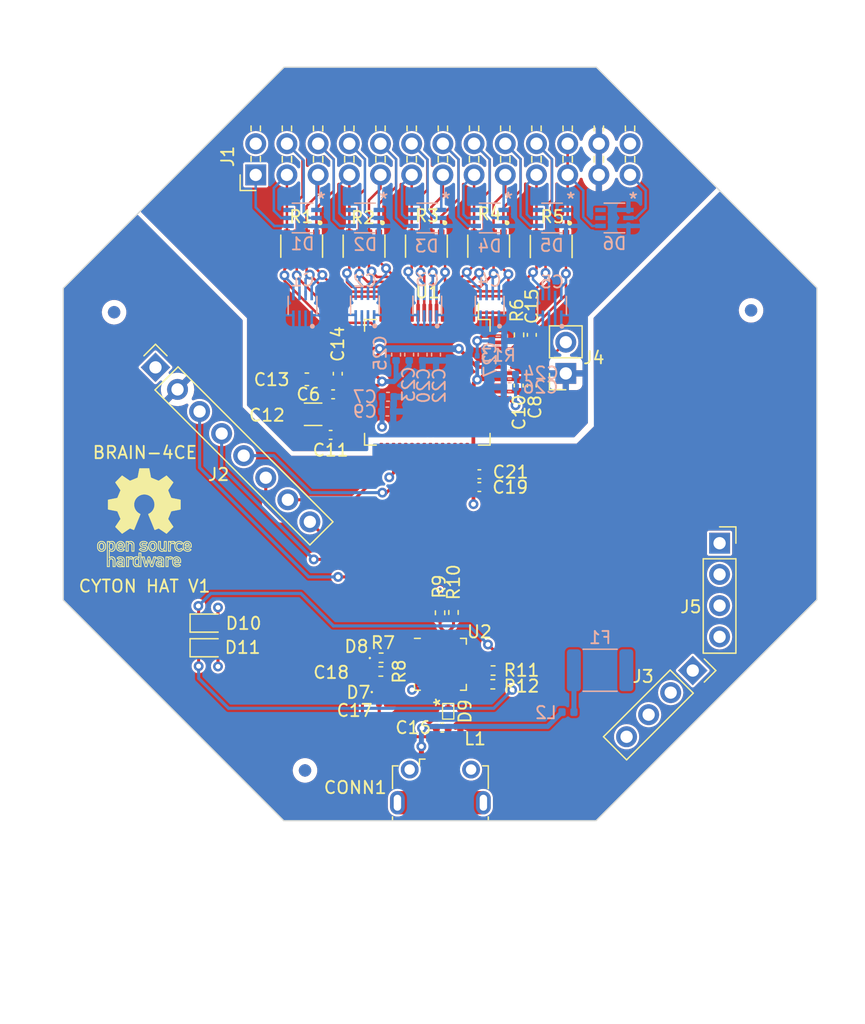
<source format=kicad_pcb>
(kicad_pcb (version 20211014) (generator pcbnew)
  (layers (0 "F.Cu" signal) (1 "In1.Cu" signal) (2 "In2.Cu" signal) (31 "B.Cu" signal) (34 "B.Paste" user) (35 "F.Paste" user) (36 "B.SilkS" user "B.Silkscreen") (37 "F.SilkS" user "F.Silkscreen") (38 "B.Mask" user) (39 "F.Mask" user) (44 "Edge.Cuts" user))
  (net 0 "")
  (net 1 "GNDA")
  (net 2 "/Daisy Functionality/_SRB1")
  (net 3 "/Daisy Functionality/_SRB2")
  (net 4 "/Daisy Functionality/IN1P")
  (net 5 "/Daisy Functionality/IN1N")
  (net 6 "/Daisy Functionality/IN2P")
  (net 7 "/Daisy Functionality/IN2N")
  (net 8 "/Daisy Functionality/IN3P")
  (net 9 "/Daisy Functionality/IN3N")
  (net 10 "/Daisy Functionality/IN4P")
  (net 11 "/Daisy Functionality/IN4N")
  (net 12 "/Daisy Functionality/IN5P")
  (net 13 "/Daisy Functionality/IN5N")
  (net 14 "/Daisy Functionality/IN6P")
  (net 15 "/Daisy Functionality/IN6N")
  (net 16 "/Daisy Functionality/IN7P")
  (net 17 "/Daisy Functionality/IN7N")
  (net 18 "/Daisy Functionality/IN8P")
  (net 19 "/Daisy Functionality/IN8N")
  (net 20 "/Daisy Functionality/BIAS_DRV")
  (net 21 "VSSA")
  (net 22 "Net-(C6-Pad2)")
  (net 23 "Net-(C10-Pad2)")
  (net 24 "Net-(C11-Pad2)")
  (net 25 "Net-(C12-Pad2)")
  (net 26 "Net-(C13-Pad1)")
  (net 27 "Net-(C15-Pad2)")
  (net 28 "Net-(C16-Pad1)")
  (net 29 "Net-(C16-Pad2)")
  (net 30 "Net-(C17-Pad1)")
  (net 31 "Net-(C18-Pad1)")
  (net 32 "VDD")
  (net 33 "VDDA")
  (net 35 "/1P")
  (net 36 "/SRB2")
  (net 38 "/3P")
  (net 39 "/2N")
  (net 40 "/1N")
  (net 41 "/2P")
  (net 43 "/5P")
  (net 44 "/4N")
  (net 45 "/3N")
  (net 46 "/4P")
  (net 48 "/7P")
  (net 49 "/6N")
  (net 50 "/5N")
  (net 51 "/6P")
  (net 54 "/8N")
  (net 55 "/7N")
  (net 56 "/8P")
  (net 58 "/BIAS")
  (net 61 "Net-(D10-Pad1)")
  (net 62 "Net-(D11-Pad1)")
  (net 63 "VCOM")
  (net 64 "Net-(F1-Pad2)")
  (net 65 "/_MISO")
  (net 66 "/SCLK")
  (net 67 "/RESET")
  (net 68 "/CLK")
  (net 69 "/MOSI")
  (net 70 "/CS2")
  (net 72 "/BIAS_INV")
  (net 73 "/RXD")
  (net 74 "/TXD")
  (net 77 "Net-(R7-Pad2)")
  (net 78 "Net-(R8-Pad2)")
  (net 79 "Net-(R9-Pad1)")
  (net 80 "Net-(R10-Pad1)")
  (net 81 "Net-(R11-Pad2)")
  (net 82 "Net-(R12-Pad2)")
  (net 90 "/Daisy Functionality/_DRDY")
  (net 104 "/SRB1")
  (net 105 "Net-(U1-Pad64)")
  (net 110 "unconnected-(J5-Pad2)")
  (footprint "Capacitor_SMD:C_0603_1608Metric" (layer "F.Cu") (at 128.8288 101.6254 180)
    (fp_text reference "C13")
    (fp_text value "10uF")
  )
  (footprint "LED_SMD:LED_0603_1608Metric" (layer "F.Cu") (at 120.8023 123.4694)
    (fp_text reference "D11")
    (fp_text value "LED_GREEN")
  )
  (footprint "Resistor Arrays:RESCAF80P320X160X60-8N" (layer "F.Cu") (at 133.4832 90.791 -90)
    (fp_text reference "R2")
    (fp_text value "CAY16-222J4LF")
  )
  (footprint "Diode_SMD:D_0402_1005Metric" (layer "F.Cu") (at 135.2042 127.0762)
    (fp_text reference "D7")
    (fp_text value "ESD_VARISTOR")
  )
  (footprint "Capacitor_SMD:C_0402_1005Metric" (layer "F.Cu") (at 131.3434 101.1682 90)
    (fp_text reference "C14")
    (fp_text value "0.1uF")
  )
  (footprint "Capacitor_SMD:C_0402_1005Metric" (layer "F.Cu") (at 147.1439 98.008 -90)
    (fp_text reference "C15")
    (fp_text value "1nF")
  )
  (footprint "Fiducial:Fiducial_1mm_Mask2mm" (layer "F.Cu") (at 164.9984 96.012)
    (fp_text reference "REF**" hide)
    (fp_text value "Fiducial_1mm_Mask2mm")
  )
  (footprint "Resistor_SMD:R_0402_1005Metric" (layer "F.Cu") (at 146.1025 98.006 -90)
    (fp_text reference "R6")
    (fp_text value "1M")
  )
  (footprint "Resistor_SMD:R_0402_1005Metric" (layer "F.Cu") (at 134.8486 125.3998)
    (fp_text reference "R8")
    (fp_text value "22 ohm")
  )
  (footprint "Resistor Arrays:RESCAF80P320X160X60-8N" (layer "F.Cu") (at 128.4032 90.791 -90)
    (fp_text reference "R1")
    (fp_text value "CAY16-222J4LF")
  )
  (footprint "Capacitor_SMD:C_0402_1005Metric" (layer "F.Cu") (at 130.7618 106.1466)
    (fp_text reference "C11")
    (fp_text value "1uF")
  )
  (footprint "Inductor_SMD:L_0402_1005Metric" (layer "F.Cu") (at 140.843 130.937)
    (fp_text reference "L1")
    (fp_text value "CHOKE")
  )
  (footprint "Resistor Arrays:RESCAF80P320X160X60-8N" (layer "F.Cu") (at 148.7232 90.8164 -90)
    (fp_text reference "R5")
    (fp_text value "CAY16-222J4LF")
  )
  (footprint "Connector_PinSocket_2.54mm:PinSocket_1x04_P2.54mm_Vertical" (layer "F.Cu") (at 160.2486 125.3236 -45)
    (fp_text reference "J3")
    (fp_text value "Conn_01x04")
  )
  (footprint "Fiducial:Fiducial_1mm_Mask2mm" (layer "F.Cu") (at 128.6764 133.4516)
    (fp_text reference "REF**" hide)
    (fp_text value "Fiducial_1mm_Mask2mm")
  )
  (footprint "Capacitor_SMD:C_0402_1005Metric" (layer "F.Cu") (at 142.8724 110.3884)
    (fp_text reference "C19")
    (fp_text value "1uF")
  )
  (footprint "Package_DFN_QFN:QFN-24-1EP_4x4mm_P0.5mm_EP2.6x2.6mm" (layer "F.Cu") (at 139.7 124.8156)
    (fp_text reference "U2")
    (fp_text value "CP2102N-Axx-xQFN24")
  )
  (footprint "Connector_PinHeader_2.54mm:PinHeader_2x13_P2.54mm_Horizontal" (layer "F.Cu") (at 124.6632 84.9884 90)
    (fp_text reference "J1")
    (fp_text value "Conn_02x13_Odd_Even")
  )
  (footprint "Capacitor_SMD:C_0201_0603Metric" (layer "F.Cu") (at 135.0162 128.0668)
    (fp_text reference "C17")
    (fp_text value "47pF")
  )
  (footprint "TSV - Diodes:ESDALC6V1-1M2" (layer "F.Cu") (at 140.335 128.6383 -90)
    (fp_text reference "D9")
    (fp_text value "TVS_D" hide)
  )
  (footprint "Connector_PinSocket_2.54mm:PinSocket_1x04_P2.54mm_Vertical" (layer "F.Cu") (at 162.433 114.9604)
    (fp_text reference "J5")
    (fp_text value "Conn_01x04")
  )
  (footprint "Connector_USB:USB_Micro-B_Molex-105017-0001" (layer "F.Cu") (at 139.7 134.8428)
    (fp_text reference "CONN1")
    (fp_text value "USB_B_Micro")
  )
  (footprint "Capacitor_SMD:C_0402_1005Metric" (layer "F.Cu") (at 146.0754 102.1308 -90)
    (fp_text reference "C10")
    (fp_text value "0.1uF")
  )
  (footprint "Resistor_SMD:R_0402_1005Metric" (layer "F.Cu") (at 143.9672 126.4412 180)
    (fp_text reference "R12")
    (fp_text value "330 ohm")
  )
  (footprint "Capacitor_SMD:C_0402_1005Metric" (layer "F.Cu") (at 139.8524 129.9718)
    (fp_text reference "C16")
    (fp_text value "0.01uF")
  )
  (footprint "Package_QFP:TQFP-64_10x10mm_P0.5mm" (layer "F.Cu") (at 138.6349 101.8688 -90)
    (fp_text reference "U1")
    (fp_text value "ADS129x")
  )
  (footprint "LED_SMD:LED_0603_1608Metric" (layer "F.Cu") (at 120.8023 121.4628)
    (fp_text reference "D10")
    (fp_text value "LED_RED")
  )
  (footprint "Resistor_SMD:R_0402_1005Metric" (layer "F.Cu") (at 134.874 124.2822)
    (fp_text reference "R7")
    (fp_text value "22 ohm")
  )
  (footprint "Resistor_SMD:R_0402_1005Metric" (layer "F.Cu") (at 140.7668 120.5972 90)
    (fp_text reference "R10")
    (fp_text value "1k ohm")
  )
  (footprint "Capacitor_SMD:C_0201_0603Metric" (layer "F.Cu") (at 133.0304 125.4252 180)
    (fp_text reference "C18")
    (fp_text value "47pF")
  )
  (footprint "Capacitor_SMD:C_0402_1005Metric" (layer "F.Cu") (at 147.1422 102.1308 -90)
    (fp_text reference "C8")
    (fp_text value "1uF")
  )
  (footprint "Connector_PinSocket_2.54mm:PinSocket_1x02_P2.54mm_Vertical" (layer "F.Cu") (at 149.9108 101.1428 180)
    (fp_text reference "J4")
    (fp_text value "Conn_01x02")
  )
  (footprint "Resistor_SMD:R_0402_1005Metric" (layer "F.Cu") (at 143.9926 125.3236 180)
    (fp_text reference "R11")
    (fp_text value "330 ohm")
  )
  (footprint "Diode_SMD:D_0402_1005Metric" (layer "F.Cu") (at 132.865 124.3076 180)
    (fp_text reference "D8")
    (fp_text value "ESD_VARISTOR")
  )
  (footprint "Resistor Arrays:RESCAF80P320X160X60-8N" (layer "F.Cu") (at 143.6306 90.791 -90)
    (fp_text reference "R4")
    (fp_text value "CAY16-222J4LF")
  )
  (footprint "Capacitor_SMD:C_0402_1005Metric" (layer "F.Cu") (at 130.965 102.8446)
    (fp_text reference "C6")
    (fp_text value "1uF")
  )
  (footprint "Resistor Arrays:RESCAF80P320X160X60-8N" (layer "F.Cu") (at 138.5632 90.791 -90)
    (fp_text reference "R3")
    (fp_text value "CAY16-222J4LF")
  )
  (footprint "Capacitor_SMD:C_0402_1005Metric" (layer "F.Cu") (at 142.8724 109.347)
    (fp_text reference "C21")
    (fp_text value "0.1uF")
  )
  (footprint "Connector_PinSocket_2.54mm:PinSocket_1x08_P2.54mm_Vertical" (layer "F.Cu") (at 116.5 100.65 45)
    (fp_text reference "J2")
    (fp_text value "Conn_01x08")
  )
  (footprint "Resistor_SMD:R_0402_1005Metric" (layer "F.Cu") (at 139.6746 120.6226 90)
    (fp_text reference "R9")
    (fp_text value "1k ohm")
  )
  (footprint "Capacitor_SMD:C_1206_3216Metric" (layer "F.Cu") (at 129.3368 104.4702)
    (fp_text reference "C12")
    (fp_text value "100uF")
  )
  (footprint "Fiducial:Fiducial_1mm_Mask2mm" (layer "F.Cu") (at 113.1316 96.1644)
    (fp_text reference "REF**" hide)
    (fp_text value "Fiducial_1mm_Mask2mm")
  )
  (footprint "Capacitor_SMD:C_0402_1005Metric" (layer "B.Cu") (at 145.3388 102.2604 180)
    (fp_text reference "C26")
    (fp_text value "0.1uF")
  )
  (footprint "Capacitor_SMD:C_0402_1005Metric" (layer "B.Cu") (at 136.0932 99.6162 -90)
    (fp_text reference "C25")
    (fp_text value "0.1uF")
  )
  (footprint "Fiducial:Fiducial_1mm_Mask2mm" (layer "B.Cu") (at 128.6764 133.4516 180)
    (fp_text reference "REF**" hide)
    (fp_text value "Fiducial_1mm_Mask2mm")
  )
  (footprint "Capacitor Arrays:CAPCAXE50P210X130X94-8N" (layer "B.Cu") (at 148.7932 95.6056 90)
    (fp_text reference "C5")
    (fp_text value "CA0508KRX7R9BB102")
  )
  (footprint "Capacitor Arrays:CAPCAXE50P210X130X94-8N" (layer "B.Cu") (at 143.7132 95.6056 90)
    (fp_text reference "C4")
    (fp_text value "CA0508KRX7R9BB102")
  )
  (footprint "Capacitor_SMD:C_0402_1005Metric" (layer "B.Cu") (at 138.2522 99.6162 -90)
    (fp_text reference "C20")
    (fp_text value "1uF")
  )
  (footprint "TSV - Diodes:TPD4E1B06DCKR" (layer "B.Cu") (at 143.7132 88.4936 180)
    (fp_text reference "D4")
    (fp_text value "TPD4E1B06DCKR")
  )
  (footprint "Fiducial:Fiducial_1mm_Mask2mm" (layer "B.Cu") (at 164.9984 96.012 180)
    (fp_text reference "REF**" hide)
    (fp_text value "Fiducial_1mm_Mask2mm")
  )
  (footprint "Fiducial:Fiducial_1mm_Mask2mm" (layer "B.Cu") (at 113.1316 96.1644 180)
    (fp_text reference "REF**" hide)
    (fp_text value "Fiducial_1mm_Mask2mm")
  )
  (footprint "Resistor_SMD:R_0402_1005Metric" (layer "B.Cu") (at 144.399 98.5012)
    (fp_text reference "R13")
    (fp_text value "0")
  )
  (footprint "TSV - Diodes:TPD4E1B06DCKR" (layer "B.Cu") (at 153.8732 88.4936 180)
    (fp_text reference "D6")
    (fp_text value "TPD4E1B06DCKR")
  )
  (footprint "Capacitor Arrays:CAPCAXE50P210X130X94-8N" (layer "B.Cu") (at 128.4732 95.6056 90)
    (fp_text reference "C1")
    (fp_text value "CA0508KRX7R9BB102")
  )
  (footprint "Fuse:Fuse_1812_4532Metric" (layer "B.Cu") (at 152.7048 125.2982 180)
    (fp_text reference "F1")
    (fp_text value "SM_FUSE")
  )
  (footprint "Capacitor_SMD:C_0402_1005Metric" (layer "B.Cu") (at 135.382 104.2442)
    (fp_text reference "C9")
    (fp_text value "1uF")
  )
  (footprint "TSV - Diodes:TPD4E1B06DCKR" (layer "B.Cu") (at 138.6332 88.4936 180)
    (fp_text reference "D3")
    (fp_text value "TPD4E1B06DCKR")
  )
  (footprint "Capacitor_SMD:C_0402_1005Metric" (layer "B.Cu") (at 137.16 99.6162 -90)
    (fp_text reference "C23")
    (fp_text value "1uF")
  )
  (footprint "Capacitor Arrays:CAPCAXE50P210X130X94-8N" (layer "B.Cu") (at 138.6332 95.5913 90)
    (fp_text reference "C3")
    (fp_text value "CA0508KRX7R9BB102")
  )
  (footprint "Inductor_SMD:L_0402_1005Metric" (layer "B.Cu") (at 150.0886 128.7018 180)
    (fp_text reference "L2")
    (fp_text value "CHOKE")
  )
  (footprint "Capacitor_SMD:C_0402_1005Metric" (layer "B.Cu") (at 145.3388 101.2444 180)
    (fp_text reference "C24")
    (fp_text value "1uF")
  )
  (footprint "TSV - Diodes:TPD4E1B06DCKR" (layer "B.Cu") (at 128.4732 88.4936 180)
    (fp_text reference "D1")
    (fp_text value "TPD4E1B06DCKR")
  )
  (footprint "Capacitor Arrays:CAPCAXE50P210X130X94-8N" (layer "B.Cu") (at 133.5532 95.5802 90)
    (fp_text reference "C2")
    (fp_text value "CA0508KRX7R9BB102")
  )
  (footprint "Capacitor_SMD:C_0402_1005Metric" (layer "B.Cu") (at 139.3444 99.6162 -90)
    (fp_text reference "C22")
    (fp_text value "0.1uF")
  )
  (footprint "Capacitor_SMD:C_0201_0603Metric" (layer "B.Cu") (at 142.6972 100.0252 90)
    (fp_text reference "C27")
    (fp_text value "1nF")
  )
  (footprint "TSV - Diodes:TPD4E1B06DCKR" (layer "B.Cu") (at 133.5532 88.4936 180)
    (fp_text reference "D2")
    (fp_text value "TPD4E1B06DCKR")
  )
  (footprint "Capacitor_SMD:C_0402_1005Metric" (layer "B.Cu") (at 135.4328 103.0478)
    (fp_text reference "C7")
    (fp_text value "1uF")
  )
  (footprint "TSV - Diodes:TPD4E1B06DCKR" (layer "B.Cu") (at 148.7932 88.4936 180)
    (fp_text reference "D5")
    (fp_text value "TPD4E1B06DCKR")
  )
  (gr_line (start 115.6603 116.86565) (end 115.40859 116.07749) (layer "F.SilkS") (width 0.0762))
  (gr_arc (start 115.80356 115.2177) (mid 115.82661 115.252787) (end 115.843182 115.291359) (layer "F.SilkS") (width 0.0762))
  (gr_arc (start 118.43703 114.97259) (mid 118.481707 114.977631) (end 118.523889 114.993192) (layer "F.SilkS") (width 0.0762))
  (gr_arc (start 116.61763 116.47145) (mid 116.653495 116.441661) (end 116.695314 116.421048) (layer "F.SilkS") (width 0.0762))
  (gr_arc (start 116.11572 115.29035) (mid 116.114119 115.253406) (end 116.113705 115.21643) (layer "F.SilkS") (width 0.0762))
  (gr_arc (start 119.0324 115.45976) (mid 119.000446 115.444531) (end 118.97218 115.423222) (layer "F.SilkS") (width 0.0762))
  (gr_arc (start 115.60417 115.46561) (mid 115.573486 115.470571) (end 115.542439 115.47206) (layer "F.SilkS") (width 0.0762))
  (gr_arc (start 115.46447 114.97031) (mid 115.496395 114.964992) (end 115.528731 114.963628) (layer "F.SilkS") (width 0.0762))
  (gr_arc (start 113.53991 114.83619) (mid 113.594986 114.81978) (end 113.65218 114.814176) (layer "F.SilkS") (width 0.0762))
  (gr_arc (start 118.37505 116.3226) (mid 118.385297 116.361283) (end 118.389428 116.401086) (layer "F.SilkS") (width 0.0762))
  (gr_line (start 118.5973 115.37975) (end 118.7144 115.48466) (layer "F.SilkS") (width 0.0762))
  (gr_arc (start 113.58766 114.97539) (mid 113.619354 114.966403) (end 113.652181 114.963632) (layer "F.SilkS") (width 0.0762))
  (gr_line (start 116.74844 115.34724) (end 116.74844 114.82324) (layer "F.SilkS") (width 0.0762))
  (gr_line (start 117.51526 116.07749) (end 117.51526 116.16182) (layer "F.SilkS") (width 0.0762))
  (gr_arc (start 113.38141 116.18392) (mid 113.430063 116.133133) (end 113.490106 116.096509) (layer "F.SilkS") (width 0.0762))
  (gr_arc (start 116.12995 114.84686) (mid 116.162061 114.832123) (end 116.196026 114.822393) (layer "F.SilkS") (width 0.0762))
  (gr_arc (start 112.10913 115.62055) (mid 112.067014 115.618802) (end 112.025309 115.612676) (layer "F.SilkS") (width 0.0762))
  (gr_arc (start 113.71466 116.72392) (mid 113.673378 116.728434) (end 113.631856 116.72915) (layer "F.SilkS") (width 0.0762))
  (gr_arc (start 113.20818 115.21821) (mid 113.207591 115.279823) (end 113.205265 115.341394) (layer "F.SilkS") (width 0.0762))
  (gr_arc (start 112.4284 115.32895) (mid 112.423022 115.368784) (end 112.41371 115.407886) (layer "F.SilkS") (width 0.0762))
  (gr_arc (start 113.35576 115.42243) (mid 113.342804 115.377627) (end 113.334375 115.331756) (layer "F.SilkS") (width 0.0762))
  (gr_line (start 115.18329 115.48034) (end 115.29403 115.37061) (layer "F.SilkS") (width 0.0762))
  (gr_arc (start 113.00524 116.2718) (mid 113.024969 116.296742) (end 113.038713 116.32542) (layer "F.SilkS") (width 0.0762))
  (gr_arc (start 118.10962 116.67769) (mid 118.086034 116.649657) (end 118.069895 116.616767) (layer "F.SilkS") (width 0.0762))
  (gr_arc (start 116.99659 116.68912) (mid 116.989395 116.698047) (end 116.980624 116.70543) (layer "F.SilkS") (width 0.0762))
  (gr_arc (start 116.12182 115.09731) (mid 116.133808 115.062432) (end 116.152448 115.030608) (layer "F.SilkS") (width 0.0762))
  (gr_line (start 119.28005 115.39576) (end 119.39486 115.4938) (layer "F.SilkS") (width 0.0762))
  (gr_arc (start 115.2351 115.05717) (mid 115.23983 115.003352) (end 115.256103 114.951836) (layer "F.SilkS") (width 0.0762))
  (gr_arc (start 118.30088 115.59718) (mid 118.239397 115.567335) (end 118.183884 115.52747) (layer "F.SilkS") (width 0.0762))
  (gr_arc (start 118.24475 115.11077) (mid 118.259892 115.070409) (end 118.283234 115.034168) (layer "F.SilkS") (width 0.0762))
  (gr_arc (start 116.7685 116.2304) (mid 116.788738 116.224794) (end 116.809419 116.22115) (layer "F.SilkS") (width 0.0762))
  (gr_arc (start 117.72151 116.23675) (mid 117.748616 116.249449) (end 117.773603 116.26593) (layer "F.SilkS") (width 0.0762))
  (gr_arc (start 115.41544 115.1067) (mid 115.40612 115.095901) (end 115.398858 115.083624) (layer "F.SilkS") (width 0.0762))
  (gr_line (start 112.67072 111.42218) (end 113.37862 111.28578) (layer "F.SilkS") (width 0.0254))
  (gr_line (start 113.20818 116.34191) (end 113.20818 116.86565) (layer "F.SilkS") (width 0.0762))
  (gr_arc (start 114.95088 116.8748) (mid 114.916769 116.873151) (end 114.883054 116.867716) (layer "F.SilkS") (width 0.0762))
  (gr_arc (start 113.498 116.8588) (mid 113.4539 116.838149) (end 113.415519 116.80818) (layer "F.SilkS") (width 0.0762))
  (gr_arc (start 116.55463 116.63731) (mid 116.558356 116.591128) (end 116.570424 116.546396) (layer "F.SilkS") (width 0.0762))
  (gr_arc (start 112.89322 114.97259) (mid 112.9185 114.973658) (end 112.943526 114.97739) (layer "F.SilkS") (width 0.0762))
  (gr_arc (start 116.8094 116.221) (mid 116.834492 116.218588) (end 116.85969 116.217874) (layer "F.SilkS") (width 0.0762))
  (gr_arc (start 116.1523 115.0305) (mid 116.175364 115.005222) (end 116.20437 114.98707) (layer "F.SilkS") (width 0.0762))
  (gr_arc (start 113.63186 116.729) (mid 113.598587 116.7274) (end 113.565833 116.721328) (layer "F.SilkS") (width 0.0762))
  (gr_arc (start 118.34483 116.09095) (mid 118.400699 116.119804) (end 118.450268 116.158491) (layer "F.SilkS") (width 0.0762))
  (gr_arc (start 112.95545 116.23827) (mid 112.98205 116.252499) (end 113.005212 116.271827) (layer "F.SilkS") (width 0.0762))
  (gr_line (start 113.84649 115.39576) (end 113.96129 115.4938) (layer "F.SilkS") (width 0.0762))
  (gr_arc (start 116.98161 116.08257) (mid 117.034176 116.099577) (end 117.083034 116.12537) (layer "F.SilkS") (width 0.0762))
  (gr_line (start 115.31308 116.86565) (end 115.15459 116.86565) (layer "F.SilkS") (width 0.0762))
  (gr_arc (start 116.58435 115.02746) (mid 116.593676 115.066207) (end 116.599128 115.105686) (layer "F.SilkS") (width 0.0762))
  (gr_arc (start 113.03877 116.3254) (mid 113.047364 116.360486) (end 113.049848 116.396523) (layer "F.SilkS") (width 0.0762))
  (gr_arc (start 118.22316 116.0686) (mid 118.285034 116.074068) (end 118.344756 116.09114) (layer "F.SilkS") (width 0.0762))
  (gr_arc (start 113.61255 116.87759) (mid 113.554536 116.872711) (end 113.498014 116.858758) (layer "F.SilkS") (width 0.0762))
  (gr_arc (start 119.39486 115.4938) (mid 119.365399 115.524889) (end 119.332628 115.552467) (layer "F.SilkS") (width 0.0762))
  (gr_arc (start 118.54218 112.18113) (mid 118.533514 112.205322) (end 118.511458 112.218509) (layer "F.SilkS") (width 0.0254))
  (gr_arc (start 113.96129 115.4938) (mid 113.931756 115.524957) (end 113.898898 115.552587) (layer "F.SilkS") (width 0.0762))
  (gr_arc (start 112.78197 116.2718) (mid 112.805373 116.252422) (end 112.832261 116.238273) (layer "F.SilkS") (width 0.0762))
  (gr_arc (start 118.78729 115.02568) (mid 118.80148 114.989357) (end 118.820068 114.955075) (layer "F.SilkS") (width 0.0762))
  (gr_arc (start 118.10099 115.03254) (mid 118.116093 114.996542) (end 118.13549 114.962664) (layer "F.SilkS") (width 0.0762))
  (gr_arc (start 116.82464 116.87759) (mid 116.766621 116.872711) (end 116.710095 116.858755) (layer "F.SilkS") (width 0.0762))
  (gr_line (start 113.80762 109.474) (end 114.40478 109.87786) (layer "F.SilkS") (width 0.0254))
  (gr_arc (start 115.19294 108.89996) (mid 115.206046 108.877786) (end 115.23028 108.869059) (layer "F.SilkS") (width 0.0254))
  (gr_line (start 116.74158 113.75949) (end 116.47005 113.87176) (layer "F.SilkS") (width 0.0254))
  (gr_arc (start 118.16957 116.71402) (mid 118.1378 116.698828) (end 118.109689 116.677616) (layer "F.SilkS") (width 0.0762))
  (gr_arc (start 113.65218 112.97082) (mid 113.654963 112.989303) (end 113.648604 113.006879) (layer "F.SilkS") (width 0.0254))
  (gr_line (start 117.17033 116.32921) (end 117.17033 116.8687) (layer "F.SilkS") (width 0.0762))
  (gr_line (start 115.31308 115.75948) (end 115.31308 116.86565) (layer "F.SilkS") (width 0.0762))
  (gr_arc (start 115.34509 115.58549) (mid 115.259349 115.540373) (end 115.183366 115.48026) (layer "F.SilkS") (width 0.0762))
  (gr_arc (start 113.49901 115.36248) (mid 113.488714 115.320508) (end 113.485808 115.27739) (layer "F.SilkS") (width 0.0762))
  (gr_arc (start 119.20208 115.01069) (mid 119.223012 115.037583) (end 119.237746 115.068313) (layer "F.SilkS") (width 0.0762))
  (gr_line (start 118.05679 116.40109) (end 118.38928 116.40109) (layer "F.SilkS") (width 0.0762))
  (gr_arc (start 113.63998 116.06936) (mid 113.705149 116.072015) (end 113.76949 116.0827) (layer "F.SilkS") (width 0.0762))
  (gr_arc (start 114.31816 115.01755) (mid 114.341589 114.998113) (end 114.368524 114.983929) (layer "F.SilkS") (width 0.0762))
  (gr_arc (start 113.33442 115.33175) (mid 113.32893 115.276249) (end 113.327322 115.2205) (layer "F.SilkS") (width 0.0762))
  (gr_line (start 115.05629 109.60786) (end 115.19294 108.89996) (layer "F.SilkS") (width 0.0254))
  (gr_arc (start 113.95215 115.00993) (mid 113.970901 115.077216) (end 113.976511 115.14684) (layer "F.SilkS") (width 0.0762))
  (gr_line (start 114.1424 116.86565) (end 114.1424 116.07749) (layer "F.SilkS") (width 0.0762))
  (gr_arc (start 113.06569 115.5921) (mid 113.037732 115.604767) (end 113.008301 115.61348) (layer "F.SilkS") (width 0.0762))
  (gr_arc (start 114.50714 116.23675) (mid 114.534237 116.249462) (end 114.559212 116.265958) (layer "F.SilkS") (width 0.0762))
  (gr_arc (start 112.89322 115.46281) (mid 112.867931 115.461676) (end 112.842917 115.457789) (layer "F.SilkS") (width 0.0762))
  (gr_arc (start 116.27981 114.97259) (mid 116.318046 114.975825) (end 116.354723 114.987109) (layer "F.SilkS") (width 0.0762))
  (gr_arc (start 118.24729 116.8748) (mid 118.18681 116.869849) (end 118.127922 116.855205) (layer "F.SilkS") (width 0.0762))
  (gr_arc (start 116.40731 115.0305) (mid 116.425452 115.062542) (end 116.437675 115.097275) (layer "F.SilkS") (width 0.0762))
  (gr_arc (start 118.01209 116.79631) (mid 117.985038 116.773715) (end 117.962322 116.746765) (layer "F.SilkS") (width 0.0762))
  (gr_arc (start 113.89881 115.55247) (mid 113.865296 115.574214) (end 113.82925 115.591439) (layer "F.SilkS") (width 0.0762))
  (gr_line (start 114.1424 116.07749) (end 114.30089 116.07749) (layer "F.SilkS") (width 0.0762))
  (gr_arc (start 117.77561 112.37798) (mid 117.786708 112.363058) (end 117.803566 112.355206) (layer "F.SilkS") (width 0.0254))
  (gr_arc (start 114.36846 114.98377) (mid 114.399039 114.975186) (end 114.43069 114.97255) (layer "F.SilkS") (width 0.0762))
  (gr_arc (start 112.4284 115.10569) (mid 112.43226 115.160997) (end 112.433287 115.216429) (layer "F.SilkS") (width 0.0762))
  (gr_arc (start 112.41393 115.40795) (mid 112.387416 115.467757) (end 112.348636 115.520446) (layer "F.SilkS") (width 0.0762))
  (gr_arc (start 113.4947 116.5893) (mid 113.505153 116.573031) (end 113.519445 116.560005) (layer "F.SilkS") (width 0.0762))
  (gr_line (start 118.7144 114.95075) (end 118.5973 115.05489) (layer "F.SilkS") (width 0.0762))
  (gr_arc (start 116.70195 116.09654) (mid 116.73625 116.083838) (end 116.771818 116.075311) (layer "F.SilkS") (width 0.0762))
  (gr_arc (start 111.94504 115.14455) (mid 111.947159 115.120835) (end 111.951057 115.097346) (layer "F.SilkS") (width 0.0762))
  (gr_arc (start 117.92446 116.28018) (mid 117.938694 116.243763) (end 117.957348 116.2094) (layer "F.SilkS") (width 0.0762))
  (gr_arc (start 116.59908 115.32895) (mid 116.593647 115.368808) (end 116.584276 115.407928) (layer "F.SilkS") (width 0.0762))
  (gr_arc (start 117.9242 114.8141) (mid 117.96717 114.817944) (end 118.008774 114.829356) (layer "F.SilkS") (width 0.0762))
  (gr_arc (start 118.76748 115.11407) (mid 118.775306 115.069407) (end 118.787211 115.025655) (layer "F.SilkS") (width 0.0762))
  (gr_line (start 116.20259 116.62969) (end 116.20589 116.62969) (layer "F.SilkS") (width 0.0762))
  (gr_line (start 112.57903 116.86565) (end 112.57903 114.82324) (layer "F.SilkS") (width 0.0762))
  (gr_arc (start 118.5973 115.37975) (mid 118.564016 115.414733) (end 118.524153 115.441985) (layer "F.SilkS") (width 0.0762))
  (gr_arc (start 115.13198 116.30685) (mid 115.148839 116.387993) (end 115.154425 116.47068) (layer "F.SilkS") (width 0.0762))
  (gr_arc (start 113.18685 116.22405) (mid 113.196356 116.251041) (end 113.202859 116.278908) (layer "F.SilkS") (width 0.0762))
  (gr_arc (start 111.86935 115.52022) (mid 111.830595 115.467635) (end 111.803977 115.40798) (layer "F.SilkS") (width 0.0762))
  (gr_arc (start 113.87925 114.90427) (mid 113.92166 114.95299) (end 113.952185 115.009916) (layer "F.SilkS") (width 0.0762))
  (gr_line (start 113.75936 114.16233) (end 113.24908 113.6523) (layer "F.SilkS") (width 0.0254))
  (gr_arc (start 118.2831 115.03406) (mid 118.312281 115.006924) (end 118.347297 114.987902) (layer "F.SilkS") (width 0.0762))
  (gr_arc (start 118.10581 116.2652) (mid 118.130287 116.244752) (end 118.158442 116.229767) (layer "F.SilkS") (width 0.0762))
  (gr_arc (start 115.95469 115.21643) (mid 115.955767 115.160992) (end 115.959701 115.105683) (layer "F.SilkS") (width 0.0762))
  (gr_arc (start 113.6476 116.21795) (mid 113.682293 116.218727) (end 113.716699 116.223243) (layer "F.SilkS") (width 0.0762))
  (gr_arc (start 118.2831 115.4016) (mid 118.259796 115.365437) (end 118.244689 115.325156) (layer "F.SilkS") (width 0.0762))
  (gr_arc (start 118.46979 116.80673) (mid 118.436281 116.82847) (end 118.400242 116.845695) (layer "F.SilkS") (width 0.0762))
  (gr_line (start 113.59147 116.40337) (end 113.80508 116.40337) (layer "F.SilkS") (width 0.0762))
  (gr_arc (start 115.95189 108.86923) (mid 115.976082 108.877896) (end 115.989269 108.899952) (layer "F.SilkS") (width 0.0254))
  (gr_arc (start 118.43093 115.62055) (mid 118.364819 115.614865) (end 118.300816 115.597353) (layer "F.SilkS") (width 0.0762))
  (gr_arc (start 112.7487 116.3254) (mid 112.762401 116.296787) (end 112.782059 116.271888) (layer "F.SilkS") (width 0.0762))
  (gr_arc (start 115.84318 115.29136) (mid 115.853335 115.334259) (end 115.856503 115.378229) (layer "F.SilkS") (width 0.0762))
  (gr_arc (start 113.78451 116.68912) (mid 113.77734 116.698075) (end 113.768584 116.705486) (layer "F.SilkS") (width 0.0762))
  (gr_line (start 114.58588 115.6114) (end 114.58588 115.14201) (layer "F.SilkS") (width 0.0762))
  (gr_arc (start 112.94352 114.97742) (mid 112.963636 114.983145) (end 112.982632 114.991896) (layer "F.SilkS") (width 0.0762))
  (gr_arc (start 113.79594 116.66449) (mid 113.791087 116.677205) (end 113.784504 116.689116) (layer "F.SilkS") (width 0.0762))
  (gr_arc (start 114.86477 116.30381) (mid 114.881375 116.270555) (end 114.909607 116.246378) (layer "F.SilkS") (width 0.0762))
  (gr_arc (start 113.93564 116.20627) (mid 113.945527 116.233882) (end 113.952289 116.26242) (layer "F.SilkS") (width 0.0762))
  (gr_arc (start 116.11572 115.14455) (mid 116.117879 115.120815) (end 116.121817 115.097309) (layer "F.SilkS") (width 0.0762))
  (gr_arc (start 114.94885 116.23167) (mid 114.973995 116.227934) (end 114.999392 116.226844) (layer "F.SilkS") (width 0.0762))
  (gr_arc (start 114.6951 116.27002) (mid 114.711559 116.217834) (end 114.739826 116.17098) (layer "F.SilkS") (width 0.0762))
  (gr_arc (start 118.82006 114.95507) (mid 118.840991 114.92686) (end 118.86599 114.902183) (layer "F.SilkS") (width 0.0762))
  (gr_arc (start 115.29962 115.21592) (mid 115.271364 115.184603) (end 115.251138 115.147589) (layer "F.SilkS") (width 0.0762))
  (gr_arc (start 113.02734 115.04981) (mid 113.044498 115.133217) (end 113.049727 115.21821) (layer "F.SilkS") (width 0.0762))
  (gr_arc (start 113.20539 115.3414) (mid 113.202338 115.380929) (end 113.196595 115.420157) (layer "F.SilkS") (width 0.0762))
  (gr_arc (start 115.54244 115.47196) (mid 115.473873 115.465895) (end 115.407784 115.446651) (layer "F.SilkS") (width 0.0762))
  (gr_arc (start 114.68672 116.34851) (mid 114.689659 116.309133) (end 114.695216 116.27004) (layer "F.SilkS") (width 0.0762))
  (gr_arc (start 111.90821 115.55552) (mid 111.887967 115.538769) (end 111.869434 115.520144) (layer "F.SilkS") (width 0.0762))
  (gr_line (start 117.2191 115.29339) (end 117.2191 114.82324) (layer "F.SilkS") (width 0.0762))
  (gr_arc (start 113.56582 116.72138) (mid 113.542348 116.712448) (end 113.521618 116.698272) (layer "F.SilkS") (width 0.0762))
  (gr_arc (start 116.51907 114.91519) (mid 116.557757 114.9678) (end 116.584215 115.027503) (layer "F.SilkS") (width 0.0762))
  (gr_arc (start 116.89347 116.87277) (mid 116.85915 116.876538) (end 116.82464 116.877596) (layer "F.SilkS") (width 0.0762))
  (gr_arc (start 117.14772 116.20627) (mid 117.157601 116.23386) (end 117.164361 116.262376) (layer "F.SilkS") (width 0.0762))
  (gr_arc (start 113.38649 114.95507) (mid 113.407352 114.926926) (end 113.43227 114.902301) (layer "F.SilkS") (width 0.0762))
  (gr_line (start 119.4101 115.27739) (end 118.91937 115.27739) (layer "F.SilkS") (width 0.0762))
  (gr_arc (start 112.30953 114.88014) (mid 112.329832 114.896705) (end 112.348554 114.915037) (layer "F.SilkS") (width 0.0762))
  (gr_line (start 116.74844 114.82324) (end 116.90693 114.82324) (layer "F.SilkS") (width 0.0762))
  (gr_arc (start 114.57191 114.83162) (mid 114.617388 114.854396) (end 114.658806 114.883918) (layer "F.SilkS") (width 0.0762))
  (gr_arc (start 117.86959 114.97259) (mid 117.896485 114.975049) (end 117.922512 114.982256) (layer "F.SilkS") (width 0.0762))
  (gr_arc (start 116.1523 115.4049) (mid 116.133614 115.373336) (end 116.12176 115.338624) (layer "F.SilkS") (width 0.0762))
  (gr_line (start 117.77561 112.37798) (end 117.52999 112.97082) (layer "F.SilkS") (width 0.0254))
  (gr_arc (start 117.00752 116.27409) (mid 117.015022 116.296384) (end 117.017084 116.319815) (layer "F.SilkS") (width 0.0762))
  (gr_poly (pts (xy 115.9397 112.57788) (xy 116.06593 112.50586) (xy 116.17774 112.41301) (xy 116.27173 112.30216) (xy 116.34504 112.17667) (xy 116.39544 112.04036) (xy 116.42141 111.89736) (xy 116.42215 111.75203) (xy 116.39765 111.60878) (xy 116.34864 111.47196) (xy 116.27662 111.34573) (xy 116.18377 111.23392) (xy 116.07292 111.13993) (xy 115.94743 111.06662) (xy 115.81112 111.01622) (xy 115.66812 110.99025) (xy 115.52279 110.98951) (xy 115.37954 111.01401) (xy 115.24272 111.06302) (xy 115.11649 111.13504) (xy 115.00468 111.22789) (xy 114.91069 111.33874) (xy 114.83738 111.46423) (xy 114.78698 111.60054) (xy 114.76101 111.74354) (xy 114.76027 111.88887) (xy 114.78477 112.03212) (xy 114.83378 112.16894) (xy 114.9058 112.29517) (xy 114.99865 112.40698) (xy 115.1095 112.50097) (xy 115.24247 112.57788) (xy 115.24686 112.58017) (xy 115.25215 112.5842) (xy 115.25666 112.58909) (xy 115.26025 112.59469) (xy 115.26282 112.60082) (xy 115.26428 112.60731) (xy 115.26459 112.61395) (xy 115.26375 112.62055) (xy 115.26177 112.6269) (xy 114.7619 113.85118) (xy 114.76165 113.85117) (xy 114.7586 113.85704) (xy 114.75459 113.86229) (xy 114.74972 113.86676) (xy 114.74415 113.87032) (xy 114.73804 113.87286) (xy 114.73159 113.8743) (xy 114.72498 113.87459) (xy 114.71843 113.87374) (xy 114.71212 113.87176) (xy 114.44059 113.75949) (xy 114.43424 113.75751) (xy 114.42764 113.75667) (xy 114.421 113.75698) (xy 114.41451 113.75844) (xy 114.40478 113.76304) (xy 113.80762 114.1669) (xy 113.80238 114.16991) (xy 113.79614 114.17218) (xy 113.78961 114.17333) (xy 113.78297 114.17333) (xy 113.77643 114.17218) (xy 113.77019 114.16991) (xy 113.76445 114.1666) (xy 113.75936 114.16233) (xy 113.24908 113.6523) (xy 113.24518 113.64767) (xy 113.24177 113.64198) (xy 113.23941 113.63579) (xy 113.23816 113.62927) (xy 113.23806 113.62264) (xy 113.23911 113.6161) (xy 113.24128 113.60983) (xy 113.24451 113.60404) (xy 113.64862 113.00689) (xy 113.65185 113.0011) (xy 113.65402 112.99483) (xy 113.65507 112.98828) (xy 113.65497 112.98165) (xy 113.65218 112.97082) (xy 113.40656 112.37798) (xy 113.40351 112.37211) (xy 113.39949 112.36687) (xy 113.39462 112.36239) (xy 113.38905 112.35884) (xy 113.37862 112.35512) (xy 112.67072 112.21847) (xy 112.6648 112.21693) (xy 112.65878 112.21413) (xy 112.65334 112.21032) (xy 112.64864 112.20562) (xy 112.64483 112.20018) (xy 112.64203 112.19416) (xy 112.64031 112.18775) (xy 112.63973 112.18113) (xy 112.63973 111.45977) (xy 112.64008 111.45359) (xy 112.64172 111.44713) (xy 112.64446 111.44105) (xy 112.64822 111.43554) (xy 112.65288 111.43077) (xy 112.65829 111.42688) (xy 112.6643 111.42399) (xy 112.67072 111.42218) (xy 113.37862 111.28578) (xy 113.38499 111.28393) (xy 113.39095 111.28101) (xy 113.3963 111.27709) (xy 113.4009 111.27231) (xy 113.40656 111.26292) (xy 113.65218 110.67009) (xy 113.65416 110.66374) (xy 113.655 110.65714) (xy 113.65469 110.6505) (xy 113.65323 110.64401) (xy 113.64862 110.63402) (xy 113.24451 110.03686) (xy 113.2415 110.03162) (xy 113.23923 110.02538) (xy 113.23808 110.01885) (xy 113.23808 110.01221) (xy 113.23923 110.00567) (xy 113.2415 109.99943) (xy 113.24481 109.99369) (xy 113.24908 109.9886) (xy 113.75936 109.47857) (xy 113.76399 109.47467) (xy 113.76968 109.47126) (xy 113.77587 109.4689) (xy 113.78239 109.46765) (xy 113.78902 109.46755) (xy 113.79556 109.4686) (xy 113.80183 109.47077) (xy 113.80762 109.474) (xy 114.40478 109.87786) (xy 114.41057 109.88109) (xy 114.41684 109.88326) (xy 114.42339 109.88431) (xy 114.43002 109.88421) (xy 114.44059 109.88142) (xy 115.03343 109.63605) (xy 115.03934 109.633) (xy 115.04463 109.62897) (xy 115.04915 109.62408) (xy 115.05274 109.61848) (xy 115.05629 109.60786) (xy 115.19294 108.89996) (xy 115.19472 108.89413) (xy 115.19751 108.88815) (xy 115.20129 108.88275) (xy 115.20596 108.87808) (xy 115.21136 108.8743) (xy 115.21734 108.87151) (xy 115.22371 108.8698) (xy 115.23028 108.86923) (xy 115.95189 108.86923) (xy 115.95774 108.86972) (xy 115.96418 108.87131) (xy 115.97025 108.87399) (xy 115.97576 108.87768) (xy 115.98054 108.88228) (xy 115.98446 108.88763) (xy 115.98738 108.89359) (xy 115.98923 108.89996) (xy 116.12588 109.60786) (xy 116.12768 109.61424) (xy 116.13056 109.6202) (xy 116.13444 109.62558) (xy 116.13919 109.6302) (xy 116.14849 109.63605) (xy 116.74158 109.88142) (xy 116.74793 109.8834) (xy 116.75453 109.88424) (xy 116.76117 109.88393) (xy 116.76766 109.88247) (xy 116.77739 109.87786) (xy 117.37455 109.474) (xy 117.37979 109.47099) (xy 117.38603 109.46872) (xy 117.39256 109.46757) (xy 117.3992 109.46757) (xy 117.40574 109.46872) (xy 117.41198 109.47099) (xy 117.41772 109.4743) (xy 117.42281 109.47857) (xy 117.93309 109.9886) (xy 117.93699 109.99323) (xy 117.9404 109.99892) (xy 117.94276 110.00511) (xy 117.94401 110.01163) (xy 117.94411 110.01826) (xy 117.94306 110.0248) (xy 117.94089 110.03107) (xy 117.93766 110.03686) (xy 117.53355 110.63402) (xy 117.53032 110.63981) (xy 117.52815 110.64608) (xy 117.5271 110.65263) (xy 117.5272 110.65926) (xy 117.52999 110.67009) (xy 117.77561 111.26292) (xy 117.77866 111.26883) (xy 117.78269 111.27412) (xy 117.78758 111.27864) (xy 117.79318 111.28223) (xy 117.80355 111.28578) (xy 118.51145 111.42218) (xy 118.51752 111.42405) (xy 118.52348 111.42687) (xy 118.52885 111.43069) (xy 118.53349 111.43539) (xy 118.53724 111.44082) (xy 118.53998 111.44681) (xy 118.54165 111.4532) (xy 118.54218 111.45977) (xy 118.54218 112.18113) (xy 118.54169 112.18698) (xy 118.5401 112.19342) (xy 118.53742 112.19949) (xy 118.53373 112.205) (xy 118.52913 112.20978) (xy 118.52378 112.2137) (xy 118.51782 112.21662) (xy 118.51145 112.21847) (xy 117.80355 112.35512) (xy 117.79717 112.35692) (xy 117.79121 112.3598) (xy 117.78583 112.36368) (xy 117.78121 112.36843) (xy 117.77561 112.37798) (xy 117.52999 112.97082) (xy 117.52797 112.97718) (xy 117.52708 112.98379) (xy 117.52736 112.99045) (xy 117.52878 112.99696) (xy 117.53355 113.00689) (xy 117.93766 113.60404) (xy 117.94067 113.60928) (xy 117.94294 113.61552) (xy 117.94409 113.62205) (xy 117.94409 113.62869) (xy 117.94294 113.63523) (xy 117.94067 113.64147) (xy 117.93736 113.64721) (xy 117.93309 113.6523) (xy 117.42281 114.16233) (xy 117.41818 114.16623) (xy 117.41249 114.16964) (xy 117.4063 114.172) (xy 117.39978 114.17325) (xy 117.39315 114.17335) (xy 117.38661 114.1723) (xy 117.38034 114.17013) (xy 117.37455 114.1669) (xy 116.77739 113.76304) (xy 116.7716 113.75981) (xy 116.76533 113.75764) (xy 116.75878 113.75659) (xy 116.75215 113.75669) (xy 116.74158 113.75949) (xy 116.47005 113.87176) (xy 116.46395 113.87377) (xy 116.45734 113.87466) (xy 116.45068 113.87439) (xy 116.44416 113.87296) (xy 116.438 113.87042) (xy 116.43236 113.86686) (xy 116.42744 113.86236) (xy 116.42336 113.85709) (xy 116.42027 113.85118) (xy 115.9204 112.6269) (xy 115.91891 112.62219) (xy 115.91778 112.61565) (xy 115.91779 112.60902) (xy 115.91896 112.60248) (xy 115.92124 112.59625) (xy 115.92457 112.59051) (xy 115.92885 112.58544) (xy 115.93395 112.58118)) (layer "F.SilkS") (width 0) (fill solid))
  (gr_arc (start 118.00878 114.82934) (mid 118.050618 114.849008) (end 118.088925 114.87489) (layer "F.SilkS") (width 0.0762))
  (gr_arc (start 116.40731 115.4049) (mid 116.383929 115.430131) (end 116.354746 115.448342) (layer "F.SilkS") (width 0.0762))
  (gr_arc (start 119.28005 115.39576) (mid 119.242374 115.428158) (end 119.199254 115.452852) (layer "F.SilkS") (width 0.0762))
  (gr_arc (start 114.90948 116.24615) (mid 114.9286 116.237368) (end 114.948843 116.231633) (layer "F.SilkS") (width 0.0762))
  (gr_arc (start 112.19193 115.61267) (mid 112.150738 115.618797) (end 112.10913 115.620561) (layer "F.SilkS") (width 0.0762))
  (gr_arc (start 111.95927 114.84686) (mid 111.991381 114.832123) (end 112.025346 114.822393) (layer "F.SilkS") (width 0.0762))
  (gr_arc (start 117.12486 115.45164) (mid 117.094921 115.460185) (end 117.0639 115.462839) (layer "F.SilkS") (width 0.0762))
  (gr_arc (start 115.24247 112.57788) (mid 115.261906 112.598518) (end 115.261688 112.626866) (layer "F.SilkS") (width 0.0254))
  (gr_arc (start 116.7718 116.07521) (mid 116.811659 116.070248) (end 116.851813 116.069222) (layer "F.SilkS") (width 0.0762))
  (gr_arc (start 116.69891 116.62969) (mid 116.700399 116.609056) (end 116.706509 116.589291) (layer "F.SilkS") (width 0.0762))
  (gr_arc (start 116.73345 116.69827) (mid 116.718836 116.683741) (end 116.70744 116.666573) (layer "F.SilkS") (width 0.0762))
  (gr_arc (start 113.53864 115.42319) (mid 113.515116 115.395254) (end 113.498989 115.362487) (layer "F.SilkS") (width 0.0762))
  (gr_arc (start 114.3649 114.83746) (mid 114.422066 114.819534) (end 114.481738 114.814198) (layer "F.SilkS") (width 0.0762))
  (gr_arc (start 112.83226 116.23827) (mid 112.862839 116.229687) (end 112.894491 116.22705) (layer "F.SilkS") (width 0.0762))
  (gr_arc (start 116.19599 114.82222) (mid 116.237683 114.815922) (end 116.27981 114.814104) (layer "F.SilkS") (width 0.0762))
  (gr_line (start 116.90693 114.82324) (end 116.90693 115.29339) (layer "F.SilkS") (width 0.0762))
  (gr_arc (start 113.56124 116.5413) (mid 113.590627 116.535882) (end 113.620431 116.533731) (layer "F.SilkS") (width 0.0762))
  (gr_line (start 115.72736 116.62969) (end 115.73015 116.62969) (layer "F.SilkS") (width 0.0762))
  (gr_arc (start 115.53 115.62055) (mid 115.43583 115.612043) (end 115.345058 115.58557) (layer "F.SilkS") (width 0.0762))
  (gr_arc (start 116.35474 115.44833) (mid 116.318055 115.459616) (end 116.279809 115.462852) (layer "F.SilkS") (width 0.0762))
  (gr_arc (start 118.11089 116.09045) (mid 118.165967 116.074053) (end 118.22316 116.068454) (layer "F.SilkS") (width 0.0762))
  (gr_arc (start 112.89449 116.2271) (mid 112.925512 116.229723) (end 112.955448 116.238275) (layer "F.SilkS") (width 0.0762))
  (gr_arc (start 117.12842 115.59743) (mid 117.071759 115.615242) (end 117.0126 115.620538) (layer "F.SilkS") (width 0.0762))
  (gr_arc (start 118.43093 114.8141) (mid 118.473762 114.816397) (end 118.516024 114.823733) (layer "F.SilkS") (width 0.0762))
  (gr_arc (start 114.65878 114.88395) (mid 114.696232 114.922884) (end 114.72296 114.969833) (layer "F.SilkS") (width 0.0762))
  (gr_arc (start 113.67631 115.62055) (mid 113.615829 115.615602) (end 113.556937 115.600968) (layer "F.SilkS") (width 0.0762))
  (gr_arc (start 113.68139 116.87277) (mid 113.647065 116.876538) (end 113.61255 116.877596) (layer "F.SilkS") (width 0.0762))
  (gr_line (start 113.40656 111.26292) (end 113.65218 110.67009) (layer "F.SilkS") (width 0.0254))
  (gr_line (start 114.74438 115.0874) (end 114.74438 115.6114) (layer "F.SilkS") (width 0.0762))
  (gr_arc (start 117.72329 116.0686) (mid 117.766216 116.072437) (end 117.807782 116.083825) (layer "F.SilkS") (width 0.0762))
  (gr_arc (start 113.12284 116.1382) (mid 113.160227 116.177118) (end 113.186915 116.224023) (layer "F.SilkS") (width 0.0762))
  (gr_arc (start 111.98162 115.4049) (mid 111.962896 115.373319) (end 111.951023 115.338577) (layer "F.SilkS") (width 0.0762))
  (gr_arc (start 113.06569 114.84331) (mid 113.112699 114.875497) (end 113.152272 114.916482) (layer "F.SilkS") (width 0.0762))
  (gr_arc (start 112.27575 115.21821) (mid 112.275294 115.254683) (end 112.273547 115.291116) (layer "F.SilkS") (width 0.0762))
  (gr_arc (start 116.12182 115.33861) (mid 116.11786 115.314595) (end 116.115711 115.29035) (layer "F.SilkS") (width 0.0762))
  (gr_arc (start 117.01691 116.59184) (mid 117.015099 116.628478) (end 117.007791 116.664425) (layer "F.SilkS") (width 0.0762))
  (gr_line (start 114.67351 116.12931) (end 114.55921 116.26596) (layer "F.SilkS") (width 0.0762))
  (gr_line (start 115.15459 116.16182) (end 115.15459 115.75948) (layer "F.SilkS") (width 0.0762))
  (gr_arc (start 111.80407 115.02746) (mid 111.83062 114.96778) (end 111.86931 114.915153) (layer "F.SilkS") (width 0.0762))
  (gr_line (start 114.40478 113.76304) (end 113.80762 114.1669) (layer "F.SilkS") (width 0.0254))
  (gr_arc (start 112.10913 114.97259) (mid 112.147364 114.97583) (end 112.184035 114.987127) (layer "F.SilkS") (width 0.0762))
  (gr_arc (start 114.48174 114.8141) (mid 114.527665 114.818552) (end 114.571935 114.831558) (layer "F.SilkS") (width 0.0762))
  (gr_arc (start 118.0733 115.21821) (mid 118.074894 115.167778) (end 118.08019 115.117599) (layer "F.SilkS") (width 0.0762))
  (gr_arc (start 115.25111 115.1476) (mid 115.23865 115.103168) (end 115.234973 115.057168) (layer "F.SilkS") (width 0.0762))
  (gr_arc (start 114.30369 116.16182) (mid 114.343655 116.121436) (end 114.392083 116.091726) (layer "F.SilkS") (width 0.0762))
  (gr_arc (start 113.55642 116.2304) (mid 113.576775 116.224744) (end 113.597579 116.221072) (layer "F.SilkS") (width 0.0762))
  (gr_arc (start 113.59858 115.45976) (mid 113.566731 115.444542) (end 113.538553 115.423284) (layer "F.SilkS") (width 0.0762))
  (gr_arc (start 113.53483 115.01069) (mid 113.559377 114.990229) (end 113.587598 114.975236) (layer "F.SilkS") (width 0.0762))
  (gr_arc (start 118.97221 115.42319) (mid 118.948728 115.395234) (end 118.932654 115.362454) (layer "F.SilkS") (width 0.0762))
  (gr_arc (start 118.7144 115.48466) (mid 118.657517 115.539046) (end 118.591756 115.582277) (layer "F.SilkS") (width 0.0762))
  (gr_line (start 114.30089 116.07749) (end 114.30089 116.16182) (layer "F.SilkS") (width 0.0762))
  (gr_arc (start 119.14975 114.97539) (mid 119.177705 114.990377) (end 119.202012 115.010756) (layer "F.SilkS") (width 0.0762))
  (gr_arc (start 112.23663 115.0305) (mid 112.254735 115.062555) (end 112.266918 115.097295) (layer "F.SilkS") (width 0.0762))
  (gr_arc (start 118.96865 115.01069) (mid 118.993103 114.9903) (end 119.021213 114.975349) (layer "F.SilkS") (width 0.0762))
  (gr_line (start 113.80508 116.53368) (end 113.62043 116.53368) (layer "F.SilkS") (width 0.0762))
  (gr_arc (start 118.2318 115.21821) (mid 118.234564 115.164037) (end 118.244581 115.110726) (layer "F.SilkS") (width 0.0762))
  (gr_arc (start 113.03572 116.08587) (mid 113.081301 116.108667) (end 113.122806 116.138241) (layer "F.SilkS") (width 0.0762))
  (gr_arc (start 112.80407 115.443) (mid 112.775807 115.417639) (end 112.759524 115.383334) (layer "F.SilkS") (width 0.0762))
  (gr_arc (start 113.24451 110.03686) (mid 113.238133 110.011915) (end 113.249101 109.988621) (layer "F.SilkS") (width 0.0254))
  (gr_arc (start 112.02531 114.82222) (mid 112.067003 114.815926) (end 112.10913 114.814109) (layer "F.SilkS") (width 0.0762))
  (gr_arc (start 112.98263 115.44351) (mid 112.963625 115.452228) (end 112.943508 115.457929) (layer "F.SilkS") (width 0.0762))
  (gr_arc (start 117.08295 116.1255) (mid 117.120986 116.161341) (end 117.147592 116.206323) (layer "F.SilkS") (width 0.0762))
  (gr_arc (start 115.9745 115.02746) (mid 116.001092 114.967707) (end 116.039854 114.915029) (layer "F.SilkS") (width 0.0762))
  (gr_arc (start 116.69535 116.42115) (mid 116.748696 116.407679) (end 116.80355 116.403404) (layer "F.SilkS") (width 0.0762))
  (gr_line (start 113.9585 116.8687) (end 113.80508 116.8687) (layer "F.SilkS") (width 0.0762))
  (gr_arc (start 118.28691 116.22964) (mid 118.314959 116.24466) (end 118.339345 116.265098) (layer "F.SilkS") (width 0.0762))
  (gr_arc (start 112.80407 114.99266) (mid 112.822916 114.983662) (end 112.84295 114.977767) (layer "F.SilkS") (width 0.0762))
  (gr_arc (start 117.93309 109.9886) (mid 117.944069 110.011912) (end 117.937686 110.036877) (layer "F.SilkS") (width 0.0254))
  (gr_arc (start 113.80762 114.1669) (mid 113.782675 114.173277) (end 113.759381 114.162309) (layer "F.SilkS") (width 0.0254))
  (gr_line (start 117.37759 115.6114) (end 117.2191 115.6114) (layer "F.SilkS") (width 0.0762))
  (gr_arc (start 116.44414 115.29111) (mid 116.441875 115.31513) (end 116.437643 115.338883) (layer "F.SilkS") (width 0.0762))
  (gr_arc (start 117.53355 113.00689) (mid 117.527229 112.989304) (end 117.529994 112.970822) (layer "F.SilkS") (width 0.0254))
  (gr_arc (start 116.07864 115.55552) (mid 116.058459 115.538826) (end 116.039977 115.520268) (layer "F.SilkS") (width 0.0762))
  (gr_line (start 114.30089 116.16182) (end 114.30369 116.16182) (layer "F.SilkS") (width 0.0762))
  (gr_line (start 113.64862 110.63402) (end 113.24451 110.03686) (layer "F.SilkS") (width 0.0254))
  (gr_line (start 116.14849 109.63605) (end 116.74158 109.88142) (layer "F.SilkS") (width 0.0254))
  (gr_arc (start 116.27981 115.62055) (mid 116.237698 115.618773) (end 116.196001 115.612614) (layer "F.SilkS") (width 0.0762))
  (gr_arc (start 119.10708 115.47196) (mid 119.069211 115.469103) (end 119.032408 115.459738) (layer "F.SilkS") (width 0.0762))
  (gr_arc (start 116.60416 115.21643) (mid 116.603124 115.27276) (end 116.599251 115.328966) (layer "F.SilkS") (width 0.0762))
  (gr_arc (start 118.08041 115.31879) (mid 118.075105 115.268628) (end 118.073508 115.218211) (layer "F.SilkS") (width 0.0762))
  (gr_line (start 116.80355 116.40337) (end 117.01691 116.40337) (layer "F.SilkS") (width 0.0762))
  (gr_line (start 118.08879 114.87506) (end 117.97449 115.01171) (layer "F.SilkS") (width 0.0762))
  (gr_line (start 119.4101 115.14684) (end 119.4101 115.27739) (layer "F.SilkS") (width 0.0762))
  (gr_arc (start 116.94783 116.85803) (mid 116.921096 116.867055) (end 116.893483 116.872856) (layer "F.SilkS") (width 0.0762))
  (gr_arc (start 117.90464 116.36858) (mid 117.9125 116.32392) (end 117.924433 116.280171) (layer "F.SilkS") (width 0.0762))
  (gr_arc (start 113.49571 116.66652) (mid 113.48917 116.648624) (end 113.48703 116.629691) (layer "F.SilkS") (width 0.0762))
  (gr_arc (start 117.92242 114.9825) (mid 117.949498 114.99524) (end 117.974452 115.011759) (layer "F.SilkS") (width 0.0762))
  (gr_arc (start 116.44618 115.21821) (mid 116.445724 115.254674) (end 116.443978 115.291099) (layer "F.SilkS") (width 0.0762))
  (gr_arc (start 118.59171 114.8527) (mid 118.657516 114.896154) (end 118.714506 114.950658) (layer "F.SilkS") (width 0.0762))
  (gr_arc (start 113.73574 116.85803) (mid 113.709011 116.867054) (end 113.681403 116.872854) (layer "F.SilkS") (width 0.0762))
  (gr_line (start 115.96789 116.31447) (end 115.96485 116.31447) (layer "F.SilkS") (width 0.0762))
  (gr_arc (start 113.3583 116.54638) (mid 113.378268 116.506508) (end 113.405677 116.471333) (layer "F.SilkS") (width 0.0762))
  (gr_line (start 116.20589 116.62969) (end 116.35651 116.07749) (layer "F.SilkS") (width 0.0762))
  (gr_arc (start 113.9524 116.2624) (mid 113.956889 116.295674) (end 113.958519 116.32921) (layer "F.SilkS") (width 0.0762))
  (gr_arc (start 113.33391 115.11407) (mid 113.341728 115.069445) (end 113.353618 115.025728) (layer "F.SilkS") (width 0.0762))
  (gr_line (start 114.11522 115.6114) (end 114.11522 114.82324) (layer "F.SilkS") (width 0.0762))
  (gr_arc (start 115.9745 115.40795) (mid 115.965124 115.368824) (end 115.959721 115.328954) (layer "F.SilkS") (width 0.0762))
  (gr_arc (start 115.40782 115.44656) (mid 115.347208 115.414154) (end 115.294036 115.370604) (layer "F.SilkS") (width 0.0762))
  (gr_line (start 117.01691 116.40337) (end 117.01691 116.31981) (layer "F.SilkS") (width 0.0762))
  (gr_line (start 117.55768 114.82324) (end 117.71618 114.82324) (layer "F.SilkS") (width 0.0762))
  (gr_line (start 117.93766 110.03686) (end 117.53355 110.63402) (layer "F.SilkS") (width 0.0254))
  (gr_line (start 113.80508 116.8687) (end 113.80508 116.79911) (layer "F.SilkS") (width 0.0762))
  (gr_arc (start 113.1965 115.01577) (mid 113.202246 115.054991) (end 113.205282 115.094515) (layer "F.SilkS") (width 0.0762))
  (gr_line (start 117.51526 116.16182) (end 117.51831 116.16182) (layer "F.SilkS") (width 0.0762))
  (gr_line (start 115.73015 116.62969) (end 115.90871 116.07749) (layer "F.SilkS") (width 0.0762))
  (gr_arc (start 113.65218 114.8141) (mid 113.714095 114.819571) (end 113.773858 114.836654) (layer "F.SilkS") (width 0.0762))
  (gr_arc (start 112.18406 115.44833) (mid 112.147377 115.459632) (end 112.109129 115.462873) (layer "F.SilkS") (width 0.0762))
  (gr_arc (start 115.49774 115.13287) (mid 115.472231 115.129948) (end 115.447238 115.124068) (layer "F.SilkS") (width 0.0762))
  (gr_arc (start 114.31283 116.31727) (mid 114.327196 116.289357) (end 114.34835 116.266162) (layer "F.SilkS") (width 0.0762))
  (gr_arc (start 113.39132 115.49253) (mid 113.37106 115.458736) (end 113.355708 115.422448) (layer "F.SilkS") (width 0.0762))
  (gr_arc (start 118.41747 116.65001) (mid 118.379794 116.682408) (end 118.336674 116.707102) (layer "F.SilkS") (width 0.0762))
  (gr_arc (start 116.59908 115.10569) (mid 116.60294 115.160997) (end 116.603967 115.216429) (layer "F.SilkS") (width 0.0762))
  (gr_arc (start 116.71465 116.27942) (mid 116.737477 116.250405) (end 116.768492 116.230381) (layer "F.SilkS") (width 0.0762))
  (gr_arc (start 118.18379 114.90808) (mid 118.239327 114.867796) (end 118.300935 114.837603) (layer "F.SilkS") (width 0.0762))
  (gr_arc (start 115.08778 116.24691) (mid 115.115954 116.272435) (end 115.132259 116.306779) (layer "F.SilkS") (width 0.0762))
  (gr_arc (start 118.91937 115.14684) (mid 118.923062 115.107038) (end 118.933002 115.06832) (layer "F.SilkS") (width 0.0762))
  (gr_arc (start 112.74032 116.16182) (mid 112.780285 116.121436) (end 112.828713 116.091726) (layer "F.SilkS") (width 0.0762))
  (gr_arc (start 115.46193 115.28019) (mid 115.416445 115.273767) (end 115.372451 115.26055) (layer "F.SilkS") (width 0.0762))
  (gr_arc (start 113.41545 116.80825) (mid 113.384018 116.773103) (end 113.360771 116.73208) (layer "F.SilkS") (width 0.0762))
  (gr_arc (start 115.68722 115.41481) (mid 115.672761 115.432884) (end 115.654108 115.446587) (layer "F.SilkS") (width 0.0762))
  (gr_arc (start 113.79543 116.27409) (mid 113.802895 116.296382) (end 113.804904 116.319804) (layer "F.SilkS") (width 0.0762))
  (gr_arc (start 112.34839 115.52022) (mid 112.329772 115.538761) (end 112.309473 115.555444) (layer "F.SilkS") (width 0.0762))
  (gr_arc (start 115.06213 116.85219) (mid 115.00772 116.869524) (end 114.950878 116.874992) (layer "F.SilkS") (width 0.0762))
  (gr_arc (start 115.69205 115.33988) (mid 115.696685 115.354924) (end 115.698037 115.370608) (layer "F.SilkS") (width 0.0762))
  (gr_arc (start 113.1523 115.51895) (mid 113.112924 115.560186) (end 113.065741 115.592195) (layer "F.SilkS") (width 0.0762))
  (gr_arc (start 112.83049 115.59565) (mid 112.781466 115.56536) (end 112.737485 115.528126) (layer "F.SilkS") (width 0.0762))
  (gr_arc (start 113.87112 116.1255) (mid 113.909126 116.161303) (end 113.935725 116.206235) (layer "F.SilkS") (width 0.0762))
  (gr_line (start 115.80025 116.86565) (end 115.6603 116.86565) (layer "F.SilkS") (width 0.0762))
  (gr_arc (start 116.20437 115.44833) (mid 116.175392 115.430153) (end 116.152373 115.40485) (layer "F.SilkS") (width 0.0762))
  (gr_arc (start 112.84293 114.97767) (mid 112.867937 114.973768) (end 112.89322 114.97263) (layer "F.SilkS") (width 0.0762))
  (gr_arc (start 118.52415 115.44198) (mid 118.481858 115.457694) (end 118.43703 115.462788) (layer "F.SilkS") (width 0.0762))
  (gr_arc (start 119.26304 115.59134) (mid 119.18785 115.613219) (end 119.109871 115.620405) (layer "F.SilkS") (width 0.0762))
  (gr_line (start 117.37455 114.1669) (end 116.77739 113.76304) (layer "F.SilkS") (width 0.0254))
  (gr_arc (start 116.43754 115.33886) (mid 116.425414 115.373244) (end 116.407245 115.404854) (layer "F.SilkS") (width 0.0762))
  (gr_arc (start 117.16423 116.2624) (mid 117.168762 116.295672) (end 117.170435 116.329209) (layer "F.SilkS") (width 0.0762))
  (gr_arc (start 119.19928 115.45291) (mid 119.154178 115.467258) (end 119.10708 115.471933) (layer "F.SilkS") (width 0.0762))
  (gr_arc (start 113.71618 114.97539) (mid 113.744014 114.990382) (end 113.768211 115.010728) (layer "F.SilkS") (width 0.0762))
  (gr_arc (start 117.42281 114.16233) (mid 117.399498 114.173309) (end 117.374533 114.166926) (layer "F.SilkS") (width 0.0254))
  (gr_arc (start 116.42865 115.5888) (mid 116.396515 115.603188) (end 116.362619 115.612715) (layer "F.SilkS") (width 0.0762))
  (gr_arc (start 114.54143 115.01755) (mid 114.561101 115.042468) (end 114.574811 115.071101) (layer "F.SilkS") (width 0.0762))
  (gr_arc (start 119.23764 115.06835) (mid 119.247897 115.107035) (end 119.252032 115.146842) (layer "F.SilkS") (width 0.0762))
  (gr_arc (start 113.34255 116.63731) (mid 113.346276 116.591128) (end 113.358344 116.546396) (layer "F.SilkS") (width 0.0762))
  (gr_arc (start 113.00829 114.82146) (mid 113.037737 114.830413) (end 113.065643 114.843395) (layer "F.SilkS") (width 0.0762))
  (gr_line (start 117.01691 116.59184) (end 117.01691 116.53368) (layer "F.SilkS") (width 0.0762))
  (gr_line (start 116.42027 113.85118) (end 115.9204 112.6269) (layer "F.SilkS") (width 0.0254))
  (gr_arc (start 116.97805 116.24208) (mid 116.994843 116.256163) (end 117.00727 116.274217) (layer "F.SilkS") (width 0.0762))
  (gr_arc (start 115.76165 115.55755) (mid 115.71086 115.58545) (end 115.65625 115.604838) (layer "F.SilkS") (width 0.0762))
  (gr_arc (start 115.37252 115.26037) (mid 115.334172 115.241271) (end 115.299725 115.215801) (layer "F.SilkS") (width 0.0762))
  (gr_arc (start 116.73142 116.55984) (mid 116.751409 116.548708) (end 116.773102 116.541436) (layer "F.SilkS") (width 0.0762))
  (gr_arc (start 114.95088 116.0686) (mid 115.007538 116.074749) (end 115.061023 116.094429) (layer "F.SilkS") (width 0.0762))
  (gr_arc (start 113.1965 115.42014) (mid 113.180115 115.47209) (end 113.152165 115.518846) (layer "F.SilkS") (width 0.0762))
  (gr_arc (start 114.68392 116.47068) (mid 114.684479 116.409576) (end 114.686711 116.34851) (layer "F.SilkS") (width 0.0762))
  (gr_arc (start 116.27981 114.8141) (mid 116.321429 114.81593) (end 116.362611 114.822215) (layer "F.SilkS") (width 0.0762))
  (gr_arc (start 114.7619 113.85118) (mid 114.741279 113.871923) (end 114.71203 113.871977) (layer "F.SilkS") (width 0.0254))
  (gr_arc (start 113.04969 115.21821) (mid 113.044477 115.302947) (end 113.027286 115.386085) (layer "F.SilkS") (width 0.0762))
  (gr_arc (start 114.50892 116.0686) (mid 114.551846 116.072437) (end 114.593412 116.083825) (layer "F.SilkS") (width 0.0762))
  (gr_arc (start 115.67402 115.31676) (mid 115.684464 115.327211) (end 115.692124 115.339846) (layer "F.SilkS") (width 0.0762))
  (gr_arc (start 115.05629 109.60786) (mid 115.048387 109.62479) (end 115.033373 109.63591) (layer "F.SilkS") (width 0.0254))
  (gr_arc (start 112.67072 112.21847) (mid 112.648546 112.205364) (end 112.639819 112.18113) (layer "F.SilkS") (width 0.0254))
  (gr_arc (start 112.27346 115.29111) (mid 112.271132 115.315119) (end 112.266836 115.338855) (layer "F.SilkS") (width 0.0762))
  (gr_arc (start 116.43754 115.09731) (mid 116.441777 115.121053) (end 116.444044 115.145065) (layer "F.SilkS") (width 0.0762))
  (gr_arc (start 114.27371 115.14201) (mid 114.276221 115.106127) (end 114.284809 115.071197) (layer "F.SilkS") (width 0.0762))
  (gr_arc (start 116.71008 116.8588) (mid 116.66598 116.838149) (end 116.627599 116.80818) (layer "F.SilkS") (width 0.0762))
  (gr_arc (start 118.86603 114.90223) (mid 118.917149 114.864974) (end 118.973503 114.836245) (layer "F.SilkS") (width 0.0762))
  (gr_line (start 117.71618 115.6114) (end 117.55768 115.6114) (layer "F.SilkS") (width 0.0762))
  (gr_line (start 118.51145 112.21847) (end 117.80355 112.35512) (layer "F.SilkS") (width 0.0254))
  (gr_arc (start 117.2191 115.29339) (mid 117.216619 115.329529) (end 117.20804 115.364723) (layer "F.SilkS") (width 0.0762))
  (gr_line (start 116.71465 116.27942) (end 116.59324 116.18392) (layer "F.SilkS") (width 0.0762))
  (gr_line (start 112.73752 116.86565) (end 112.57903 116.86565) (layer "F.SilkS") (width 0.0762))
  (gr_arc (start 118.34737 114.98809) (mid 118.391471 114.976191) (end 118.437025 114.972822) (layer "F.SilkS") (width 0.0762))
  (gr_arc (start 111.94301 115.21643) (mid 111.943417 115.180473) (end 111.945005 115.144548) (layer "F.SilkS") (width 0.0762))
  (gr_line (start 113.20818 116.86565) (end 113.04969 116.86565) (layer "F.SilkS") (width 0.0762))
  (gr_arc (start 112.75962 115.38331) (mid 112.742942 115.301513) (end 112.73751 115.21821) (layer "F.SilkS") (width 0.0762))
  (gr_arc (start 117.52999 110.67009) (mid 117.527207 110.651607) (end 117.533566 110.634031) (layer "F.SilkS") (width 0.0254))
  (gr_arc (start 117.01361 116.79911) (mid 116.985985 116.834451) (end 116.947837 116.858048) (layer "F.SilkS") (width 0.0762))
  (gr_line (start 115.49774 115.13287) (end 115.62804 115.14201) (layer "F.SilkS") (width 0.0762))
  (gr_arc (start 117.71618 115.13769) (mid 117.718736 115.09968) (end 117.728049 115.062739) (layer "F.SilkS") (width 0.0762))
  (gr_arc (start 117.5272 116.31727) (mid 117.541666 116.289319) (end 117.562937 116.266123) (layer "F.SilkS") (width 0.0762))
  (gr_arc (start 116.91811 115.36477) (mid 116.909515 115.329555) (end 116.907028 115.293392) (layer "F.SilkS") (width 0.0762))
  (gr_arc (start 118.4002 116.84559) (mid 118.325141 116.86749) (end 118.24729 116.874749) (layer "F.SilkS") (width 0.0762))
  (gr_line (start 115.57623 116.07749) (end 115.72736 116.62969) (layer "F.SilkS") (width 0.0762))
  (gr_arc (start 111.94504 115.29035) (mid 111.943439 115.253406) (end 111.943025 115.21643) (layer "F.SilkS") (width 0.0762))
  (gr_line (start 113.80508 116.40337) (end 113.80508 116.31981) (layer "F.SilkS") (width 0.0762))
  (gr_arc (start 117.51526 116.3922) (mid 117.517819 116.354189) (end 117.527143 116.31725) (layer "F.SilkS") (width 0.0762))
  (gr_arc (start 117.80736 114.83746) (mid 117.864526 114.819534) (end 117.924198 114.814198) (layer "F.SilkS") (width 0.0762))
  (gr_arc (start 118.53228 116.74805) (mid 118.502715 116.779182) (end 118.469826 116.806779) (layer "F.SilkS") (width 0.0762))
  (gr_arc (start 113.67351 115.47196) (mid 113.635514 115.469126) (end 113.598587 115.459741) (layer "F.SilkS") (width 0.0762))
  (gr_arc (start 113.82921 115.59134) (mid 113.754152 115.613194) (end 113.67631 115.620406) (layer "F.SilkS") (width 0.0762))
  (gr_arc (start 112.73752 116.39652) (mid 112.740005 116.360467) (end 112.748603 116.325367) (layer "F.SilkS") (width 0.0762))
  (gr_arc (start 117.89829 116.47475) (mid 117.899762 116.421566) (end 117.904781 116.368598) (layer "F.SilkS") (width 0.0762))
  (gr_arc (start 118.93258 115.36248) (mid 118.922283 115.320508) (end 118.919377 115.27739) (layer "F.SilkS") (width 0.0762))
  (gr_arc (start 118.5239 114.99317) (mid 118.563857 115.020167) (end 118.5974 115.054812) (layer "F.SilkS") (width 0.0762))
  (gr_arc (start 113.84649 115.39576) (mid 113.808843 115.428216) (end 113.765733 115.45296) (layer "F.SilkS") (width 0.0762))
  (gr_arc (start 113.51933 116.55984) (mid 113.539421 116.548617) (end 113.561238 116.541293) (layer "F.SilkS") (width 0.0762))
  (gr_arc (start 118.82489 115.49253) (mid 118.804686 115.458712) (end 118.789396 115.422407) (layer "F.SilkS") (width 0.0762))
  (gr_arc (start 115.15459 116.47068) (mid 115.149077 116.554785) (end 115.132082 116.637339) (layer "F.SilkS") (width 0.0762))
  (gr_arc (start 115.64252 114.98428) (mid 115.692415 115.00802) (end 115.739559 115.036838) (layer "F.SilkS") (width 0.0762))
  (gr_arc (start 112.94555 116.0686) (mid 112.99143 116.073043) (end 113.035659 116.086024) (layer "F.SilkS") (width 0.0762))
  (gr_arc (start 113.77384 114.8367) (mid 113.829695 114.86557) (end 113.879244 114.904277) (layer "F.SilkS") (width 0.0762))
  (gr_arc (start 114.45431 116.2271) (mid 114.481132 116.229645) (end 114.507072 116.236928) (layer "F.SilkS") (width 0.0762))
  (gr_arc (start 111.95088 115.33861) (mid 111.946962 115.314597) (end 111.944852 115.290359) (layer "F.SilkS") (width 0.0762))
  (gr_line (start 117.71618 115.13769) (end 117.71618 115.6114) (layer "F.SilkS") (width 0.0762))
  (gr_line (start 117.51526 116.86565) (end 117.35677 116.86565) (layer "F.SilkS") (width 0.0762))
  (gr_line (start 113.65218 112.97082) (end 113.40656 112.37798) (layer "F.SilkS") (width 0.0254))
  (gr_arc (start 114.99939 116.71706) (mid 114.973991 116.715994) (end 114.948842 116.712278) (layer "F.SilkS") (width 0.0762))
  (gr_arc (start 115.52873 114.9637) (mid 115.586639 114.968389) (end 115.64253 114.984254) (layer "F.SilkS") (width 0.0762))
  (gr_arc (start 116.36261 115.61267) (mid 116.321417 115.618789) (end 116.27981 115.620551) (layer "F.SilkS") (width 0.0762))
  (gr_arc (start 114.88306 116.86769) (mid 114.853546 116.859034) (end 114.825493 116.846425) (layer "F.SilkS") (width 0.0762))
  (gr_arc (start 115.64379 115.30127) (mid 115.659591 115.307671) (end 115.673985 115.316806) (layer "F.SilkS") (width 0.0762))
  (gr_line (start 114.30089 116.86565) (end 114.1424 116.86565) (layer "F.SilkS") (width 0.0762))
  (gr_arc (start 115.95977 115.10569) (mid 115.965216 115.066216) (end 115.974567 115.02748) (layer "F.SilkS") (width 0.0762))
  (gr_line (start 115.23028 108.86923) (end 115.95189 108.86923) (layer "F.SilkS") (width 0.0254))
  (gr_arc (start 116.62753 116.80825) (mid 116.596098 116.773103) (end 116.572851 116.73208) (layer "F.SilkS") (width 0.0762))
  (gr_arc (start 113.80508 116.59184) (mid 113.803266 116.628512) (end 113.795952 116.664493) (layer "F.SilkS") (width 0.0762))
  (gr_line (start 112.73752 115.52809) (end 112.73752 116.16182) (layer "F.SilkS") (width 0.0762))
  (gr_arc (start 113.24908 113.6523) (mid 113.238101 113.628988) (end 113.244484 113.604023) (layer "F.SilkS") (width 0.0254))
  (gr_arc (start 113.55972 116.07521) (mid 113.599704 116.07022) (end 113.639984 116.069186) (layer "F.SilkS") (width 0.0762))
  (gr_arc (start 115.08778 116.69725) (mid 115.068975 116.706288) (end 115.04897 116.712216) (layer "F.SilkS") (width 0.0762))
  (gr_arc (start 115.04892 116.71198) (mid 115.024292 116.71583) (end 114.999391 116.71695) (layer "F.SilkS") (width 0.0762))
  (gr_arc (start 115.25593 114.95176) (mid 115.282614 114.909663) (end 115.319094 114.8757) (layer "F.SilkS") (width 0.0762))
  (gr_line (start 112.73752 116.39652) (end 112.73752 116.86565) (layer "F.SilkS") (width 0.0762))
  (gr_arc (start 116.42865 114.84686) (mid 116.454958 114.86268) (end 116.480169 114.880196) (layer "F.SilkS") (width 0.0762))
  (gr_arc (start 118.51602 114.82375) (mid 118.554814 114.835741) (end 118.5917 114.852718) (layer "F.SilkS") (width 0.0762))
  (gr_arc (start 119.31282 114.90427) (mid 119.355257 114.953029) (end 119.38579 115.010002) (layer "F.SilkS") (width 0.0762))
  (gr_line (start 113.97653 115.27739) (end 113.48581 115.27739) (layer "F.SilkS") (width 0.0762))
  (gr_arc (start 112.82871 116.09172) (mid 112.885878 116.073794) (end 112.945553 116.068459) (layer "F.SilkS") (width 0.0762))
  (gr_arc (start 116.74158 113.75949) (mid 116.75991 113.756817) (end 116.777318 113.763146) (layer "F.SilkS") (width 0.0254))
  (gr_arc (start 114.5747 115.07114) (mid 114.583297 115.106098) (end 114.585812 115.142009) (layer "F.SilkS") (width 0.0762))
  (gr_arc (start 117.0639 115.46281) (mid 117.032251 115.460193) (end 117.001658 115.451672) (layer "F.SilkS") (width 0.0762))
  (gr_arc (start 113.02734 115.3861) (mid 113.01074 115.419277) (end 112.982593 115.443444) (layer "F.SilkS") (width 0.0762))
  (gr_arc (start 115.60163 115.29339) (mid 115.622921 115.296187) (end 115.643765 115.301353) (layer "F.SilkS") (width 0.0762))
  (gr_arc (start 116.35474 114.98707) (mid 116.383959 115.005242) (end 116.407378 115.030452) (layer "F.SilkS") (width 0.0762))
  (gr_arc (start 113.40656 111.26292) (mid 113.395491 111.277916) (end 113.37864 111.285881) (layer "F.SilkS") (width 0.0254))
  (gr_arc (start 116.51907 115.52022) (mid 116.500452 115.538761) (end 116.480153 115.555444) (layer "F.SilkS") (width 0.0762))
  (gr_line (start 112.63973 112.18113) (end 112.63973 111.45977) (layer "F.SilkS") (width 0.0254))
  (gr_arc (start 116.77739 109.87786) (mid 116.759924 109.884164) (end 116.741547 109.881499) (layer "F.SilkS") (width 0.0254))
  (gr_arc (start 114.88306 116.07571) (mid 114.916761 116.070108) (end 114.950881 116.068387) (layer "F.SilkS") (width 0.0762))
  (gr_arc (start 112.26686 115.09731) (mid 112.271155 115.121048) (end 112.273484 115.145059) (layer "F.SilkS") (width 0.0762))
  (gr_arc (start 115.85664 115.37823) (mid 115.851176 115.431122) (end 115.833012 115.481096) (layer "F.SilkS") (width 0.0762))
  (gr_arc (start 113.43221 114.90223) (mid 113.483427 114.864914) (end 113.539896 114.836157) (layer "F.SilkS") (width 0.0762))
  (gr_arc (start 112.73752 114.90604) (mid 112.780053 114.866756) (end 112.829802 114.837138) (layer "F.SilkS") (width 0.0762))
  (gr_arc (start 114.44059 109.88142) (mid 114.422258 109.884092) (end 114.404847 109.877761) (layer "F.SilkS") (width 0.0254))
  (gr_arc (start 112.03369 115.44833) (mid 112.004712 115.430153) (end 111.981693 115.40485) (layer "F.SilkS") (width 0.0762))
  (gr_line (start 114.27371 115.6114) (end 114.11522 115.6114) (layer "F.SilkS") (width 0.0762))
  (gr_arc (start 114.40478 113.76304) (mid 114.422248 113.756738) (end 114.440626 113.759403) (layer "F.SilkS") (width 0.0254))
  (gr_arc (start 113.48581 115.14684) (mid 113.489498 115.10708) (end 113.499427 115.068404) (layer "F.SilkS") (width 0.0762))
  (gr_arc (start 111.78909 115.32895) (mid 111.785157 115.272753) (end 111.784086 115.216429) (layer "F.SilkS") (width 0.0762))
  (gr_arc (start 112.41393 115.02746) (mid 112.423205 115.066203) (end 112.428607 115.105672) (layer "F.SilkS") (width 0.0762))
  (gr_arc (start 118.97348 114.83619) (mid 119.028678 114.819756) (end 119.086 114.814176) (layer "F.SilkS") (width 0.0762))
  (gr_arc (start 113.32731 115.2205) (mid 113.32884 115.167176) (end 113.333932 115.114073) (layer "F.SilkS") (width 0.0762))
  (gr_line (start 114.71212 113.87176) (end 114.44059 113.75949) (layer "F.SilkS") (width 0.0254))
  (gr_line (start 117.52999 110.67009) (end 117.77561 111.26292) (layer "F.SilkS") (width 0.0254))
  (gr_line (start 117.35677 116.86565) (end 117.35677 116.07749) (layer "F.SilkS") (width 0.0762))
  (gr_arc (start 116.57038 116.54638) (mid 116.590267 116.506554) (end 116.617578 116.471401) (layer "F.SilkS") (width 0.0762))
  (gr_arc (start 114.94885 116.71224) (mid 114.928592 116.70655) (end 114.90945 116.697814) (layer "F.SilkS") (width 0.0762))
  (gr_arc (start 116.7779 116.72138) (mid 116.754314 116.712451) (end 116.733488 116.698226) (layer "F.SilkS") (width 0.0762))
  (gr_arc (start 115.3936 115.0587) (mid 115.400888 115.021242) (end 115.423321 114.990371) (layer "F.SilkS") (width 0.0762))
  (gr_arc (start 119.38597 115.00993) (mid 119.404722 115.077218) (end 119.410331 115.146844) (layer "F.SilkS") (width 0.0762))
  (gr_arc (start 118.15839 116.22964) (mid 118.190205 116.220598) (end 118.223162 116.217809) (layer "F.SilkS") (width 0.0762))
  (gr_arc (start 118.24475 115.32514) (mid 118.234735 115.27211) (end 118.231973 115.218213) (layer "F.SilkS") (width 0.0762))
  (gr_line (start 113.97653 115.14684) (end 113.97653 115.27739) (layer "F.SilkS") (width 0.0762))
  (gr_arc (start 117.51831 116.16182) (mid 117.558185 116.121507) (end 117.606496 116.091821) (layer "F.SilkS") (width 0.0762))
  (gr_arc (start 116.75377 115.41049) (mid 116.749705 115.378984) (end 116.748468 115.34724) (layer "F.SilkS") (width 0.0762))
  (gr_line (start 112.73752 116.16182) (end 112.74032 116.16182) (layer "F.SilkS") (width 0.0762))
  (gr_line (start 114.11522 114.82324) (end 114.27371 114.82324) (layer "F.SilkS") (width 0.0762))
  (gr_arc (start 115.39893 115.08359) (mid 115.394824 115.071445) (end 115.393433 115.0587) (layer "F.SilkS") (width 0.0762))
  (gr_arc (start 116.48021 114.88014) (mid 116.500512 114.896705) (end 116.519234 114.915037) (layer "F.SilkS") (width 0.0762))
  (gr_arc (start 116.14849 109.63605) (mid 116.133522 109.624856) (end 116.125645 109.607905) (layer "F.SilkS") (width 0.0254))
  (gr_line (start 117.2191 115.6114) (end 117.2191 115.52809) (layer "F.SilkS") (width 0.0762))
  (gr_arc (start 117.2158 115.52809) (mid 117.176255 115.567979) (end 117.128403 115.597393) (layer "F.SilkS") (width 0.0762))
  (gr_arc (start 116.36261 114.82222) (mid 116.396581 114.832006) (end 116.428712 114.846748) (layer "F.SilkS") (width 0.0762))
  (gr_line (start 117.80355 111.28578) (end 118.51145 111.42218) (layer "F.SilkS") (width 0.0254))
  (gr_line (start 113.37862 112.35512) (end 112.67072 112.21847) (layer "F.SilkS") (width 0.0254))
  (gr_arc (start 115.83302 115.4811) (mid 115.802169 115.523832) (end 115.761614 115.557494) (layer "F.SilkS") (width 0.0762))
  (gr_arc (start 116.47005 113.87176) (mid 116.44095 113.871702) (end 116.42035 113.851147) (layer "F.SilkS") (width 0.0254))
  (gr_arc (start 112.25797 115.5888) (mid 112.22583 115.603173) (end 112.191934 115.612689) (layer "F.SilkS") (width 0.0762))
  (gr_line (start 117.01691 116.8687) (end 117.01691 116.79911) (layer "F.SilkS") (width 0.0762))
  (gr_arc (start 114.5935 116.08359) (mid 114.635289 116.103331) (end 114.673537 116.129277) (layer "F.SilkS") (width 0.0762))
  (gr_line (start 115.15459 116.86565) (end 115.15459 116.78387) (layer "F.SilkS") (width 0.0762))
  (gr_line (start 114.44059 109.88142) (end 115.03343 109.63605) (layer "F.SilkS") (width 0.0254))
  (gr_line (start 113.24908 109.9886) (end 113.75936 109.47857) (layer "F.SilkS") (width 0.0254))
  (gr_arc (start 115.31918 114.87582) (mid 115.364408 114.848585) (end 115.413673 114.829602) (layer "F.SilkS") (width 0.0762))
  (gr_line (start 113.9585 116.32921) (end 113.9585 116.8687) (layer "F.SilkS") (width 0.0762))
  (gr_arc (start 116.59324 116.18392) (mid 116.641869 116.133092) (end 116.701894 116.096414) (layer "F.SilkS") (width 0.0762))
  (gr_arc (start 116.84394 116.729) (mid 116.810667 116.7274) (end 116.777913 116.721328) (layer "F.SilkS") (width 0.0762))
  (gr_arc (start 116.70754 116.66652) (mid 116.701021 116.64862) (end 116.698888 116.62969) (layer "F.SilkS") (width 0.0762))
  (gr_arc (start 118.43703 115.46281) (mid 118.391486 115.459408) (end 118.347391 115.447514) (layer "F.SilkS") (width 0.0762))
  (gr_line (start 117.51526 116.3922) (end 117.51526 116.86565) (layer "F.SilkS") (width 0.0762))
  (gr_line (start 113.24451 113.60404) (end 113.64862 113.00689) (layer "F.SilkS") (width 0.0254))
  (gr_arc (start 118.45024 116.15852) (mid 118.492649 116.207239) (end 118.523174 116.264162) (layer "F.SilkS") (width 0.0762))
  (gr_line (start 118.54752 116.53164) (end 118.05679 116.53164) (layer "F.SilkS") (width 0.0762))
  (gr_arc (start 112.94123 115.62055) (mid 112.884375 115.614713) (end 112.830507 115.595616) (layer "F.SilkS") (width 0.0762))
  (gr_arc (start 113.59757 116.221) (mid 113.622533 116.218613) (end 113.6476 116.217908) (layer "F.SilkS") (width 0.0762))
  (gr_arc (start 116.12995 115.5888) (mid 116.10368 115.573106) (end 116.078599 115.555574) (layer "F.SilkS") (width 0.0762))
  (gr_arc (start 111.78426 115.21643) (mid 111.785336 115.161004) (end 111.789269 115.105707) (layer "F.SilkS") (width 0.0762))
  (gr_line (start 117.55768 115.6114) (end 117.55768 114.82324) (layer "F.SilkS") (width 0.0762))
  (gr_arc (start 113.55693 115.60099) (mid 113.496938 115.57561) (end 113.441117 115.542036) (layer "F.SilkS") (width 0.0762))
  (gr_line (start 114.27371 115.14201) (end 114.27371 115.6114) (layer "F.SilkS") (width 0.0762))
  (gr_arc (start 114.73904 115.02466) (mid 114.743145 115.055909) (end 114.744441 115.0874) (layer "F.SilkS") (width 0.0762))
  (gr_arc (start 115.52873 114.8141) (mid 115.576765 114.815788) (end 115.624503 114.821379) (layer "F.SilkS") (width 0.0762))
  (gr_arc (start 112.03369 114.98707) (mid 112.070633 114.975779) (end 112.10913 114.972578) (layer "F.SilkS") (width 0.0762))
  (gr_arc (start 111.78909 115.10569) (mid 111.794543 115.066181) (end 111.803907 115.027412) (layer "F.SilkS") (width 0.0762))
  (gr_arc (start 113.76597 116.24208) (mid 113.782796 116.256139) (end 113.795272 116.27417) (layer "F.SilkS") (width 0.0762))
  (gr_arc (start 112.34839 114.91519) (mid 112.387138 114.967816) (end 112.413651 115.027549) (layer "F.SilkS") (width 0.0762))
  (gr_arc (start 119.20741 114.8367) (mid 119.263279 114.865554) (end 119.312848 114.904241) (layer "F.SilkS") (width 0.0762))
  (gr_arc (start 118.51602 115.61089) (mid 118.473754 115.618125) (end 118.430931 115.620369) (layer "F.SilkS") (width 0.0762))
  (gr_arc (start 118.08041 115.11763) (mid 118.08868 115.074599) (end 118.101075 115.03257) (layer "F.SilkS") (width 0.0762))
  (gr_line (start 114.27371 114.82324) (end 114.27371 114.90757) (layer "F.SilkS") (width 0.0762))
  (gr_arc (start 112.19193 114.82222) (mid 112.225905 114.831996) (end 112.258045 114.846725) (layer "F.SilkS") (width 0.0762))
  (gr_arc (start 118.76088 115.2205) (mid 118.76241 115.167176) (end 118.767502 115.114073) (layer "F.SilkS") (width 0.0762))
  (gr_arc (start 116.07864 114.88014) (mid 116.103704 114.862585) (end 116.129881 114.846737) (layer "F.SilkS") (width 0.0762))
  (gr_line (start 113.50257 116.27942) (end 113.38141 116.18392) (layer "F.SilkS") (width 0.0762))
  (gr_arc (start 118.34737 115.44757) (mid 118.3123 115.42868) (end 118.283038 115.401652) (layer "F.SilkS") (width 0.0762))
  (gr_line (start 117.01691 116.79911) (end 117.01361 116.79911) (layer "F.SilkS") (width 0.0762))
  (gr_arc (start 113.76851 116.70538) (mid 113.742464 116.717183) (end 113.714642 116.723787) (layer "F.SilkS") (width 0.0762))
  (gr_arc (start 112.30953 115.55552) (mid 112.284303 115.573012) (end 112.2579 115.588672) (layer "F.SilkS") (width 0.0762))
  (gr_arc (start 117.0126 115.62055) (mid 116.965948 115.61618) (end 116.920919 115.603222) (layer "F.SilkS") (width 0.0762))
  (gr_arc (start 118.33924 116.2652) (mid 118.360119 116.292029) (end 118.374816 116.322683) (layer "F.SilkS") (width 0.0762))
  (gr_arc (start 119.02123 114.97539) (mid 119.053045 114.966348) (end 119.086002 114.963559) (layer "F.SilkS") (width 0.0762))
  (gr_arc (start 112.73752 115.21821) (mid 112.74297 115.134658) (end 112.759632 115.052603) (layer "F.SilkS") (width 0.0762))
  (gr_line (start 117.71618 114.90757) (end 117.71922 114.90757) (layer "F.SilkS") (width 0.0762))
  (gr_arc (start 112.43348 115.21643) (mid 112.432444 115.27276) (end 112.428571 115.328966) (layer "F.SilkS") (width 0.0762))
  (gr_arc (start 113.64862 110.63402) (mid 113.655058 110.651624) (end 113.652394 110.670178) (layer "F.SilkS") (width 0.0254))
  (gr_arc (start 113.76952 116.08257) (mid 113.8222 116.099596) (end 113.871165 116.125431) (layer "F.SilkS") (width 0.0762))
  (gr_arc (start 117.76367 115.01196) (mid 117.813096 114.982776) (end 117.86959 114.972625) (layer "F.SilkS") (width 0.0762))
  (gr_arc (start 114.39208 116.09172) (mid 114.449248 116.073794) (end 114.508923 116.068459) (layer "F.SilkS") (width 0.0762))
  (gr_line (start 116.77739 109.87786) (end 117.37455 109.474) (layer "F.SilkS") (width 0.0254))
  (gr_arc (start 112.10913 114.8141) (mid 112.150748 114.815932) (end 112.191929 114.822225) (layer "F.SilkS") (width 0.0762))
  (gr_arc (start 116.95138 115.41836) (mid 116.931642 115.39348) (end 116.917932 115.364832) (layer "F.SilkS") (width 0.0762))
  (gr_line (start 118.54752 116.40109) (end 118.54752 116.53164) (layer "F.SilkS") (width 0.0762))
  (gr_arc (start 116.11369 115.21643) (mid 116.114097 115.180473) (end 116.115685 115.144548) (layer "F.SilkS") (width 0.0762))
  (gr_arc (start 112.23663 115.4049) (mid 112.213221 115.430088) (end 112.18403 115.448263) (layer "F.SilkS") (width 0.0762))
  (gr_line (start 117.17033 116.8687) (end 117.01691 116.8687) (layer "F.SilkS") (width 0.0762))
  (gr_line (start 112.57903 114.82324) (end 112.73752 114.82324) (layer "F.SilkS") (width 0.0762))
  (gr_arc (start 117.80355 111.28578) (mid 117.786745 111.277836) (end 117.775706 111.262881) (layer "F.SilkS") (width 0.0254))
  (gr_arc (start 113.20285 116.27891) (mid 113.206966 116.310289) (end 113.20825 116.34191) (layer "F.SilkS") (width 0.0762))
  (gr_arc (start 114.49139 114.98377) (mid 114.518182 114.998045) (end 114.5415 115.017482) (layer "F.SilkS") (width 0.0762))
  (gr_line (start 118.54218 111.45977) (end 118.54218 112.18113) (layer "F.SilkS") (width 0.0254))
  (gr_arc (start 115.69815 115.37061) (mid 115.695629 115.393434) (end 115.687167 115.41478) (layer "F.SilkS") (width 0.0762))
  (gr_arc (start 118.13553 114.96269) (mid 118.157741 114.933689) (end 118.18379 114.90808) (layer "F.SilkS") (width 0.0762))
  (gr_arc (start 113.50257 116.27942) (mid 113.525397 116.250405) (end 113.556412 116.230381) (layer "F.SilkS") (width 0.0762))
  (gr_arc (start 114.8254 116.09756) (mid 114.85345 116.084568) (end 114.883039 116.075617) (layer "F.SilkS") (width 0.0762))
  (gr_arc (start 116.27981 115.46281) (mid 116.241316 115.459609) (end 116.204375 115.448319) (layer "F.SilkS") (width 0.0762))
  (gr_arc (start 115.62804 115.14201) (mid 115.656634 115.144904) (end 115.684936 115.149899) (layer "F.SilkS") (width 0.0762))
  (gr_line (start 117.88813 116.12931) (end 117.77358 116.26596) (layer "F.SilkS") (width 0.0762))
  (gr_arc (start 116.19599 115.61267) (mid 116.16207 115.603219) (end 116.129925 115.588847) (layer "F.SilkS") (width 0.0762))
  (gr_arc (start 118.78933 115.42243) (mid 118.776374 115.377627) (end 118.767945 115.331756) (layer "F.SilkS") (width 0.0762))
  (gr_arc (start 117.00167 115.45164) (mid 116.974839 115.437559) (end 116.95146 115.418281) (layer "F.SilkS") (width 0.0762))
  (gr_arc (start 113.36084 116.73205) (mid 113.346925 116.685607) (end 113.342672 116.637312) (layer "F.SilkS") (width 0.0762))
  (gr_arc (start 116.44414 115.14506) (mid 116.445875 115.181616) (end 116.446322 115.218211) (layer "F.SilkS") (width 0.0762))
  (gr_arc (start 112.75962 115.0526) (mid 112.775807 115.018143) (end 112.804031 114.992595) (layer "F.SilkS") (width 0.0762))
  (gr_arc (start 118.22316 116.21795) (mid 118.255582 116.220766) (end 118.286849 116.229793) (layer "F.SilkS") (width 0.0762))
  (gr_arc (start 117.00802 116.66449) (mid 117.003167 116.677205) (end 116.996584 116.689116) (layer "F.SilkS") (width 0.0762))
  (gr_arc (start 116.57292 116.73205) (mid 116.559005 116.685607) (end 116.554752 116.637312) (layer "F.SilkS") (width 0.0762))
  (gr_line (start 115.15459 115.75948) (end 115.31308 115.75948) (layer "F.SilkS") (width 0.0762))
  (gr_arc (start 113.76571 115.45291) (mid 113.720608 115.467258) (end 113.67351 115.471933) (layer "F.SilkS") (width 0.0762))
  (gr_arc (start 118.12791 116.85524) (mid 118.067914 116.829874) (end 118.012085 116.796317) (layer "F.SilkS") (width 0.0762))
  (gr_arc (start 114.8254 116.8466) (mid 114.778485 116.81469) (end 114.739718 116.773261) (layer "F.SilkS") (width 0.0762))
  (gr_line (start 117.01691 116.53368) (end 116.83226 116.53368) (layer "F.SilkS") (width 0.0762))
  (gr_arc (start 113.48352 116.42115) (mid 113.536743 116.407721) (end 113.591469 116.403461) (layer "F.SilkS") (width 0.0762))
  (gr_arc (start 117.9623 116.74678) (mid 117.942022 116.71295) (end 117.926662 116.676621) (layer "F.SilkS") (width 0.0762))
  (gr_arc (start 115.95977 115.32895) (mid 115.955837 115.272754) (end 115.954766 115.21643) (layer "F.SilkS") (width 0.0762))
  (gr_line (start 117.93309 113.6523) (end 117.42281 114.16233) (layer "F.SilkS") (width 0.0254))
  (gr_arc (start 114.99939 116.2271) (mid 115.024272 116.228248) (end 115.048877 116.232122) (layer "F.SilkS") (width 0.0762))
  (gr_line (start 113.80508 116.59184) (end 113.80508 116.53368) (layer "F.SilkS") (width 0.0762))
  (gr_arc (start 117.95722 116.20932) (mid 117.978151 116.181109) (end 118.003151 116.156432) (layer "F.SilkS") (width 0.0762))
  (gr_line (start 117.35677 116.07749) (end 117.51526 116.07749) (layer "F.SilkS") (width 0.0762))
  (gr_arc (start 113.00829 115.61343) (mid 112.974959 115.618855) (end 112.94123 115.620518) (layer "F.SilkS") (width 0.0762))
  (gr_arc (start 113.52162 116.69827) (mid 113.507038 116.683721) (end 113.495682 116.666535) (layer "F.SilkS") (width 0.0762))
  (gr_arc (start 114.43069 114.97259) (mid 114.46158 114.975243) (end 114.491384 114.983785) (layer "F.SilkS") (width 0.0762))
  (gr_arc (start 116.58435 115.40795) (mid 116.557861 115.467667) (end 116.519133 115.520278) (layer "F.SilkS") (width 0.0762))
  (gr_arc (start 111.86935 114.91519) (mid 111.887986 114.896786) (end 111.908229 114.880166) (layer "F.SilkS") (width 0.0762))
  (gr_line (start 113.80508 116.79911) (end 113.80178 116.79911) (layer "F.SilkS") (width 0.0762))
  (gr_arc (start 115.13198 116.63731) (mid 115.115723 116.671552) (end 115.087632 116.697003) (layer "F.SilkS") (width 0.0762))
  (gr_arc (start 113.37862 112.35512) (mid 113.395517 112.36299) (end 113.406641 112.377947) (layer "F.SilkS") (width 0.0254))
  (gr_arc (start 115.06111 116.09426) (mid 115.110214 116.124778) (end 115.154689 116.161717) (layer "F.SilkS") (width 0.0762))
  (gr_arc (start 112.82972 114.83696) (mid 112.884245 114.819518) (end 112.941231 114.814053) (layer "F.SilkS") (width 0.0762))
  (gr_arc (start 117.20818 115.36477) (mid 117.194499 115.393504) (end 117.174756 115.418465) (layer "F.SilkS") (width 0.0762))
  (gr_arc (start 111.98162 115.0305) (mid 112.004684 115.005222) (end 112.03369 114.98707) (layer "F.SilkS") (width 0.0762))
  (gr_arc (start 112.27346 115.14506) (mid 112.275195 115.181615) (end 112.275643 115.218209) (layer "F.SilkS") (width 0.0762))
  (gr_arc (start 112.25797 114.84686) (mid 112.284263 114.862701) (end 112.309456 114.88024) (layer "F.SilkS") (width 0.0762))
  (gr_arc (start 115.9204 112.6269) (mid 115.920182 112.598484) (end 115.939661 112.577795) (layer "F.SilkS") (width 0.0254))
  (gr_arc (start 117.80787 116.08359) (mid 117.849754 116.103366) (end 117.888083 116.129369) (layer "F.SilkS") (width 0.0762))
  (gr_arc (start 112.98263 114.9919) (mid 113.010873 115.016324) (end 113.027453 115.04978) (layer "F.SilkS") (width 0.0762))
  (gr_arc (start 115.44719 115.12423) (mid 115.430295 115.117323) (end 115.415493 115.106643) (layer "F.SilkS") (width 0.0762))
  (gr_arc (start 115.62449 114.82146) (mid 115.665593 114.830193) (end 115.705537 114.843241) (layer "F.SilkS") (width 0.0762))
  (gr_arc (start 118.99049 115.60099) (mid 118.930494 115.575624) (end 118.874665 115.542067) (layer "F.SilkS") (width 0.0762))
  (gr_arc (start 117.90541 116.586) (mid 117.89992 116.530499) (end 117.898312 116.47475) (layer "F.SilkS") (width 0.0762))
  (gr_line (start 114.30089 116.3922) (end 114.30089 116.86565) (layer "F.SilkS") (width 0.0762))
  (gr_arc (start 113.80178 116.79911) (mid 113.774065 116.834531) (end 113.735782 116.858137) (layer "F.SilkS") (width 0.0762))
  (gr_arc (start 113.76825 115.01069) (mid 113.789235 115.037605) (end 113.804 115.068375) (layer "F.SilkS") (width 0.0762))
  (gr_arc (start 116.04003 114.91519) (mid 116.058591 114.896853) (end 116.078749 114.880286) (layer "F.SilkS") (width 0.0762))
  (gr_arc (start 119.10987 115.62055) (mid 119.049389 115.615602) (end 118.990497 115.600968) (layer "F.SilkS") (width 0.0762))
  (gr_arc (start 113.48682 116.62969) (mid 113.488373 116.609021) (end 113.494563 116.589239) (layer "F.SilkS") (width 0.0762))
  (gr_arc (start 118.0032 116.15649) (mid 118.054417 116.119184) (end 118.110888 116.090445) (layer "F.SilkS") (width 0.0762))
  (gr_arc (start 115.41367 114.82959) (mid 115.470648 114.817765) (end 115.528729 114.814185) (layer "F.SilkS") (width 0.0762))
  (gr_arc (start 112.26686 115.33886) (mid 112.254771 115.373266) (end 112.236632 115.404902) (layer "F.SilkS") (width 0.0762))
  (gr_line (start 114.27371 114.90757) (end 114.27651 114.90757) (layer "F.SilkS") (width 0.0762))
  (gr_arc (start 118.76799 115.33175) (mid 118.7625 115.276249) (end 118.760892 115.2205) (layer "F.SilkS") (width 0.0762))
  (gr_arc (start 119.086 114.9637) (mid 119.118422 114.966516) (end 119.149689 114.975543) (layer "F.SilkS") (width 0.0762))
  (gr_arc (start 118.87467 115.54206) (mid 118.847594 115.519489) (end 118.824854 115.492555) (layer "F.SilkS") (width 0.0762))
  (gr_line (start 118.91937 115.14684) (end 119.25211 115.14684) (layer "F.SilkS") (width 0.0762))
  (gr_arc (start 113.49012 116.09654) (mid 113.524302 116.083874) (end 113.559746 116.075354) (layer "F.SilkS") (width 0.0762))
  (gr_arc (start 115.04892 116.23192) (mid 115.068948 116.237861) (end 115.08777 116.246927) (layer "F.SilkS") (width 0.0762))
  (gr_arc (start 118.59171 115.58219) (mid 118.554802 115.59901) (end 118.516018 115.610881) (layer "F.SilkS") (width 0.0762))
  (gr_line (start 115.83759 114.92128) (end 115.73955 115.03685) (layer "F.SilkS") (width 0.0762))
  (gr_line (start 118.41747 116.65001) (end 118.53228 116.74805) (layer "F.SilkS") (width 0.0762))
  (gr_arc (start 117.37455 109.474) (mid 117.399495 109.467623) (end 117.422789 109.478591) (layer "F.SilkS") (width 0.0254))
  (gr_arc (start 117.71922 114.90757) (mid 117.759097 114.867256) (end 117.80741 114.837569) (layer "F.SilkS") (width 0.0762))
  (gr_arc (start 115.65624 115.6048) (mid 115.593643 115.616847) (end 115.530001 115.62048) (layer "F.SilkS") (width 0.0762))
  (gr_arc (start 116.20437 114.98707) (mid 116.241313 114.975779) (end 116.27981 114.972578) (layer "F.SilkS") (width 0.0762))
  (gr_line (start 115.90871 116.07749) (end 116.02428 116.07749) (layer "F.SilkS") (width 0.0762))
  (gr_line (start 117.42281 109.47857) (end 117.93309 109.9886) (layer "F.SilkS") (width 0.0254))
  (gr_line (start 115.96485 116.31447) (end 115.80025 116.86565) (layer "F.SilkS") (width 0.0762))
  (gr_arc (start 112.18406 114.98707) (mid 112.213265 115.005258) (end 112.236684 115.030462) (layer "F.SilkS") (width 0.0762))
  (gr_line (start 115.60163 115.29339) (end 115.46193 115.28019) (layer "F.SilkS") (width 0.0762))
  (gr_arc (start 112.10913 115.46281) (mid 112.070636 115.459609) (end 112.033695 115.448319) (layer "F.SilkS") (width 0.0762))
  (gr_arc (start 113.35347 115.02568) (mid 113.367704 114.989305) (end 113.386343 114.954978) (layer "F.SilkS") (width 0.0762))
  (gr_arc (start 116.77307 116.5413) (mid 116.802459 116.535914) (end 116.832262 116.533793) (layer "F.SilkS") (width 0.0762))
  (gr_line (start 117.71618 114.82324) (end 117.71618 114.90757) (layer "F.SilkS") (width 0.0762))
  (gr_arc (start 118.18379 115.52758) (mid 118.157759 115.502227) (end 118.135559 115.473461) (layer "F.SilkS") (width 0.0762))
  (gr_arc (start 114.72304 114.9698) (mid 114.732528 114.996795) (end 114.739018 115.024664) (layer "F.SilkS") (width 0.0762))
  (gr_arc (start 114.84242 116.47068) (mid 114.84766 116.386451) (end 114.864787 116.303815) (layer "F.SilkS") (width 0.0762))
  (gr_arc (start 115.24247 112.57788) (mid 115.591323 110.986592) (end 115.939744 112.577975) (layer "F.SilkS") (width 0.0254))
  (gr_line (start 116.52466 116.07749) (end 116.27244 116.86565) (layer "F.SilkS") (width 0.0762))
  (gr_arc (start 113.75936 109.47857) (mid 113.782672 109.467591) (end 113.807637 109.473974) (layer "F.SilkS") (width 0.0254))
  (gr_arc (start 114.34839 116.26621) (mid 114.397837 116.237116) (end 114.45431 116.226998) (layer "F.SilkS") (width 0.0762))
  (gr_line (start 112.73752 114.82324) (end 112.73752 114.90604) (layer "F.SilkS") (width 0.0762))
  (gr_line (start 116.35651 116.07749) (end 116.52466 116.07749) (layer "F.SilkS") (width 0.0762))
  (gr_arc (start 115.42332 114.99037) (mid 115.442651 114.977767) (end 115.464439 114.970166) (layer "F.SilkS") (width 0.0762))
  (gr_arc (start 117.93766 113.60404) (mid 117.944037 113.628985) (end 117.933069 113.652279) (layer "F.SilkS") (width 0.0254))
  (gr_arc (start 116.92878 116.22329) (mid 116.954294 116.23038) (end 116.978051 116.242079) (layer "F.SilkS") (width 0.0762))
  (gr_arc (start 116.85181 116.06936) (mid 116.917111 116.071994) (end 116.981584 116.082685) (layer "F.SilkS") (width 0.0762))
  (gr_arc (start 113.80407 115.06835) (mid 113.814317 115.107033) (end 113.818448 115.146836) (layer "F.SilkS") (width 0.0762))
  (gr_arc (start 118.3367 116.70716) (mid 118.291473 116.721552) (end 118.24424 116.726206) (layer "F.SilkS") (width 0.0762))
  (gr_arc (start 114.27651 114.90757) (mid 114.316476 114.867185) (end 114.364907 114.837474) (layer "F.SilkS") (width 0.0762))
  (gr_arc (start 117.66868 116.2271) (mid 117.695502 116.229645) (end 117.721442 116.236928) (layer "F.SilkS") (width 0.0762))
  (gr_line (start 115.26177 112.6269) (end 114.7619 113.85118) (layer "F.SilkS") (width 0.0254))
  (gr_line (start 113.04969 116.86565) (end 113.04969 116.39652) (layer "F.SilkS") (width 0.0762))
  (gr_arc (start 113.4058 116.47145) (mid 113.441665 116.441661) (end 113.483484 116.421048) (layer "F.SilkS") (width 0.0762))
  (gr_line (start 116.27244 116.86565) (end 116.13299 116.86565) (layer "F.SilkS") (width 0.0762))
  (gr_arc (start 116.48021 115.55552) (mid 116.454975 115.572998) (end 116.428566 115.588647) (layer "F.SilkS") (width 0.0762))
  (gr_arc (start 112.02531 115.61267) (mid 111.99139 115.603219) (end 111.959245 115.588847) (layer "F.SilkS") (width 0.0762))
  (gr_arc (start 116.83378 115.5512) (mid 116.7964 115.512423) (end 116.769755 115.465616) (layer "F.SilkS") (width 0.0762))
  (gr_arc (start 116.70653 116.5893) (mid 116.717028 116.572922) (end 116.731401 116.559812) (layer "F.SilkS") (width 0.0762))
  (gr_arc (start 117.72811 115.06276) (mid 117.742562 115.035039) (end 117.763739 115.012043) (layer "F.SilkS") (width 0.0762))
  (gr_arc (start 115.7332 115.16512) (mid 115.771725 115.18694) (end 115.80361 115.217659) (layer "F.SilkS") (width 0.0762))
  (gr_arc (start 118.51145 111.42218) (mid 118.533704 111.435383) (end 118.54235 111.459771) (layer "F.SilkS") (width 0.0254))
  (gr_arc (start 118.93309 115.06835) (mid 118.94774 115.037596) (end 118.968716 115.010755) (layer "F.SilkS") (width 0.0762))
  (gr_arc (start 114.6951 116.67414) (mid 114.689539 116.634533) (end 114.686599 116.594645) (layer "F.SilkS") (width 0.0762))
  (gr_arc (start 116.76977 115.46561) (mid 116.760266 115.438487) (end 116.753772 115.41049) (layer "F.SilkS") (width 0.0762))
  (gr_arc (start 113.4411 115.54206) (mid 113.414024 115.519489) (end 113.391284 115.492555) (layer "F.SilkS") (width 0.0762))
  (gr_arc (start 114.90948 116.69776) (mid 114.881376 116.673549) (end 114.864853 116.640338) (layer "F.SilkS") (width 0.0762))
  (gr_line (start 114.74438 115.6114) (end 114.58588 115.6114) (layer "F.SilkS") (width 0.0762))
  (gr_arc (start 113.1523 114.91646) (mid 113.180217 114.963539) (end 113.196705 115.01573) (layer "F.SilkS") (width 0.0762))
  (gr_arc (start 117.56301 116.26621) (mid 117.612343 116.237192) (end 117.66868 116.2271) (layer "F.SilkS") (width 0.0762))
  (gr_arc (start 117.60645 116.09172) (mid 117.663618 116.073794) (end 117.723293 116.068459) (layer "F.SilkS") (width 0.0762))
  (gr_arc (start 118.24424 116.72621) (mid 118.206367 116.723396) (end 118.169552 116.714072) (layer "F.SilkS") (width 0.0762))
  (gr_line (start 116.02428 116.07749) (end 116.20259 116.62969) (layer "F.SilkS") (width 0.0762))
  (gr_arc (start 117.92649 116.67668) (mid 117.913586 116.631885) (end 117.905208 116.586027) (layer "F.SilkS") (width 0.0762))
  (gr_arc (start 112.94123 114.8141) (mid 112.974979 114.815808) (end 113.008309 114.821376) (layer "F.SilkS") (width 0.0762))
  (gr_arc (start 116.04003 115.52022) (mid 116.001256 115.467601) (end 115.974634 115.407907) (layer "F.SilkS") (width 0.0762))
  (gr_arc (start 116.92649 116.72392) (mid 116.885332 116.728408) (end 116.843937 116.729117) (layer "F.SilkS") (width 0.0762))
  (gr_arc (start 118.07 116.61673) (mid 118.059714 116.574757) (end 118.056811 116.53164) (layer "F.SilkS") (width 0.0762))
  (gr_arc (start 118.10099 115.40388) (mid 118.088556 115.36185) (end 118.080276 115.318809) (layer "F.SilkS") (width 0.0762))
  (gr_arc (start 115.65395 115.4463) (mid 115.629748 115.457699) (end 115.604113 115.46535) (layer "F.SilkS") (width 0.0762))
  (gr_arc (start 114.86477 116.64036) (mid 114.847519 116.556318) (end 114.842358 116.470679) (layer "F.SilkS") (width 0.0762))
  (gr_arc (start 116.98059 116.70538) (mid 116.954437 116.717266) (end 116.926489 116.723911) (layer "F.SilkS") (width 0.0762))
  (gr_arc (start 115.68494 115.14988) (mid 115.70943 115.156358) (end 115.733192 115.165139) (layer "F.SilkS") (width 0.0762))
  (gr_arc (start 113.49927 115.06835) (mid 113.51392 115.037596) (end 113.534896 115.010755) (layer "F.SilkS") (width 0.0762))
  (gr_arc (start 111.90821 114.88014) (mid 111.933168 114.86262) (end 111.959234 114.846796) (layer "F.SilkS") (width 0.0762))
  (gr_arc (start 116.9209 115.60327) (mid 116.875269 115.580693) (end 116.833723 115.551268) (layer "F.SilkS") (width 0.0762))
  (gr_arc (start 118.05679 116.40109) (mid 118.060478 116.36133) (end 118.070407 116.322654) (layer "F.SilkS") (width 0.0762))
  (gr_line (start 115.40859 116.07749) (end 115.57623 116.07749) (layer "F.SilkS") (width 0.0762))
  (gr_arc (start 115.70551 114.84331) (mid 115.774682 114.876983) (end 115.83754 114.92134) (layer "F.SilkS") (width 0.0762))
  (gr_arc (start 112.63973 111.45977) (mid 112.648492 111.435461) (end 112.670749 111.422334) (layer "F.SilkS") (width 0.0254))
  (gr_line (start 117.2191 115.52809) (end 117.2158 115.52809) (layer "F.SilkS") (width 0.0762))
  (gr_arc (start 113.71669 116.22329) (mid 113.742203 116.230392) (end 113.765952 116.242109) (layer "F.SilkS") (width 0.0762))
  (gr_arc (start 116.85969 116.21795) (mid 116.894382 116.218729) (end 116.928787 116.223251) (layer "F.SilkS") (width 0.0762))
  (gr_line (start 113.48581 115.14684) (end 113.81829 115.14684) (layer "F.SilkS") (width 0.0762))
  (gr_line (start 117.37759 114.82324) (end 117.37759 115.6114) (layer "F.SilkS") (width 0.0762))
  (gr_line (start 116.13299 116.86565) (end 115.96789 116.31447) (layer "F.SilkS") (width 0.0762))
  (gr_arc (start 111.80407 115.40795) (mid 111.794692 115.368813) (end 111.789289 115.328933) (layer "F.SilkS") (width 0.0762))
  (gr_arc (start 118.30088 114.83746) (mid 118.364832 114.819799) (end 118.43093 114.814063) (layer "F.SilkS") (width 0.0762))
  (gr_line (start 117.53355 113.00689) (end 117.93766 113.60404) (layer "F.SilkS") (width 0.0254))
  (gr_arc (start 118.52313 116.26418) (mid 118.541881 116.331466) (end 118.547491 116.40109) (layer "F.SilkS") (width 0.0762))
  (gr_arc (start 111.95927 115.5888) (mid 111.9331 115.573138) (end 111.908114 115.555647) (layer "F.SilkS") (width 0.0762))
  (gr_arc (start 114.30089 116.3922) (mid 114.303449 116.354189) (end 114.312773 116.31725) (layer "F.SilkS") (width 0.0762))
  (gr_arc (start 112.84293 115.45773) (mid 112.822942 115.451853) (end 112.804135 115.442888) (layer "F.SilkS") (width 0.0762))
  (gr_arc (start 112.94352 115.45799) (mid 112.918497 115.461721) (end 112.89322 115.462808) (layer "F.SilkS") (width 0.0762))
  (gr_line (start 115.98923 108.89996) (end 116.12588 109.60786) (layer "F.SilkS") (width 0.0254))
  (gr_arc (start 114.7398 116.7732) (mid 114.711331 116.726422) (end 114.694956 116.674167) (layer "F.SilkS") (width 0.0762))
  (gr_arc (start 118.13553 115.47348) (mid 118.116142 115.439734) (end 118.101064 115.403854) (layer "F.SilkS") (width 0.0762))
  (gr_arc (start 115.15459 116.78387) (mid 115.111923 116.822855) (end 115.062147 116.852227) (layer "F.SilkS") (width 0.0762))
  (gr_arc (start 119.086 114.8141) (mid 119.147799 114.819554) (end 119.207455 114.836585) (layer "F.SilkS") (width 0.0762))
  (gr_arc (start 113.20539 115.09451) (mid 113.207707 115.15634) (end 113.208289 115.218211) (layer "F.SilkS") (width 0.0762))
  (gr_arc (start 118.07025 116.3226) (mid 118.084892 116.291956) (end 118.105815 116.265205) (layer "F.SilkS") (width 0.0762))
  (gr_line (start 117.2191 114.82324) (end 117.37759 114.82324) (layer "F.SilkS") (width 0.0762))
  (gr_arc (start 113.65218 114.9637) (mid 113.684731 114.966487) (end 113.716127 114.975524) (layer "F.SilkS") (width 0.0762))
  (gr_arc (start 114.68672 116.59464) (mid 114.684483 116.532679) (end 114.683926 116.47068) (layer "F.SilkS") (width 0.0762))
  (gr_arc (start 119.33263 115.55247) (mid 119.299119 115.574211) (end 119.263078 115.591436) (layer "F.SilkS") (width 0.0762))
  (gr_arc (start 111.95088 115.09731) (mid 111.962886 115.062353) (end 111.981564 115.030459) (layer "F.SilkS") (width 0.0762))
  (gr_arc (start 117.17465 115.41836) (mid 117.151456 115.437546) (end 117.124867 115.451656) (layer "F.SilkS") (width 0.0762))
  (gr_arc (start 114.28464 115.07114) (mid 114.298369 115.042442) (end 114.318078 115.017469) (layer "F.SilkS") (width 0.0762))
  (gr_arc (start 114.7398 116.17096) (mid 114.77875 116.129783) (end 114.825478 116.097704) (layer "F.SilkS") (width 0.0762))
  (gr_poly (pts (xy 170.3578 94.1832) (xy 170.3578 119.5578) (xy 152.3746 137.541) (xy 126.9492 137.541) (xy 108.9914 119.5832) (xy 108.9914 94.2086) (xy 126.9746 76.2254) (xy 152.4 76.2254)) (layer "Edge.Cuts") (width 0.1016) (fill none))
  (gr_text "BRAIN-4CE" (at 115.63744 107.58576) (layer "F.SilkS") (effects (font (size 1 1))))
  (gr_text "CYTON HAT V1" (at 115.61204 118.45696) (layer "F.SilkS") (effects (font (size 1 1))))
  (segment (start 138.95 124.0656) (end 139.7 124.8156) (width 0.25) (layer "F.Cu") (net 1))
  (segment (start 132.38 122.8392) (end 132.38 124.3076) (width 0.25) (layer "F.Cu") (net 1))
  (segment (start 135.4074 122.7582) (end 132.461 122.7582) (width 0.25) (layer "F.Cu") (net 1))
  (segment (start 137.7625 124.0656) (end 136.7148 124.0656) (width 0.25) (layer "F.Cu") (net 1))
  (segment (start 136.7148 124.0656) (end 135.4074 122.7582) (width 0.25) (layer "F.Cu") (net 1))
  (segment (start 137.7625 124.0656) (end 138.95 124.0656) (width 0.25) (layer "F.Cu") (net 1))
  (segment (start 132.461 122.7582) (end 132.38 122.8392) (width 0.25) (layer "F.Cu") (net 1))
  (segment (start 134.8849 107.5313) (end 134.8849 108.572704) (width 0.25) (layer "F.Cu") (net 1))
  (segment (start 134.8849 108.572704) (end 134.390702 109.066902) (width 0.25) (layer "F.Cu") (net 1))
  (segment (start 137.8832 96.3913) (end 137.8832 97.548) (width 0.2032) (layer "B.Cu") (net 1))
  (segment (start 139.3832 96.3913) (end 140.1555 96.3913) (width 0.2032) (layer "B.Cu") (net 1))
  (segment (start 139.3832 96.3913) (end 139.3832 97.5226) (width 0.2032) (layer "B.Cu") (net 1))
  (segment (start 148.0432 96.4056) (end 148.0432 97.524) (width 0.2032) (layer "B.Cu") (net 1))
  (segment (start 149.5432 96.4056) (end 150.3298 96.4056) (width 0.2032) (layer "B.Cu") (net 1))
  (segment (start 149.0432 96.4056) (end 149.0432 97.54) (width 0.2032) (layer "B.Cu") (net 1))
  (segment (start 128.7232 96.4056) (end 128.7232 97.5574) (width 0.2032) (layer "B.Cu") (net 1))
  (segment (start 134.3032 96.3802) (end 135.2168 96.3802) (width 0.2032) (layer "B.Cu") (net 1))
  (segment (start 149.0432 97.54) (end 148.7932 97.79) (width 0.2032) (layer "B.Cu") (net 1))
  (segment (start 128.2232 96.4056) (end 128.2232 97.4892) (width 0.2032) (layer "B.Cu") (net 1))
  (segment (start 127.7232 96.4056) (end 126.784 96.4056) (width 0.2032) (layer "B.Cu") (net 1))
  (segment (start 138.3832 96.3913) (end 138.3832 97.5146) (width 0.2032) (layer "B.Cu") (net 1))
  (segment (start 142.9632 96.4056) (end 142.9632 97.524) (width 0.2032) (layer "B.Cu") (net 1))
  (segment (start 137.8832 96.3913) (end 137.0601 96.3913) (width 0.2032) (layer "B.Cu") (net 1))
  (segment (start 148.0432 96.4056) (end 147.2818 96.4056) (width 0.2032) (layer "B.Cu") (net 1))
  (segment (start 133.3032 96.3802) (end 133.3032 97.5908) (width 0.2032) (layer "B.Cu") (net 1))
  (segment (start 132.8032 96.3802) (end 132.8032 97.5988) (width 0.2032) (layer "B.Cu") (net 1))
  (segment (start 143.9632 96.4056) (end 143.9632 97.413) (width 0.2032) (layer "B.Cu") (net 1))
  (segment (start 149.5432 96.4056) (end 149.5432 97.3702) (width 0.2032) (layer "B.Cu") (net 1))
  (segment (start 129.2232 96.4056) (end 130.1622 96.4056) (width 0.2032) (layer "B.Cu") (net 1))
  (segment (start 144.4632 96.4056) (end 144.4632 97.5494) (width 0.2032) (layer "B.Cu") (net 1))
  (segment (start 132.8032 96.3802) (end 131.8894 96.3802) (width 0.2032) (layer "B.Cu") (net 1))
  (segment (start 133.8032 96.3802) (end 133.8032 97.5828) (width 0.2032) (layer "B.Cu") (net 1))
  (segment (start 148.7932 97.79) (end 148.5432 97.54) (width 0.2032) (layer "B.Cu") (net 1))
  (segment (start 127.7232 96.4056) (end 127.7232 97.4972) (width 0.2032) (layer "B.Cu") (net 1))
  (segment (start 129.2232 96.4056) (end 129.2232 97.4986) (width 0.2032) (layer "B.Cu") (net 1))
  (segment (start 134.3032 96.3802) (end 134.3032 97.5494) (width 0.2032) (layer "B.Cu") (net 1))
  (segment (start 142.9632 96.4056) (end 142.1002 96.4056) (width 0.2032) (layer "B.Cu") (net 1))
  (segment (start 148.5432 97.54) (end 148.5432 96.4056) (width 0.2032) (layer "B.Cu") (net 1))
  (segment (start 143.4632 96.4056) (end 143.4632 97.4812) (width 0.2032) (layer "B.Cu") (net 1))
  (segment (start 149.0432 94.8056) (end 149.0432 96.4056) (width 0.2032) (layer "B.Cu") (net 1))
  (segment (start 144.4632 96.4056) (end 145.3768 96.4056) (width 0.2032) (layer "B.Cu") (net 1))
  (segment (start 138.8832 96.3913) (end 138.8832 97.54) (width 0.2032) (layer "B.Cu") (net 1))
  (segment (start 131.5198 98.1188) (end 132.9724 98.1188) (width 0.2032) (layer "F.Cu") (net 2))
  (segment (start 127.003697 93.1672) (end 127.003697 92.680903) (width 0.2032) (layer "F.Cu") (net 2))
  (segment (start 127.003697 93.602697) (end 131.5198 98.1188) (width 0.2032) (layer "F.Cu") (net 2))
  (segment (start 127.003697 92.680903) (end 127.2032 92.4814) (width 0.2032) (layer "F.Cu") (net 2))
  (segment (start 127.2032 92.4814) (end 127.2032 91.666) (width 0.2032) (layer "F.Cu") (net 2))
  (segment (start 127.003697 93.1672) (end 127.003697 93.602697) (width 0.2032) (layer "F.Cu") (net 2))
  (via (at 127.003697 93.1672) (size 0.8) (drill 0.4) (layers "F.Cu" "B.Cu") (net 2))
  (segment (start 127.7232 93.9666) (end 127.7232 94.8056) (width 0.2032) (layer "B.Cu") (net 2))
  (segment (start 127.003697 93.1672) (end 127.003697 93.247097) (width 0.2032) (layer "B.Cu") (net 2))
  (segment (start 127.003697 93.247097) (end 127.7232 93.9666) (width 0.2032) (layer "B.Cu") (net 2))
  (segment (start 134.0452 98.6188) (end 132.9724 98.6188) (width 0.2032) (layer "F.Cu") (net 3))
  (segment (start 134.4422 97.409) (end 134.4422 98.2218) (width 0.2032) (layer "F.Cu") (net 3))
  (segment (start 128.0032 93.1672) (end 128.0032 91.666) (width 0.2032) (layer "F.Cu") (net 3))
  (segment (start 134.0612 97.028) (end 134.4422 97.409) (width 0.2032) (layer "F.Cu") (net 3))
  (segment (start 128.0032 93.2814) (end 131.7498 97.028) (width 0.2032) (layer "F.Cu") (net 3))
  (segment (start 128.0032 93.1672) (end 128.0032 93.2814) (width 0.2032) (layer "F.Cu") (net 3))
  (segment (start 134.4422 98.2218) (end 134.0452 98.6188) (width 0.2032) (layer "F.Cu") (net 3))
  (segment (start 131.7498 97.028) (end 134.0612 97.028) (width 0.2032) (layer "F.Cu") (net 3))
  (via (at 128.0032 93.1672) (size 0.8) (drill 0.4) (layers "F.Cu" "B.Cu") (net 3))
  (segment (start 128.2232 94.8056) (end 128.2232 93.3872) (width 0.2032) (layer "B.Cu") (net 3))
  (segment (start 128.2232 93.3872) (end 128.0032 93.1672) (width 0.2032) (layer "B.Cu") (net 3))
  (segment (start 129.0701 93.1037) (end 128.8032 92.8368) (width 0.2032) (layer "F.Cu") (net 4))
  (segment (start 134.8849 95.0323) (end 134.8849 96.2063) (width 0.2032) (layer "F.Cu") (net 4))
  (segment (start 130.8608 94.8944) (end 134.747 94.8944) (width 0.2032) (layer "F.Cu") (net 4))
  (segment (start 134.747 94.8944) (end 134.8849 95.0323) (width 0.2032) (layer "F.Cu") (net 4))
  (segment (start 128.8032 92.8368) (end 128.8032 91.666) (width 0.2032) (layer "F.Cu") (net 4))
  (segment (start 129.0701 93.1037) (end 130.8608 94.8944) (width 0.2032) (layer "F.Cu") (net 4))
  (via (at 129.0701 93.1037) (size 0.8) (drill 0.4) (layers "F.Cu" "B.Cu") (net 4))
  (segment (start 129.0701 93.1037) (end 128.7232 93.4506) (width 0.2032) (layer "B.Cu") (net 4))
  (segment (start 128.7232 93.4506) (end 128.7232 94.8056) (width 0.2032) (layer "B.Cu") (net 4))
  (segment (start 129.6162 91.679) (end 129.6032 91.666) (width 0.2032) (layer "F.Cu") (net 5))
  (segment (start 130.086327 93.130684) (end 129.6162 92.660557) (width 0.2032) (layer "F.Cu") (net 5))
  (segment (start 135.3849 94.966615) (end 135.3849 96.2063) (width 0.2032) (layer "F.Cu") (net 5))
  (segment (start 131.426 94.4944) (end 134.912686 94.4944) (width 0.2032) (layer "F.Cu") (net 5))
  (segment (start 134.912686 94.4944) (end 135.3849 94.966615) (width 0.2032) (layer "F.Cu") (net 5))
  (segment (start 129.6162 92.660557) (end 129.6162 91.679) (width 0.2032) (layer "F.Cu") (net 5))
  (segment (start 130.086327 93.154727) (end 131.426 94.4944) (width 0.2032) (layer "F.Cu") (net 5))
  (segment (start 130.086327 93.130684) (end 130.086327 93.154727) (width 0.2032) (layer "F.Cu") (net 5))
  (via (at 130.086327 93.130684) (size 0.8) (drill 0.4) (layers "F.Cu" "B.Cu") (net 5))
  (segment (start 129.2232 94.8056) (end 129.2232 93.993811) (width 0.2032) (layer "B.Cu") (net 5))
  (segment (start 129.2232 93.993811) (end 130.086327 93.130684) (width 0.2032) (layer "B.Cu") (net 5))
  (segment (start 132.096905 93.717505) (end 132.4738 94.0944) (width 0.2032) (layer "F.Cu") (net 6))
  (segment (start 132.096905 92.986254) (end 132.2832 92.799959) (width 0.2032) (layer "F.Cu") (net 6))
  (segment (start 132.4738 94.0944) (end 135.078372 94.094401) (width 0.2032) (layer "F.Cu") (net 6))
  (segment (start 132.2832 92.799959) (end 132.2832 91.666) (width 0.2032) (layer "F.Cu") (net 6))
  (segment (start 135.078372 94.094401) (end 135.8849 94.90093) (width 0.2032) (layer "F.Cu") (net 6))
  (segment (start 132.096905 92.986254) (end 132.096905 93.717505) (width 0.2032) (layer "F.Cu") (net 6))
  (segment (start 135.8849 94.90093) (end 135.8849 96.2063) (width 0.2032) (layer "F.Cu") (net 6))
  (via (at 132.096905 92.986254) (size 0.8) (drill 0.4) (layers "F.Cu" "B.Cu") (net 6))
  (segment (start 132.096905 93.565105) (end 132.096905 92.986254) (width 0.2032) (layer "B.Cu") (net 6))
  (segment (start 132.8032 94.7802) (end 132.8032 94.2714) (width 0.2032) (layer "B.Cu") (net 6))
  (segment (start 132.8032 94.2714) (end 132.096905 93.565105) (width 0.2032) (layer "B.Cu") (net 6))
  (segment (start 133.7756 93.6944) (end 135.244058 93.694401) (width 0.2032) (layer "F.Cu") (net 7))
  (segment (start 136.3849 94.835245) (end 136.3849 96.2063) (width 0.2032) (layer "F.Cu") (net 7))
  (segment (start 133.096 93.0148) (end 133.7756 93.6944) (width 0.2032) (layer "F.Cu") (net 7))
  (segment (start 135.244058 93.694401) (end 136.3849 94.835245) (width 0.2032) (layer "F.Cu") (net 7))
  (segment (start 133.096 93.0148) (end 133.0832 93.002) (width 0.2032) (layer "F.Cu") (net 7))
  (segment (start 133.0832 93.002) (end 133.0832 91.666) (width 0.2032) (layer "F.Cu") (net 7))
  (via (at 133.096 93.0148) (size 0.8) (drill 0.4) (layers "F.Cu" "B.Cu") (net 7))
  (segment (start 133.3032 93.9586) (end 133.3032 94.7802) (width 0.2032) (layer "B.Cu") (net 7))
  (segment (start 133.096 93.0148) (end 133.096 93.7514) (width 0.2032) (layer "B.Cu") (net 7))
  (segment (start 133.096 93.7514) (end 133.3032 93.9586) (width 0.2032) (layer "B.Cu") (net 7))
  (segment (start 134.094731 92.8425) (end 133.8832 92.630969) (width 0.2032) (layer "F.Cu") (net 8))
  (segment (start 133.8832 92.630969) (end 133.8832 91.666) (width 0.2032) (layer "F.Cu") (net 8))
  (segment (start 135.409745 93.294401) (end 136.8849 94.769556) (width 0.2032) (layer "F.Cu") (net 8))
  (segment (start 136.8849 94.769556) (end 136.8849 96.2063) (width 0.2032) (layer "F.Cu") (net 8))
  (segment (start 134.546632 93.294401) (end 135.409745 93.294401) (width 0.2032) (layer "F.Cu") (net 8))
  (segment (start 134.094731 92.8425) (end 134.546632 93.294401) (width 0.2032) (layer "F.Cu") (net 8))
  (via (at 134.094731 92.8425) (size 0.8) (drill 0.4) (layers "F.Cu" "B.Cu") (net 8))
  (segment (start 133.8032 93.9586) (end 134.094731 93.667069) (width 0.2032) (layer "B.Cu") (net 8))
  (segment (start 134.094731 93.667069) (end 134.094731 92.8425) (width 0.2032) (layer "B.Cu") (net 8))
  (segment (start 133.8032 94.7802) (end 133.8032 93.9586) (width 0.2032) (layer "B.Cu") (net 8))
  (segment (start 134.6832 92.00217) (end 134.6832 91.666) (width 0.2032) (layer "F.Cu") (net 9))
  (segment (start 135.275931 92.594901) (end 137.3849 94.70387) (width 0.2032) (layer "F.Cu") (net 9))
  (segment (start 135.275931 92.594901) (end 134.6832 92.00217) (width 0.2032) (layer "F.Cu") (net 9))
  (segment (start 137.3849 94.70387) (end 137.3849 96.2063) (width 0.2032) (layer "F.Cu") (net 9))
  (via (at 135.275931 92.594901) (size 0.8) (drill 0.4) (layers "F.Cu" "B.Cu") (net 9))
  (segment (start 135.275931 93.070069) (end 135.275931 92.594901) (width 0.2032) (layer "B.Cu") (net 9))
  (segment (start 134.3032 94.7802) (end 134.3032 94.0428) (width 0.2032) (layer "B.Cu") (net 9))
  (segment (start 134.3032 94.0428) (end 135.275931 93.070069) (width 0.2032) (layer "B.Cu") (net 9))
  (segment (start 137.0838 92.8624) (end 137.0838 93.356628) (width 0.2032) (layer "F.Cu") (net 10))
  (segment (start 137.0838 93.356628) (end 137.8849 94.157728) (width 0.2032) (layer "F.Cu") (net 10))
  (segment (start 137.3632 92.583) (end 137.0838 92.8624) (width 0.2032) (layer "F.Cu") (net 10))
  (segment (start 137.8849 94.157728) (end 137.8849 96.2063) (width 0.2032) (layer "F.Cu") (net 10))
  (segment (start 137.3632 91.666) (end 137.3632 92.583) (width 0.2032) (layer "F.Cu") (net 10))
  (via (at 137.0838 92.8624) (size 0.8) (drill 0.4) (layers "F.Cu" "B.Cu") (net 10))
  (segment (start 137.8832 94.1444) (end 137.0838 93.345) (width 0.2032) (layer "B.Cu") (net 10))
  (segment (start 137.0838 93.345) (end 137.0838 92.8624) (width 0.2032) (layer "B.Cu") (net 10))
  (segment (start 137.8832 94.7913) (end 137.8832 94.1444) (width 0.2032) (layer "B.Cu") (net 10))
  (segment (start 138.081846 92.916348) (end 138.081846 92.473754) (width 0.2032) (layer "F.Cu") (net 11))
  (segment (start 138.3849 93.219402) (end 138.3849 96.2063) (width 0.2032) (layer "F.Cu") (net 11))
  (segment (start 138.081846 92.916348) (end 138.3849 93.219402) (width 0.2032) (layer "F.Cu") (net 11))
  (segment (start 138.1632 92.3924) (end 138.1632 91.666) (width 0.2032) (layer "F.Cu") (net 11))
  (segment (start 138.081846 92.473754) (end 138.1632 92.3924) (width 0.2032) (layer "F.Cu") (net 11))
  (via (at 138.081846 92.916348) (size 0.8) (drill 0.4) (layers "F.Cu" "B.Cu") (net 11))
  (segment (start 138.081846 93.581046) (end 138.081846 92.916348) (width 0.2032) (layer "B.Cu") (net 11))
  (segment (start 138.3832 93.8824) (end 138.081846 93.581046) (width 0.2032) (layer "B.Cu") (net 11))
  (segment (start 138.3832 94.7913) (end 138.3832 93.8824) (width 0.2032) (layer "B.Cu") (net 11))
  (segment (start 138.8849 94.2871) (end 138.8849 96.2063) (width 0.2032) (layer "F.Cu") (net 12))
  (segment (start 138.9632 92.795005) (end 138.9632 91.666) (width 0.2032) (layer "F.Cu") (net 12))
  (segment (start 139.081343 92.913148) (end 139.081343 94.090657) (width 0.2032) (layer "F.Cu") (net 12))
  (segment (start 139.081343 94.090657) (end 138.8849 94.2871) (width 0.2032) (layer "F.Cu") (net 12))
  (segment (start 139.081343 92.913148) (end 138.9632 92.795005) (width 0.2032) (layer "F.Cu") (net 12))
  (via (at 139.081343 92.913148) (size 0.8) (drill 0.4) (layers "F.Cu" "B.Cu") (net 12))
  (segment (start 138.8832 94.7913) (end 138.8832 93.857) (width 0.2032) (layer "B.Cu") (net 12))
  (segment (start 139.081343 93.658857) (end 139.081343 92.913148) (width 0.2032) (layer "B.Cu") (net 12))
  (segment (start 138.8832 93.857) (end 139.081343 93.658857) (width 0.2032) (layer "B.Cu") (net 12))
  (segment (start 140.080845 94.030955) (end 139.3849 94.7269) (width 0.2032) (layer "F.Cu") (net 13))
  (segment (start 140.080845 92.913206) (end 140.080845 94.030955) (width 0.2032) (layer "F.Cu") (net 13))
  (segment (start 140.080845 91.983645) (end 139.7632 91.666) (width 0.2032) (layer "F.Cu") (net 13))
  (segment (start 140.080845 92.913206) (end 140.080845 91.983645) (width 0.2032) (layer "F.Cu") (net 13))
  (segment (start 139.3849 94.7269) (end 139.3849 96.2063) (width 0.2032) (layer "F.Cu") (net 13))
  (via (at 140.080845 92.913206) (size 0.8) (drill 0.4) (layers "F.Cu" "B.Cu") (net 13))
  (segment (start 139.3832 94.7913) (end 139.3832 93.9412) (width 0.2032) (layer "B.Cu") (net 13))
  (segment (start 140.080845 93.243555) (end 140.080845 92.913206) (width 0.2032) (layer "B.Cu") (net 13))
  (segment (start 139.3832 93.9412) (end 140.080845 93.243555) (width 0.2032) (layer "B.Cu") (net 13))
  (segment (start 142.4306 92.34622) (end 142.4306 91.666) (width 0.2032) (layer "F.Cu") (net 14))
  (segment (start 139.8849 94.848128) (end 139.8849 96.2063) (width 0.2032) (layer "F.Cu") (net 14))
  (segment (start 141.8191 92.913928) (end 139.8849 94.848128) (width 0.2032) (layer "F.Cu") (net 14))
  (segment (start 141.851353 92.913928) (end 141.8191 92.913928) (width 0.2032) (layer "F.Cu") (net 14))
  (segment (start 141.862892 92.913928) (end 142.4306 92.34622) (width 0.2032) (layer "F.Cu") (net 14))
  (segment (start 141.851353 92.913928) (end 141.862892 92.913928) (width 0.2032) (layer "F.Cu") (net 14))
  (via (at 141.851353 92.913928) (size 0.8) (drill 0.4) (layers "F.Cu" "B.Cu") (net 14))
  (segment (start 142.9632 94.3476) (end 141.851353 93.235753) (width 0.2032) (layer "B.Cu") (net 14))
  (segment (start 141.851353 93.235753) (end 141.851353 92.913928) (width 0.2032) (layer "B.Cu") (net 14))
  (segment (start 142.9632 94.8056) (end 142.9632 94.3476) (width 0.2032) (layer "B.Cu") (net 14))
  (segment (start 141.636114 93.6626) (end 140.3849 94.913814) (width 0.2032) (layer "F.Cu") (net 15))
  (segment (start 143.2306 92.583) (end 143.2306 91.666) (width 0.2032) (layer "F.Cu") (net 15))
  (segment (start 142.8496 92.964) (end 142.8496 92.9894) (width 0.2032) (layer "F.Cu") (net 15))
  (segment (start 142.8496 92.964) (end 143.2306 92.583) (width 0.2032) (layer "F.Cu") (net 15))
  (segment (start 142.1764 93.6626) (end 141.636114 93.6626) (width 0.2032) (layer "F.Cu") (net 15))
  (segment (start 140.3849 94.913814) (end 140.3849 96.2063) (width 0.2032) (layer "F.Cu") (net 15))
  (segment (start 142.8496 92.9894) (end 142.1764 93.6626) (width 0.2032) (layer "F.Cu") (net 15))
  (via (at 142.8496 92.964) (size 0.8) (drill 0.4) (layers "F.Cu" "B.Cu") (net 15))
  (segment (start 142.8496 93.379224) (end 142.8496 92.964) (width 0.2032) (layer "B.Cu") (net 15))
  (segment (start 143.4632 93.992824) (end 142.8496 93.379224) (width 0.2032) (layer "B.Cu") (net 15))
  (segment (start 143.4632 94.8056) (end 143.4632 93.992824) (width 0.2032) (layer "B.Cu") (net 15))
  (segment (start 141.8018 94.0626) (end 140.8849 94.9795) (width 0.2032) (layer "F.Cu") (net 16))
  (segment (start 142.983374 94.0626) (end 141.8018 94.0626) (width 0.2032) (layer "F.Cu") (net 16))
  (segment (start 144.0306 93.015374) (end 142.983374 94.0626) (width 0.2032) (layer "F.Cu") (net 16))
  (segment (start 140.8849 94.9795) (end 140.8849 96.2063) (width 0.2032) (layer "F.Cu") (net 16))
  (segment (start 144.0306 93.015374) (end 144.0306 91.666) (width 0.2032) (layer "F.Cu") (net 16))
  (via (at 144.0306 93.015374) (size 0.8) (drill 0.4) (layers "F.Cu" "B.Cu") (net 16))
  (segment (start 143.9632 93.082774) (end 144.0306 93.015374) (width 0.2032) (layer "B.Cu") (net 16))
  (segment (start 143.9632 94.8056) (end 143.9632 93.082774) (width 0.2032) (layer "B.Cu") (net 16))
  (segment (start 145.2372 93.0656) (end 144.8306 92.659) (width 0.2032) (layer "F.Cu") (net 17))
  (segment (start 145.2372 93.0656) (end 145.2372 93.9546) (width 0.2032) (layer "F.Cu") (net 17))
  (segment (start 144.7292 94.4626) (end 141.967486 94.4626) (width 0.2032) (layer "F.Cu") (net 17))
  (segment (start 141.3849 95.045186) (end 141.3849 96.2063) (width 0.2032) (layer "F.Cu") (net 17))
  (segment (start 145.2372 93.9546) (end 144.7292 94.4626) (width 0.2032) (layer "F.Cu") (net 17))
  (segment (start 141.967486 94.4626) (end 141.3849 95.045186) (width 0.2032) (layer "F.Cu") (net 17))
  (segment (start 144.8306 92.659) (end 144.8306 91.666) (width 0.2032) (layer "F.Cu") (net 17))
  (via (at 145.2372 93.0656) (size 0.8) (drill 0.4) (layers "F.Cu" "B.Cu") (net 17))
  (segment (start 144.4632 94.8056) (end 144.4632 93.8396) (width 0.2032) (layer "B.Cu") (net 17))
  (segment (start 144.4632 93.8396) (end 145.2372 93.0656) (width 0.2032) (layer "B.Cu") (net 17))
  (segment (start 147.2438 92.9132) (end 147.5232 92.6338) (width 0.2032) (layer "F.Cu") (net 18))
  (segment (start 147.5232 92.6338) (end 147.5232 91.6914) (width 0.2032) (layer "F.Cu") (net 18))
  (segment (start 147.2438 92.9132) (end 145.2944 94.8626) (width 0.2032) (layer "F.Cu") (net 18))
  (segment (start 142.2718 94.8626) (end 141.8849 95.2495) (width 0.2032) (layer "F.Cu") (net 18))
  (segment (start 145.2944 94.8626) (end 142.2718 94.8626) (width 0.2032) (layer "F.Cu") (net 18))
  (segment (start 141.8849 95.2495) (end 141.8849 96.2063) (width 0.2032) (layer "F.Cu") (net 18))
  (via (at 147.2438 92.9132) (size 0.8) (drill 0.4) (layers "F.Cu" "B.Cu") (net 18))
  (segment (start 147.2438 93.4974) (end 147.2438 92.9132) (width 0.2032) (layer "B.Cu") (net 18))
  (segment (start 148.0432 94.2968) (end 147.2438 93.4974) (width 0.2032) (layer "B.Cu") (net 18))
  (segment (start 148.0432 94.8056) (end 148.0432 94.2968) (width 0.2032) (layer "B.Cu") (net 18))
  (segment (start 148.2598 92.964) (end 148.2598 93.472) (width 0.2032) (layer "F.Cu") (net 19))
  (segment (start 148.2598 93.472) (end 145.5255 96.2063) (width 0.2032) (layer "F.Cu") (net 19))
  (segment (start 148.2598 92.964) (end 148.2598 92.202) (width 0.2032) (layer "F.Cu") (net 19))
  (segment (start 145.5255 96.2063) (end 142.3849 96.2063) (width 0.2032) (layer "F.Cu") (net 19))
  (via (at 148.2598 92.964) (size 0.8) (drill 0.4) (layers "F.Cu" "B.Cu") (net 19))
  (segment (start 148.5432 94.8056) (end 148.5432 93.7046) (width 0.2032) (layer "B.Cu") (net 19))
  (segment (start 148.2598 93.4212) (end 148.2598 92.964) (width 0.2032) (layer "B.Cu") (net 19))
  (segment (start 148.5432 93.7046) (end 148.2598 93.4212) (width 0.2032) (layer "B.Cu") (net 19))
  (segment (start 147.1119 97.496) (end 147.1439 97.528) (width 0.2032) (layer "F.Cu") (net 20))
  (segment (start 146.1025 97.496) (end 147.1119 97.496) (width 0.2032) (layer "F.Cu") (net 20))
  (segment (start 149.9232 91.6914) (end 149.9232 93.0278) (width 0.2032) (layer "F.Cu") (net 20))
  (segment (start 149.9232 93.0278) (end 149.9232 94.7487) (width 0.2032) (layer "F.Cu") (net 20))
  (segment (start 149.9232 94.7487) (end 147.1439 97.528) (width 0.2032) (layer "F.Cu") (net 20))
  (via (at 149.9232 93.0278) (size 0.8) (drill 0.4) (layers "F.Cu" "B.Cu") (net 20))
  (segment (start 149.9232 93.0278) (end 149.9232 93.739) (width 0.2032) (layer "B.Cu") (net 20))
  (segment (start 149.5432 94.119) (end 149.5432 94.8056) (width 0.2032) (layer "B.Cu") (net 20))
  (segment (start 149.9232 93.739) (end 149.5432 94.119) (width 0.2032) (layer "B.Cu") (net 20))
  (segment (start 130.2818 106.1466) (end 128.7018 106.1466) (width 0.4064) (layer "F.Cu") (net 21))
  (segment (start 131.3434 100.584) (end 130.7846 100.0252) (width 0.4064) (layer "F.Cu") (net 21))
  (segment (start 144.2974 101.1188) (end 143.407 101.1188) (width 0.3048) (layer "F.Cu") (net 21))
  (segment (start 132.9724 99.6188) (end 131.699 99.6188) (width 0.254) (layer "F.Cu") (net 21))
  (segment (start 128.0538 102.603) (end 127.8636 102.7932) (width 0.4064) (layer "F.Cu") (net 21))
  (segment (start 130.7338 106.9848) (end 130.2818 106.5328) (width 0.25) (layer "F.Cu") (net 21))
  (segment (start 142.4198 101.9282) (end 142.4198 102.75375) (width 0.3048) (layer "F.Cu") (net 21))
  (segment (start 132.9724 106.4226) (end 132.4102 106.9848) (width 0.25) (layer "F.Cu") (net 21))
  (segment (start 142.9192 101.6188) (end 142.9131 101.6127) (width 0.2032) (layer "F.Cu") (net 21))
  (segment (start 131.699 99.6188) (end 131.3434 99.9744) (width 0.254) (layer "F.Cu") (net 21))
  (segment (start 145.5434 101.1188) (end 146.0754 101.6508) (width 0.3048) (layer "F.Cu") (net 21))
  (segment (start 134.9502 101.8032) (end 134.6346 102.1188) (width 0.25) (layer "F.Cu") (net 21))
  (segment (start 143.28485 103.6188) (end 144.2974 103.6188) (width 0.3048) (layer "F.Cu") (net 21))
  (segment (start 146.0754 101.6508) (end 147.1422 101.6508) (width 0.3048) (layer "F.Cu") (net 21))
  (segment (start 127.915 102.8446) (end 127.8636 102.7932) (width 0.25) (layer "F.Cu") (net 21))
  (segment (start 128.0538 100.9526) (end 128.0538 101.6254) (width 0.4064) (layer "F.Cu") (net 21))
  (segment (start 142.7353 101.6127) (end 142.9131 101.6127) (width 0.3048) (layer "F.Cu") (net 21))
  (segment (start 144.2974 101.6188) (end 146.0434 101.6188) (width 0.3048) (layer "F.Cu") (net 21))
  (segment (start 146.0434 101.6188) (end 146.0754 101.6508) (width 0.2032) (layer "F.Cu") (net 21))
  (segment (start 128.9812 100.0252) (end 128.0538 100.9526) (width 0.4064) (layer "F.Cu") (net 21))
  (segment (start 131.3434 99.9744) (end 131.3434 100.6882) (width 0.254) (layer "F.Cu") (net 21))
  (segment (start 131.774 101.1188) (end 131.3434 100.6882) (width 0.254) (layer "F.Cu") (net 21))
  (segment (start 128.0538 101.6254) (end 128.0538 102.603) (width 0.4064) (layer "F.Cu") (net 21))
  (segment (start 130.2818 106.5328) (end 130.2818 106.1466) (width 0.25) (layer "F.Cu") (net 21))
  (segment (start 134.9502 101.8032) (end 134.2658 101.1188) (width 0.25) (layer "F.Cu") (net 21))
  (segment (start 132.9724 101.1188) (end 131.774 101.1188) (width 0.254) (layer "F.Cu") (net 21))
  (segment (start 127.8636 104.4684) (end 127.8618 104.4702) (width 0.25) (layer "F.Cu") (net 21))
  (segment (start 142.6972 101.6508) (end 142.4198 101.9282) (width 0.3048) (layer "F.Cu") (net 21))
  (segment (start 144.2974 101.1188) (end 145.5434 101.1188) (width 0.3048) (layer "F.Cu") (net 21))
  (segment (start 128.7018 106.1466) (end 127.8618 105.3066) (width 0.4064) (layer "F.Cu") (net 21))
  (segment (start 132.4102 106.9848) (end 130.7338 106.9848) (width 0.25) (layer "F.Cu") (net 21))
  (segment (start 142.4198 102.75375) (end 143.28485 103.6188) (width 0.3048) (layer "F.Cu") (net 21))
  (segment (start 131.3434 100.6882) (end 131.3434 100.584) (width 0.25) (layer "F.Cu") (net 21))
  (segment (start 144.2974 101.6188) (end 142.9192 101.6188) (width 0.3048) (layer "F.Cu") (net 21))
  (segment (start 142.6972 101.6508) (end 142.7353 101.6127) (width 0.3048) (layer "F.Cu") (net 21))
  (segment (start 143.407 101.1188) (end 142.9131 101.6127) (width 0.3048) (layer "F.Cu") (net 21))
  (segment (start 134.2658 101.1188) (end 132.9724 101.1188) (width 0.25) (layer "F.Cu") (net 21))
  (segment (start 134.6346 102.1188) (end 132.9724 102.1188) (width 0.25) (layer "F.Cu") (net 21))
  (segment (start 130.7846 100.0252) (end 128.9812 100.0252) (width 0.4064) (layer "F.Cu") (net 21))
  (segment (start 130.485 102.8446) (end 127.915 102.8446) (width 0.4064) (layer "F.Cu") (net 21))
  (segment (start 127.8636 102.7932) (end 127.8636 104.4684) (width 0.4064) (layer "F.Cu") (net 21))
  (segment (start 132.9724 105.6188) (end 132.9724 106.4226) (width 0.25) (layer "F.Cu") (net 21))
  (via (at 134.9502 101.8032) (size 0.8) (drill 0.4) (layers "F.Cu" "B.Cu") (net 21))
  (via (at 134.9502 105.4862) (size 0.8) (drill 0.4) (layers "F.Cu" "B.Cu") (net 21))
  (via (at 142.6972 101.6508) (size 0.8) (drill 0.4) (layers "F.Cu" "B.Cu") (net 21))
  (segment (start 134.9502 105.4862) (end 134.9502 104.7424) (width 0.4064) (layer "B.Cu") (net 21))
  (segment (start 135.9154 101.8032) (end 137.16 100.5586) (width 0.4064) (layer "B.Cu") (net 21))
  (segment (start 136.0932 100.0962) (end 136.0932 101.6254) (width 0.4064) (layer "B.Cu") (net 21))
  (segment (start 137.16 100.5586) (end 137.16 100.0962) (width 0.4064) (layer "B.Cu") (net 21))
  (segment (start 134.9528 104.7398) (end 134.9528 103.0478) (width 0.4064) (layer "B.Cu") (net 21))
  (segment (start 134.9502 104.7424) (end 134.9528 104.7398) (width 0.25) (layer "B.Cu") (net 21))
  (segment (start 126.176799 89.143599) (end 127.33655 89.143599) (width 0.2032) (layer "B.Cu") (net 21))
  (segment (start 134.9528 104.1934) (end 134.902 104.2442) (width 0.25) (layer "B.Cu") (net 21))
  (segment (start 124.6632 84.9884) (end 124.6632 87.63) (width 0.2032) (layer "B.Cu") (net 21))
  (segment (start 134.9502 101.8032) (end 135.9154 101.8032) (width 0.4064) (layer "B.Cu") (net 21))
  (segment (start 136.0932 101.6254) (end 135.9154 101.8032) (width 0.4064) (layer "B.Cu") (net 21))
  (segment (start 124.6632 87.63) (end 126.176799 89.143599) (width 0.2032) (layer "B.Cu") (net 21))
  (segment (start 134.9528 103.0478) (end 134.9528 104.1934) (width 0.4064) (layer "B.Cu") (net 21))
  (segment (start 142.6972 101.6508) (end 142.6972 100.3452) (width 0.3048) (layer "B.Cu") (net 21))
  (segment (start 132.0264 102.6188) (end 132.9724 102.6188) (width 0.25) (layer "F.Cu") (net 22))
  (segment (start 131.8006 102.8446) (end 132.0264 102.6188) (width 0.25) (layer "F.Cu") (net 22))
  (segment (start 131.445 102.8446) (end 131.8006 102.8446) (width 0.25) (layer "F.Cu") (net 22))
  (segment (start 146.0674 102.6188) (end 146.0754 102.6108) (width 0.2032) (layer "F.Cu") (net 23))
  (segment (start 144.2974 102.6188) (end 146.0674 102.6188) (width 0.3048) (layer "F.Cu") (net 23))
  (segment (start 146.0754 102.6108) (end 147.1422 102.6108) (width 0.3048) (layer "F.Cu") (net 23))
  (segment (start 131.826 104.962015) (end 132.169215 104.6188) (width 0.25) (layer "F.Cu") (net 24))
  (segment (start 131.826 105.943385) (end 131.826 104.962015) (width 0.25) (layer "F.Cu") (net 24))
  (segment (start 132.169215 104.6188) (end 132.9724 104.6188) (width 0.25) (layer "F.Cu") (net 24))
  (segment (start 131.622785 106.1466) (end 131.826 105.943385) (width 0.25) (layer "F.Cu") (net 24))
  (segment (start 131.2418 106.1466) (end 131.622785 106.1466) (width 0.25) (layer "F.Cu") (net 24))
  (segment (start 132.169215 103.6188) (end 132.9724 103.6188) (width 0.25) (layer "F.Cu") (net 25))
  (segment (start 130.8118 104.4702) (end 131.317815 104.4702) (width 0.25) (layer "F.Cu") (net 25))
  (segment (start 131.317815 104.4702) (end 132.169215 103.6188) (width 0.25) (layer "F.Cu") (net 25))
  (segment (start 129.6266 101.6482) (end 131.3434 101.6482) (width 0.25) (layer "F.Cu") (net 26))
  (segment (start 132.9724 101.6188) (end 131.3728 101.6188) (width 0.25) (layer "F.Cu") (net 26))
  (segment (start 129.6038 101.6254) (end 129.6266 101.6482) (width 0.25) (layer "F.Cu") (net 26))
  (segment (start 131.3728 101.6188) (end 131.3434 101.6482) (width 0.25) (layer "F.Cu") (net 26))
  (segment (start 144.2974 99.1188) (end 145.4997 99.1188) (width 0.2032) (layer "F.Cu") (net 27))
  (segment (start 144.2974 98.6188) (end 145.9997 98.6188) (width 0.2032) (layer "F.Cu") (net 27))
  (segment (start 145.4997 99.1188) (end 146.1025 98.516) (width 0.2032) (layer "F.Cu") (net 27))
  (segment (start 145.9997 98.6188) (end 146.1025 98.516) (width 0.2032) (layer "F.Cu") (net 27))
  (segment (start 146.1025 98.516) (end 147.1159 98.516) (width 0.2032) (layer "F.Cu") (net 27))
  (segment (start 147.1159 98.516) (end 147.1439 98.488) (width 0.2032) (layer "F.Cu") (net 27))
  (segment (start 138.2357 129.9718) (end 139.3724 129.9718) (width 0.25) (layer "F.Cu") (net 28))
  (segment (start 138.4 132.3294) (end 138.4 133.3803) (width 0.4064) (layer "F.Cu") (net 28))
  (segment (start 138.1506 131.4958) (end 138.1506 132.08) (width 0.4064) (layer "F.Cu") (net 28))
  (segment (start 138.1506 132.08) (end 138.4 132.3294) (width 0.4064) (layer "F.Cu") (net 28))
  (segment (start 138.2014 130.0061) (end 138.2357 129.9718) (width 0.25) (layer "F.Cu") (net 28))
  (via (at 138.2014 130.0061) (size 0.8) (drill 0.4) (layers "F.Cu" "B.Cu") (net 28))
  (via (at 138.1506 131.4958) (size 0.8) (drill 0.4) (layers "F.Cu" "B.Cu") (net 28))
  (segment (start 138.2014 130.0061) (end 138.1506 130.0569) (width 0.4064) (layer "B.Cu") (net 28))
  (segment (start 148.4352 129.8702) (end 149.6036 128.7018) (width 0.4064) (layer "B.Cu") (net 28))
  (segment (start 138.1506 130.0569) (end 138.1506 131.4958) (width 0.4064) (layer "B.Cu") (net 28))
  (segment (start 138.3373 129.8702) (end 148.4352 129.8702) (width 0.4064) (layer "B.Cu") (net 28))
  (segment (start 138.2014 130.0061) (end 138.3373 129.8702) (width 0.4064) (layer "B.Cu") (net 28))
  (segment (start 140.3604 130.0686) (end 140.358 130.071) (width 0.25) (layer "F.Cu") (net 29))
  (segment (start 141 133.3803) (end 140.35 133.3803) (width 0.4064) (layer "F.Cu") (net 29))
  (segment (start 140.3604 129.9998) (end 140.3604 130.0686) (width 0.4064) (layer "F.Cu") (net 29))
  (segment (start 140.3324 129.9718) (end 140.3604 129.9998) (width 0.4064) (layer "F.Cu") (net 29))
  (segment (start 140.358 130.937) (end 140.358 130.087) (width 0.25) (layer "F.Cu") (net 29))
  (segment (start 140.358 130.087) (end 140.35 130.079) (width 0.25) (layer "F.Cu") (net 29))
  (segment (start 140.358 130.071) (end 140.358 130.937) (width 0.25) (layer "F.Cu") (net 29))
  (segment (start 140.35 130.079) (end 140.35 133.3803) (width 0.4064) (layer "F.Cu") (net 29))
  (segment (start 134.717 127.5588) (end 134.717 128.7226) (width 0.25) (layer "F.Cu") (net 30))
  (segment (start 139.05 131.2014) (end 139.05 133.3803) (width 0.25) (layer "F.Cu") (net 30))
  (segment (start 134.3386 125.3998) (end 134.3386 127.1804) (width 0.25) (layer "F.Cu") (net 30))
  (segment (start 136.7028 130.7084) (end 138.557 130.7084) (width 0.25) (layer "F.Cu") (net 30))
  (segment (start 138.557 130.7084) (end 139.05 131.2014) (width 0.25) (layer "F.Cu") (net 30))
  (segment (start 134.3386 127.1804) (end 134.717 127.5588) (width 0.25) (layer "F.Cu") (net 30))
  (segment (start 134.717 128.7226) (end 136.7028 130.7084) (width 0.25) (layer "F.Cu") (net 30))
  (segment (start 134.3386 124.3076) (end 134.364 124.2822) (width 0.25) (layer "F.Cu") (net 31))
  (segment (start 135.9662 134.5692) (end 133.35 131.953) (width 0.25) (layer "F.Cu") (net 31))
  (segment (start 133.35 124.3076) (end 134.3386 124.3076) (width 0.25) (layer "F.Cu") (net 31))
  (segment (start 139.7 134.3053) (end 139.4361 134.5692) (width 0.25) (layer "F.Cu") (net 31))
  (segment (start 133.35 131.953) (end 133.35 125.4256) (width 0.25) (layer "F.Cu") (net 31))
  (segment (start 139.4361 134.5692) (end 135.9662 134.5692) (width 0.25) (layer "F.Cu") (net 31))
  (segment (start 133.35 125.4248) (end 133.3504 125.4252) (width 0.25) (layer "F.Cu") (net 31))
  (segment (start 133.35 125.4256) (end 133.3504 125.4252) (width 0.25) (layer "F.Cu") (net 31))
  (segment (start 133.35 124.3076) (end 133.35 125.4248) (width 0.25) (layer "F.Cu") (net 31))
  (segment (start 139.7 133.3803) (end 139.7 134.3053) (width 0.25) (layer "F.Cu") (net 31))
  (segment (start 137.7625 126.5245) (end 137.3886 126.8984) (width 0.25) (layer "F.Cu") (net 32))
  (segment (start 142.3924 110.3884) (end 142.3924 111.7854) (width 0.3048) (layer "F.Cu") (net 32))
  (segment (start 137.7625 126.0656) (end 137.7625 126.5245) (width 0.25) (layer "F.Cu") (net 32))
  (segment (start 135.8849 109.2505) (end 135.5344 109.601) (width 0.25) (layer "F.Cu") (net 32))
  (segment (start 121.5898 121.4628) (end 121.5898 120.1928) (width 0.25) (layer "F.Cu") (net 32))
  (segment (start 142.3849 104.7825) (end 142.3849 105.228115) (width 0.3048) (layer "F.Cu") (net 32))
  (segment (start 142.3849 109.3395) (end 142.3924 109.347) (width 0.25) (layer "F.Cu") (net 32))
  (segment (start 137.7625 125.5656) (end 137.7625 126.0656) (width 0.25) (layer "F.Cu") (net 32))
  (segment (start 142.494215 105.1188) (end 142.3849 105.228115) (width 0.25) (layer "F.Cu") (net 32))
  (segment (start 142.3849 107.5313) (end 142.3849 109.3395) (width 0.3048) (layer "F.Cu") (net 32))
  (segment (start 144.2974 104.1188) (end 143.0486 104.1188) (width 0.3048) (layer "F.Cu") (net 32))
  (segment (start 137.3886 126.8984) (end 137.5156 126.7714) (width 0.25) (layer "F.Cu") (net 32))
  (segment (start 142.3849 105.228115) (end 142.3849 107.5313) (width 0.3048) (layer "F.Cu") (net 32))
  (segment (start 143.0486 104.1188) (end 142.3849 104.7825) (width 0.3048) (layer "F.Cu") (net 32))
  (segment (start 144.2974 105.1188) (end 142.494215 105.1188) (width 0.3048) (layer "F.Cu") (net 32))
  (segment (start 142.3924 109.347) (end 142.3924 110.3884) (width 0.3048) (layer "F.Cu") (net 32))
  (segment (start 138.4317 126.7714) (end 138.45 126.7531) (width 0.25) (layer "F.Cu") (net 32))
  (segment (start 137.5156 126.7714) (end 138.4317 126.7714) (width 0.25) (layer "F.Cu") (net 32))
  (segment (start 135.8849 107.5313) (end 135.8849 109.2505) (width 0.25) (layer "F.Cu") (net 32))
  (segment (start 121.5898 123.4694) (end 121.5898 124.9934) (width 0.25) (layer "F.Cu") (net 32))
  (via (at 135.5344 109.601) (size 0.8) (drill 0.4) (layers "F.Cu" "B.Cu") (net 32))
  (via (at 142.3924 111.7854) (size 0.8) (drill 0.4) (layers "F.Cu" "B.Cu") (net 32))
  (via (at 121.5898 120.1928) (size 0.8) (drill 0.4) (layers "F.Cu" "B.Cu") (net 32))
  (via (at 137.3886 126.8984) (size 0.8) (drill 0.4) (layers "F.Cu" "B.Cu") (net 32))
  (via (at 121.5898 124.9934) (size 0.8) (drill 0.4) (layers "F.Cu" "B.Cu") (net 32))
  (segment (start 144.2974 100.6188) (end 142.6812 100.6188) (width 0.3048) (layer "F.Cu") (net 33))
  (segment (start 132.9724 100.1188) (end 134.12 100.1188) (width 0.25) (layer "F.Cu") (net 33))
  (segment (start 134.7296 99.1188) (end 134.747 99.1362) (width 0.25) (layer "F.Cu") (net 33))
  (segment (start 145.2066 103.1188) (end 144.2974 103.1188) (width 0.25) (layer "F.Cu") (net 33))
  (segment (start 142.6812 100.6188) (end 141.1986 99.1362) (width 0.3048) (layer "F.Cu") (net 33))
  (segment (start 145.8214 103.7336) (end 145.2066 103.1188) (width 0.25) (layer "F.Cu") (net 33))
  (segment (start 144.2748 103.1414) (end 144.2974 103.1188) (width 0.25) (layer "F.Cu") (net 33))
  (segment (start 142.875 102.5652) (end 143.4512 103.1414) (width 0.25) (layer "F.Cu") (net 33))
  (segment (start 134.747 99.4918) (end 134.747 99.1362) (width 0.25) (layer "F.Cu") (net 33))
  (segment (start 132.9724 100.1188) (end 132.9724 100.6188) (width 0.25) (layer "F.Cu") (net 33))
  (segment (start 132.9724 99.1188) (end 134.7296 99.1188) (width 0.3048) (layer "F.Cu") (net 33))
  (segment (start 143.3214 102.1188) (end 142.875 102.5652) (width 0.25) (layer "F.Cu") (net 33))
  (segment (start 143.4512 103.1414) (end 144.2748 103.1414) (width 0.25) (layer "F.Cu") (net 33))
  (segment (start 134.12 100.1188) (end 134.747 99.4918) (width 0.25) (layer "F.Cu") (net 33))
  (segment (start 144.2974 102.1188) (end 143.3214 102.1188) (width 0.25) (layer "F.Cu") (net 33))
  (via (at 141.1986 99.1362) (size 0.8) (drill 0.4) (layers "F.Cu" "B.Cu") (net 33))
  (via (at 134.747 99.1362) (size 0.8) (drill 0.4) (layers "F.Cu" "B.Cu") (net 33))
  (via (at 145.8214 103.7336) (size 0.8) (drill 0.4) (layers "F.Cu" "B.Cu") (net 33))
  (segment (start 136.0932 99.1362) (end 134.747 99.1362) (width 0.5588) (layer "B.Cu") (net 33))
  (segment (start 137.16 99.1362) (end 136.0932 99.1362) (width 0.5588) (layer "B.Cu") (net 33))
  (segment (start 155.1432 84.9884) (end 156.4132 86.2584) (width 0.2032) (layer "B.Cu") (net 33))
  (segment (start 155.613101 88.4936) (end 155.00985 88.4936) (width 0.2032) (layer "B.Cu") (net 33))
  (segment (start 139.3444 99.1362) (end 138.2522 99.1362) (width 0.5588) (layer "B.Cu") (net 33))
  (segment (start 156.4132 86.2584) (end 156.4132 87.693501) (width 0.2032) (layer "B.Cu") (net 33))
  (segment (start 138.2522 99.1362) (end 137.16 99.1362) (width 0.5588) (layer "B.Cu") (net 33))
  (segment (start 145.8188 103.731) (end 145.8214 103.7336) (width 0.25) (layer "B.Cu") (net 33))
  (segment (start 145.8188 101.2444) (end 145.8188 102.2604) (width 0.25) (layer "B.Cu") (net 33))
  (segment (start 156.4132 87.693501) (end 155.613101 88.4936) (width 0.2032) (layer "B.Cu") (net 33))
  (segment (start 145.8188 102.2604) (end 145.8188 103.731) (width 0.25) (layer "B.Cu") (net 33))
  (segment (start 139.3444 99.1362) (end 141.1986 99.1362) (width 0.5588) (layer "B.Cu") (net 33))
  (segment (start 129.7432 84.9884) (end 129.7432 86.5886) (width 0.2032) (layer "F.Cu") (net 35))
  (segment (start 128.8032 87.5286) (end 128.8032 89.916) (width 0.2032) (layer "F.Cu") (net 35))
  (segment (start 129.7432 86.5886) (end 128.8032 87.5286) (width 0.2032) (layer "F.Cu") (net 35))
  (segment (start 129.60985 85.12175) (end 129.7432 84.9884) (width 0.2032) (layer "B.Cu") (net 35))
  (segment (start 129.60985 87.843601) (end 129.60985 85.12175) (width 0.2032) (layer "B.Cu") (net 35))
  (segment (start 127.2032 82.4484) (end 128.4732 83.7184) (width 0.2032) (layer "F.Cu") (net 36))
  (segment (start 128.0032 87.1856) (end 128.0032 89.916) (width 0.2032) (layer "F.Cu") (net 36))
  (segment (start 128.4732 86.7156) (end 128.0032 87.1856) (width 0.2032) (layer "F.Cu") (net 36))
  (segment (start 128.4732 83.7184) (end 128.4732 86.7156) (width 0.2032) (layer "F.Cu") (net 36))
  (segment (start 129.006599 88.4936) (end 129.60985 88.4936) (width 0.2032) (layer "B.Cu") (net 36))
  (segment (start 128.5682 88.055201) (end 129.006599 88.4936) (width 0.2032) (layer "B.Cu") (net 36))
  (segment (start 128.5682 83.8134) (end 128.5682 88.055201) (width 0.2032) (layer "B.Cu") (net 36))
  (segment (start 127.2032 82.4484) (end 128.5682 83.8134) (width 0.2032) (layer "B.Cu") (net 36))
  (segment (start 133.8832 87.046) (end 133.8832 89.916) (width 0.2032) (layer "F.Cu") (net 38))
  (segment (start 134.8232 84.9884) (end 134.8232 86.106) (width 0.2032) (layer "F.Cu") (net 38))
  (segment (start 134.8232 86.106) (end 133.8832 87.046) (width 0.2032) (layer "F.Cu") (net 38))
  (segment (start 134.68985 85.12175) (end 134.8232 84.9884) (width 0.2032) (layer "B.Cu") (net 38))
  (segment (start 134.68985 87.843601) (end 134.68985 85.12175) (width 0.2032) (layer "B.Cu") (net 38))
  (segment (start 133.0706 86.6394) (end 133.0706 89.9034) (width 0.2032) (layer "F.Cu") (net 39))
  (segment (start 133.0706 89.9034) (end 133.0832 89.916) (width 0.2032) (layer "F.Cu") (net 39))
  (segment (start 132.2832 82.4484) (end 133.5532 83.7184) (width 0.2032) (layer "F.Cu") (net 39))
  (segment (start 133.5532 86.1568) (end 133.0706 86.6394) (width 0.2032) (layer "F.Cu") (net 39))
  (segment (start 133.5532 83.7184) (end 133.5532 86.1568) (width 0.2032) (layer "F.Cu") (net 39))
  (segment (start 133.5532 87.9824) (end 133.5532 83.7184) (width 0.2032) (layer "B.Cu") (net 39))
  (segment (start 134.0644 88.4936) (end 133.5532 87.9824) (width 0.2032) (layer "B.Cu") (net 39))
  (segment (start 133.5532 83.7184) (end 132.2832 82.4484) (width 0.2032) (layer "B.Cu") (net 39))
  (segment (start 134.68985 88.4936) (end 134.0644 88.4936) (width 0.2032) (layer "B.Cu") (net 39))
  (segment (start 129.7432 82.4484) (end 131.0132 83.7184) (width 0.2032) (layer "F.Cu") (net 40))
  (segment (start 131.0132 83.7184) (end 131.0132 86.2838) (width 0.2032) (layer "F.Cu") (net 40))
  (segment (start 129.6032 87.6938) (end 129.6032 89.916) (width 0.2032) (layer "F.Cu") (net 40))
  (segment (start 131.0132 86.2838) (end 129.6032 87.6938) (width 0.2032) (layer "F.Cu") (net 40))
  (segment (start 131.0132 83.7438) (end 129.7432 82.4738) (width 0.2032) (layer "B.Cu") (net 40))
  (segment (start 132.41655 89.143599) (end 131.536199 89.143599) (width 0.2032) (layer "B.Cu") (net 40))
  (segment (start 131.536199 89.143599) (end 131.0132 88.6206) (width 0.2032) (layer "B.Cu") (net 40))
  (segment (start 131.0132 88.6206) (end 131.0132 83.7438) (width 0.2032) (layer "B.Cu") (net 40))
  (segment (start 129.7432 82.4738) (end 129.7432 82.4484) (width 0.2032) (layer "B.Cu") (net 40))
  (segment (start 132.2832 84.9884) (end 132.2832 89.916) (width 0.2032) (layer "F.Cu") (net 41))
  (segment (start 132.41655 88.4936) (end 131.860099 88.4936) (width 0.2032) (layer "B.Cu") (net 41))
  (segment (start 131.4704 85.8012) (end 132.2832 84.9884) (width 0.2032) (layer "B.Cu") (net 41))
  (segment (start 131.4704 88.103901) (end 131.4704 85.8012) (width 0.2032) (layer "B.Cu") (net 41))
  (segment (start 131.860099 88.4936) (end 131.4704 88.103901) (width 0.2032) (layer "B.Cu") (net 41))
  (segment (start 139.9032 84.9884) (end 139.9032 86.6648) (width 0.2032) (layer "F.Cu") (net 43))
  (segment (start 138.9632 87.6048) (end 138.9632 89.916) (width 0.2032) (layer "F.Cu") (net 43))
  (segment (start 139.9032 86.6648) (end 138.9632 87.6048) (width 0.2032) (layer "F.Cu") (net 43))
  (segment (start 139.76985 85.12175) (end 139.9032 84.9884) (width 0.2032) (layer "B.Cu") (net 43))
  (segment (start 139.76985 87.843601) (end 139.76985 85.12175) (width 0.2032) (layer "B.Cu") (net 43))
  (segment (start 137.3632 82.4484) (end 138.6332 83.7184) (width 0.2032) (layer "F.Cu") (net 44))
  (segment (start 138.1252 86.7156) (end 138.1252 89.878) (width 0.2032) (layer "F.Cu") (net 44))
  (segment (start 138.1252 89.878) (end 138.1632 89.916) (width 0.2032) (layer "F.Cu") (net 44))
  (segment (start 138.6332 83.7184) (end 138.6332 86.2076) (width 0.2032) (layer "F.Cu") (net 44))
  (segment (start 138.6332 86.2076) (end 138.1252 86.7156) (width 0.2032) (layer "F.Cu") (net 44))
  (segment (start 138.6586 83.7438) (end 137.3632 82.4484) (width 0.2032) (layer "B.Cu") (net 44))
  (segment (start 139.216599 88.4936) (end 138.6586 87.935601) (width 0.2032) (layer "B.Cu") (net 44))
  (segment (start 139.76985 88.4936) (end 139.216599 88.4936) (width 0.2032) (layer "B.Cu") (net 44))
  (segment (start 138.6586 87.935601) (end 138.6586 83.7438) (width 0.2032) (layer "B.Cu") (net 44))
  (segment (start 134.8232 82.4484) (end 136.0932 83.7184) (width 0.2032) (layer "F.Cu") (net 45))
  (segment (start 136.0932 83.7184) (end 136.0932 85.9536) (width 0.2032) (layer "F.Cu") (net 45))
  (segment (start 134.6832 87.3636) (end 134.6832 89.916) (width 0.2032) (layer "F.Cu") (net 45))
  (segment (start 136.0932 85.9536) (end 134.6832 87.3636) (width 0.2032) (layer "F.Cu") (net 45))
  (segment (start 136.0932 83.7184) (end 136.0932 88.4682) (width 0.2032) (layer "B.Cu") (net 45))
  (segment (start 136.0932 88.4682) (end 136.768599 89.143599) (width 0.2032) (layer "B.Cu") (net 45))
  (segment (start 136.768599 89.143599) (end 137.49655 89.143599) (width 0.2032) (layer "B.Cu") (net 45))
  (segment (start 134.8232 82.4484) (end 136.0932 83.7184) (width 0.2032) (layer "B.Cu") (net 45))
  (segment (start 137.3632 84.9884) (end 137.3632 89.916) (width 0.2032) (layer "F.Cu") (net 46))
  (segment (start 136.5758 88.1983) (end 136.5758 85.7758) (width 0.2032) (layer "B.Cu") (net 46))
  (segment (start 136.5758 85.7758) (end 137.3632 84.9884) (width 0.2032) (layer "B.Cu") (net 46))
  (segment (start 136.8711 88.4936) (end 136.5758 88.1983) (width 0.2032) (layer "B.Cu") (net 46))
  (segment (start 137.49655 88.4936) (end 136.8711 88.4936) (width 0.2032) (layer "B.Cu") (net 46))
  (segment (start 144.9832 84.9884) (end 144.9832 86.4108) (width 0.2032) (layer "F.Cu") (net 48))
  (segment (start 144.9832 86.4108) (end 144.0306 87.3634) (width 0.2032) (layer "F.Cu") (net 48))
  (segment (start 144.0306 87.3634) (end 144.0306 89.916) (width 0.2032) (layer "F.Cu") (net 48))
  (segment (start 144.84985 85.12175) (end 144.9832 84.9884) (width 0.2032) (layer "B.Cu") (net 48))
  (segment (start 144.84985 87.843601) (end 144.84985 85.12175) (width 0.2032) (layer "B.Cu") (net 48))
  (segment (start 143.7132 83.7184) (end 143.7132 86.2838) (width 0.2032) (layer "F.Cu") (net 49))
  (segment (start 143.7132 86.2838) (end 143.2306 86.7664) (width 0.2032) (layer "F.Cu") (net 49))
  (segment (start 142.4432 82.4484) (end 143.7132 83.7184) (width 0.2032) (layer "F.Cu") (net 49))
  (segment (start 143.2306 86.7664) (end 143.2306 89.916) (width 0.2032) (layer "F.Cu") (net 49))
  (segment (start 143.7132 83.7184) (end 143.7132 88.2396) (width 0.2032) (layer "B.Cu") (net 49))
  (segment (start 143.7132 88.2396) (end 143.9672 88.4936) (width 0.2032) (layer "B.Cu") (net 49))
  (segment (start 142.4432 82.4484) (end 143.7132 83.7184) (width 0.2032) (layer "B.Cu") (net 49))
  (segment (start 143.9672 88.4936) (end 144.84985 88.4936) (width 0.2032) (layer "B.Cu") (net 49))
  (segment (start 141.1732 86.9442) (end 139.7632 88.3542) (width 0.2032) (layer "F.Cu") (net 50))
  (segment (start 139.7632 88.3542) (end 139.7632 89.916) (width 0.2032) (layer "F.Cu") (net 50))
  (segment (start 139.9032 82.4484) (end 141.1732 83.7184) (width 0.2032) (layer "F.Cu") (net 50))
  (segment (start 141.1732 83.7184) (end 141.1732 86.9442) (width 0.2032) (layer "F.Cu") (net 50))
  (segment (start 142.57655 89.143599) (end 141.9511 89.143599) (width 0.2032) (layer "B.Cu") (net 50))
  (segment (start 141.1732 88.365699) (end 141.1732 83.7184) (width 0.2032) (layer "B.Cu") (net 50))
  (segment (start 141.9511 89.143599) (end 141.1732 88.365699) (width 0.2032) (layer "B.Cu") (net 50))
  (segment (start 141.1732 83.7184) (end 139.9032 82.4484) (width 0.2032) (layer "B.Cu") (net 50))
  (segment (start 142.4432 89.9034) (end 142.4306 89.916) (width 0.2032) (layer "F.Cu") (net 51))
  (segment (start 142.4432 84.9884) (end 142.4432 89.9034) (width 0.2032) (layer "F.Cu") (net 51))
  (segment (start 141.583493 88.210306) (end 141.583493 85.848107) (width 0.2032) (layer "B.Cu") (net 51))
  (segment (start 141.866787 88.4936) (end 141.583493 88.210306) (width 0.2032) (layer "B.Cu") (net 51))
  (segment (start 141.583493 85.848107) (end 142.4432 84.9884) (width 0.2032) (layer "B.Cu") (net 51))
  (segment (start 142.57655 88.4936) (end 141.866787 88.4936) (width 0.2032) (layer "B.Cu") (net 51))
  (segment (start 148.7678 87.0458) (end 148.3232 87.4904) (width 0.2032) (layer "F.Cu") (net 54))
  (segment (start 147.5232 82.4484) (end 148.7678 83.693) (width 0.2032) (layer "F.Cu") (net 54))
  (segment (start 148.3232 87.4904) (end 148.3232 89.9414) (width 0.2032) (layer "F.Cu") (net 54))
  (segment (start 148.7678 83.693) (end 148.7678 87.0458) (width 0.2032) (layer "F.Cu") (net 54))
  (segment (start 148.7932 83.7184) (end 147.5232 82.4484) (width 0.2032) (layer "B.Cu") (net 54))
  (segment (start 149.3044 88.4936) (end 148.7932 87.9824) (width 0.2032) (layer "B.Cu") (net 54))
  (segment (start 148.7932 87.9824) (end 148.7932 83.7184) (width 0.2032) (layer "B.Cu") (net 54))
  (segment (start 149.92985 88.4936) (end 149.3044 88.4936) (width 0.2032) (layer "B.Cu") (net 54))
  (segment (start 146.2278 83.693) (end 146.2278 86.2584) (width 0.2032) (layer "F.Cu") (net 55))
  (segment (start 146.2278 86.2584) (end 144.8306 87.6556) (width 0.2032) (layer "F.Cu") (net 55))
  (segment (start 144.9832 82.4484) (end 146.2278 83.693) (width 0.2032) (layer "F.Cu") (net 55))
  (segment (start 144.8306 87.6556) (end 144.8306 89.916) (width 0.2032) (layer "F.Cu") (net 55))
  (segment (start 144.9832 82.4484) (end 146.2278 83.693) (width 0.2032) (layer "B.Cu") (net 55))
  (segment (start 146.2278 88.340299) (end 147.0311 89.143599) (width 0.2032) (layer "B.Cu") (net 55))
  (segment (start 146.2278 83.693) (end 146.2278 88.340299) (width 0.2032) (layer "B.Cu") (net 55))
  (segment (start 147.0311 89.143599) (end 147.65655 89.143599) (width 0.2032) (layer "B.Cu") (net 55))
  (segment (start 147.5232 84.9884) (end 147.5232 89.9414) (width 0.2032) (layer "F.Cu") (net 56))
  (segment (start 147.0311 88.4936) (end 146.7358 88.1983) (width 0.2032) (layer "B.Cu") (net 56))
  (segment (start 146.7358 85.7758) (end 147.5232 84.9884) (width 0.2032) (layer "B.Cu") (net 56))
  (segment (start 147.65655 88.4936) (end 147.0311 88.4936) (width 0.2032) (layer "B.Cu") (net 56))
  (segment (start 146.7358 88.1983) (end 146.7358 85.7758) (width 0.2032) (layer "B.Cu") (net 56))
  (segment (start 149.9232 88.4558) (end 149.9232 89.9414) (width 0.2032) (layer "F.Cu") (net 58))
  (segment (start 150.0632 82.4484) (end 150.0632 84.9884) (width 0.2032) (layer "F.Cu") (net 58))
  (segment (start 150.0632 88.3158) (end 149.9232 88.4558) (width 0.2032) (layer "F.Cu") (net 58))
  (segment (start 150.0632 84.9884) (end 150.0632 88.3158) (width 0.2032) (layer "F.Cu") (net 58))
  (segment (start 152.0611 89.143599) (end 152.73655 89.143599) (width 0.2032) (layer "B.Cu") (net 58))
  (segment (start 151.3332 86.2584) (end 151.3332 88.415699) (width 0.2032) (layer "B.Cu") (net 58))
  (segment (start 151.3332 88.415699) (end 152.0611 89.143599) (width 0.2032) (layer "B.Cu") (net 58))
  (segment (start 150.0632 84.9884) (end 151.3332 86.2584) (width 0.2032) (layer "B.Cu") (net 58))
  (segment (start 144.5026 125.3236) (end 144.5026 124.1318) (width 0.25) (layer "F.Cu") (net 61))
  (segment (start 119.9896 120.0658) (end 120.0148 120.091) (width 0.25) (layer "F.Cu") (net 61))
  (segment (start 120.0148 120.091) (end 120.0148 121.4628) (width 0.25) (layer "F.Cu") (net 61))
  (segment (start 144.5026 124.1318) (end 143.5735 123.2027) (width 0.25) (layer "F.Cu") (net 61))
  (via (at 119.9896 120.0658) (size 0.8) (drill 0.4) (layers "F.Cu" "B.Cu") (net 61))
  (via (at 143.5735 123.2027) (size 0.8) (drill 0.4) (layers "F.Cu" "B.Cu") (net 61))
  (segment (start 142.0622 121.6914) (end 143.5735 123.2027) (width 0.25) (layer "B.Cu") (net 61))
  (segment (start 119.9896 120.0658) (end 121.0056 119.0498) (width 0.25) (layer "B.Cu") (net 61))
  (segment (start 128.3462 119.0498) (end 130.9878 121.6914) (width 0.25) (layer "B.Cu") (net 61))
  (segment (start 121.0056 119.0498) (end 128.3462 119.0498) (width 0.25) (layer "B.Cu") (net 61))
  (segment (start 130.9878 121.6914) (end 142.0622 121.6914) (width 0.25) (layer "B.Cu") (net 61))
  (segment (start 144.4772 126.4412) (end 145.0848 126.4412) (width 0.25) (layer "F.Cu") (net 62))
  (segment (start 145.0848 126.4412) (end 145.542 126.8984) (width 0.25) (layer "F.Cu") (net 62))
  (segment (start 120.015 124.968) (end 120.0148 124.9678) (width 0.25) (layer "F.Cu") (net 62))
  (segment (start 120.0148 124.9678) (end 120.0148 123.4694) (width 0.25) (layer "F.Cu") (net 62))
  (via (at 145.542 126.8984) (size 0.8) (drill 0.4) (layers "F.Cu" "B.Cu") (net 62))
  (via (at 120.015 124.968) (size 0.8) (drill 0.4) (layers "F.Cu" "B.Cu") (net 62))
  (segment (start 120.015 125.9586) (end 122.4534 128.397) (width 0.25) (layer "B.Cu") (net 62))
  (segment (start 144.0434 128.397) (end 145.542 126.8984) (width 0.25) (layer "B.Cu") (net 62))
  (segment (start 122.4534 128.397) (end 144.0434 128.397) (width 0.25) (layer "B.Cu") (net 62))
  (segment (start 120.015 124.968) (end 120.015 125.9586) (width 0.25) (layer "B.Cu") (net 62))
  (segment (start 140.716 127.635) (end 140.3096 127.635) (width 0.25) (layer "F.Cu") (net 63))
  (segment (start 139.2936 127.635) (end 138.95 127.2914) (width 0.254) (layer "F.Cu") (net 63))
  (segment (start 138.95 127.2914) (end 138.95 126.7531) (width 0.254) (layer "F.Cu") (net 63))
  (segment (start 140.335 128.016) (end 140.716 127.635) (width 0.25) (layer "F.Cu") (net 63))
  (segment (start 140.335 128.3208) (end 140.335 128.016) (width 0.25) (layer "F.Cu") (net 63))
  (segment (start 140.3096 127.635) (end 139.2936 127.635) (width 0.254) (layer "F.Cu") (net 63))
  (segment (start 154.8423 125.2982) (end 154.8677 125.3236) (width 0.25) (layer "B.Cu") (net 63))
  (segment (start 150.5736 125.3045) (end 150.5673 125.2982) (width 0.25) (layer "B.Cu") (net 64))
  (segment (start 150.5736 128.7018) (end 150.5736 125.3045) (width 0.4064) (layer "B.Cu") (net 64))
  (segment (start 139.8849 112.5149) (end 139.8849 107.5313) (width 0.25) (layer "F.Cu") (net 65))
  (segment (start 131.3688 117.7036) (end 134.6962 117.7036) (width 0.25) (layer "F.Cu") (net 65))
  (segment (start 134.6962 117.7036) (end 139.8849 112.5149) (width 0.25) (layer "F.Cu") (net 65))
  (via (at 131.3688 117.7036) (size 0.8) (drill 0.4) (layers "F.Cu" "B.Cu") (net 65))
  (segment (start 120.092102 108.814502) (end 120.092102 104.242102) (width 0.25) (layer "B.Cu") (net 65))
  (segment (start 128.9812 117.7036) (end 120.092102 108.814502) (width 0.25) (layer "B.Cu") (net 65))
  (segment (start 131.3688 117.7036) (end 128.9812 117.7036) (width 0.25) (layer "B.Cu") (net 65))
  (segment (start 129.3876 116.2812) (end 134.366 116.2812) (width 0.25) (layer "F.Cu") (net 66))
  (segment (start 134.366 116.2812) (end 138.3849 112.2623) (width 0.25) (layer "F.Cu") (net 66))
  (segment (start 138.3849 112.2623) (end 138.3849 107.5313) (width 0.25) (layer "F.Cu") (net 66))
  (via (at 129.3876 116.2812) (size 0.8) (drill 0.4) (layers "F.Cu" "B.Cu") (net 66))
  (segment (start 121.888154 106.038154) (end 121.888154 108.781754) (width 0.25) (layer "B.Cu") (net 66))
  (segment (start 121.888154 108.781754) (end 129.3876 116.2812) (width 0.25) (layer "B.Cu") (net 66))
  (segment (start 135.315105 110.8456) (end 136.3849 109.775805) (width 0.25) (layer "F.Cu") (net 67))
  (segment (start 134.9756 110.8456) (end 135.315105 110.8456) (width 0.25) (layer "F.Cu") (net 67))
  (segment (start 136.3849 109.775805) (end 136.3849 107.5313) (width 0.25) (layer "F.Cu") (net 67))
  (via (at 134.9756 110.8456) (size 0.8) (drill 0.4) (layers "F.Cu" "B.Cu") (net 67))
  (segment (start 129.1336 110.8456) (end 126.122205 107.834205) (width 0.25) (layer "B.Cu") (net 67))
  (segment (start 134.9756 110.8456) (end 129.1336 110.8456) (width 0.25) (layer "B.Cu") (net 67))
  (segment (start 126.122205 107.834205) (end 123.684205 107.834205) (width 0.25) (layer "B.Cu") (net 67))
  (segment (start 126.6698 112.9792) (end 127.548107 112.9792) (width 0.25) (layer "F.Cu") (net 68))
  (segment (start 128.651 111.876307) (end 132.106682 111.876307) (width 0.25) (layer "F.Cu") (net 68))
  (segment (start 132.106682 111.876307) (end 132.110175 111.8798) (width 0.25) (layer "F.Cu") (net 68))
  (segment (start 125.480256 111.781144) (end 125.476 111.7854) (width 0.25) (layer "F.Cu") (net 68))
  (segment (start 135.0082 111.8798) (end 136.8849 110.0031) (width 0.25) (layer "F.Cu") (net 68))
  (segment (start 125.480256 109.630256) (end 125.480256 111.781144) (width 0.25) (layer "F.Cu") (net 68))
  (segment (start 127.548107 112.9792) (end 128.651 111.876307) (width 0.25) (layer "F.Cu") (net 68))
  (segment (start 132.110175 111.8798) (end 135.0082 111.8798) (width 0.25) (layer "F.Cu") (net 68))
  (segment (start 136.8849 110.0031) (end 136.8849 107.5313) (width 0.25) (layer "F.Cu") (net 68))
  (segment (start 125.476 111.7854) (end 126.6698 112.9792) (width 0.25) (layer "F.Cu") (net 68))
  (segment (start 132.6642 111.4298) (end 135.3849 108.7091) (width 0.25) (layer "F.Cu") (net 69))
  (segment (start 127.276307 111.426307) (end 132.293078 111.426307) (width 0.25) (layer "F.Cu") (net 69))
  (segment (start 132.296571 111.4298) (end 132.6642 111.4298) (width 0.25) (layer "F.Cu") (net 69))
  (segment (start 135.3849 108.7091) (end 135.3849 107.5313) (width 0.25) (layer "F.Cu") (net 69))
  (segment (start 132.293078 111.426307) (end 132.296571 111.4298) (width 0.25) (layer "F.Cu") (net 69))
  (segment (start 135.634604 114.3762) (end 137.8849 112.125904) (width 0.25) (layer "F.Cu") (net 70))
  (segment (start 129.072359 113.222359) (end 130.2262 114.3762) (width 0.25) (layer "F.Cu") (net 70))
  (segment (start 137.8849 112.125904) (end 137.8849 107.5313) (width 0.25) (layer "F.Cu") (net 70))
  (segment (start 130.2262 114.3762) (end 135.634604 114.3762) (width 0.25) (layer "F.Cu") (net 70))
  (segment (start 144.2974 99.6188) (end 148.8948 99.6188) (width 0.2032) (layer "F.Cu") (net 72))
  (segment (start 148.8948 99.6188) (end 149.9108 98.6028) (width 0.2032) (layer "F.Cu") (net 72))
  (segment (start 139.6746 120.1126) (end 139.6746 118.745) (width 0.25) (layer "F.Cu") (net 74))
  (segment (start 139.6746 118.745) (end 139.6746 118.6942) (width 0.25) (layer "B.Cu") (net 74))
  (segment (start 136.1948 124.2822) (end 136.4782 124.5656) (width 0.25) (layer "F.Cu") (net 77))
  (segment (start 135.384 124.2822) (end 136.1948 124.2822) (width 0.25) (layer "F.Cu") (net 77))
  (segment (start 136.4782 124.5656) (end 137.7625 124.5656) (width 0.25) (layer "F.Cu") (net 77))
  (segment (start 135.3586 125.3998) (end 136.4488 125.3998) (width 0.25) (layer "F.Cu") (net 78))
  (segment (start 136.783 125.0656) (end 137.7625 125.0656) (width 0.25) (layer "F.Cu") (net 78))
  (segment (start 136.4488 125.3998) (end 136.783 125.0656) (width 0.25) (layer "F.Cu") (net 78))
  (segment (start 139.6746 121.793) (end 139.6746 121.1326) (width 0.25) (layer "F.Cu") (net 79))
  (segment (start 139.95 122.0684) (end 139.6746 121.793) (width 0.25) (layer "F.Cu") (net 79))
  (segment (start 139.95 122.8781) (end 139.95 122.0684) (width 0.25) (layer "F.Cu") (net 79))
  (segment (start 140.7668 121.1072) (end 140.7668 121.7422) (width 0.25) (layer "F.Cu") (net 80))
  (segment (start 140.45 122.059) (end 140.45 122.8781) (width 0.25) (layer "F.Cu") (net 80))
  (segment (start 140.7668 121.7422) (end 140.45 122.059) (width 0.25) (layer "F.Cu") (net 80))
  (segment (start 141.6375 125.5656) (end 142.4806 125.5656) (width 0.25) (layer "F.Cu") (net 81))
  (segment (start 142.4806 125.5656) (end 142.7226 125.3236) (width 0.25) (layer "F.Cu") (net 81))
  (segment (start 142.7226 125.3236) (end 143.4826 125.3236) (width 0.25) (layer "F.Cu") (net 81))
  (segment (start 142.5248 126.0656) (end 142.9004 126.4412) (width 0.25) (layer "F.Cu") (net 82))
  (segment (start 142.9004 126.4412) (end 143.4572 126.4412) (width 0.25) (layer "F.Cu") (net 82))
  (segment (start 141.6375 126.0656) (end 142.5248 126.0656) (width 0.25) (layer "F.Cu") (net 82))
  (segment (start 127.2032 84.9884) (end 127.2032 89.916) (width 0.2032) (layer "F.Cu") (net 104))
  (segment (start 126.1364 86.0552) (end 127.2032 84.9884) (width 0.2032) (layer "B.Cu") (net 104))
  (segment (start 127.33655 88.4936) (end 126.733299 88.4936) (width 0.2032) (layer "B.Cu") (net 104))
  (segment (start 126.733299 88.4936) (end 126.1364 87.896701) (width 0.2032) (layer "B.Cu") (net 104))
  (segment (start 126.1364 87.896701) (end 126.1364 86.0552) (width 0.2032) (layer "B.Cu") (net 104))
  (segment (start 142.6972 98.5012) (end 143.0796 98.1188) (width 0.25) (layer "F.Cu") (net 105))
  (segment (start 143.0796 98.1188) (end 144.2974 98.1188) (width 0.25) (layer "F.Cu") (net 105))
  (via (at 142.6972 98.5012) (size 0.8) (drill 0.4) (layers "F.Cu" "B.Cu") (net 105))
  (segment (start 142.6972 98.5012) (end 143.889 98.5012) (width 0.25) (layer "B.Cu") (net 105))
  (segment (start 142.6972 99.7052) (end 142.6972 98.5012) (width 0.25) (layer "B.Cu") (net 105))
  (segment (start 162.3822 117.5512) (end 162.433 117.5004) (width 0.25) (layer "B.Cu") (net 110))
  (zone (net 1) (net_name "GNDA") (layers F&B.Cu) (connect_pads (clearance 0)) (min_thickness 0.254) (fill yes (thermal_gap 0.508) (thermal_bridge_width 0.508))
    (polygon (pts (xy 162.2044 86.0298) (xy 151.7142 96.52) (xy 151.7142 105.1814) (xy 150.5966 106.3498) (xy 133.8326 106.3498) (xy 133.8326 107.4674) (xy 127.6604 107.4674) (xy 123.952 103.759) (xy 123.952 96.647) (xy 115.2652 87.9602) (xy 126.9746 76.2254) (xy 152.4 76.2254)))
  )
  (zone (net 1) (net_name "GNDA") (layers F&B.Cu) (connect_pads (clearance 0)) (min_thickness 0.254) (fill yes (thermal_gap 0.508) (thermal_bridge_width 0.508))
    (polygon (pts (xy 170.3578 94.1832) (xy 170.3578 119.5578) (xy 152.3746 137.541) (xy 126.9492 137.541) (xy 108.9914 119.5832) (xy 108.9914 94.2086) (xy 115.0112 88.1888) (xy 123.5964 96.7994) (xy 123.5964 103.886) (xy 127.5588 107.8484) (xy 134.1628 107.8484) (xy 134.1628 106.8578) (xy 150.7998 106.8578) (xy 152.1968 105.4608) (xy 152.1714 96.6216) (xy 162.4838 86.3092)))
  )
)
</source>
